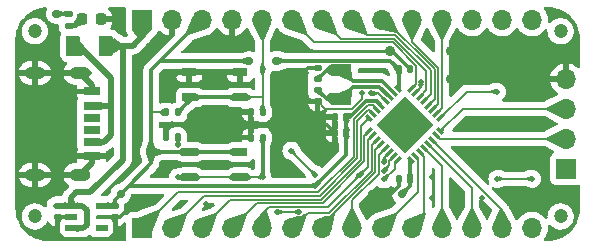
<source format=gtl>
%TF.GenerationSoftware,KiCad,Pcbnew,7.0.10*%
%TF.CreationDate,2024-01-31T15:50:28+08:00*%
%TF.ProjectId,UINIO-MCU-STM32L051K8U6,55494e49-4f2d-44d4-9355-2d53544d3332,Version 3.3.1*%
%TF.SameCoordinates,PX7aae400PY5939cc0*%
%TF.FileFunction,Copper,L1,Top*%
%TF.FilePolarity,Positive*%
%FSLAX46Y46*%
G04 Gerber Fmt 4.6, Leading zero omitted, Abs format (unit mm)*
G04 Created by KiCad (PCBNEW 7.0.10) date 2024-01-31 15:50:28*
%MOMM*%
%LPD*%
G01*
G04 APERTURE LIST*
G04 Aperture macros list*
%AMRoundRect*
0 Rectangle with rounded corners*
0 $1 Rounding radius*
0 $2 $3 $4 $5 $6 $7 $8 $9 X,Y pos of 4 corners*
0 Add a 4 corners polygon primitive as box body*
4,1,4,$2,$3,$4,$5,$6,$7,$8,$9,$2,$3,0*
0 Add four circle primitives for the rounded corners*
1,1,$1+$1,$2,$3*
1,1,$1+$1,$4,$5*
1,1,$1+$1,$6,$7*
1,1,$1+$1,$8,$9*
0 Add four rect primitives between the rounded corners*
20,1,$1+$1,$2,$3,$4,$5,0*
20,1,$1+$1,$4,$5,$6,$7,0*
20,1,$1+$1,$6,$7,$8,$9,0*
20,1,$1+$1,$8,$9,$2,$3,0*%
%AMRotRect*
0 Rectangle, with rotation*
0 The origin of the aperture is its center*
0 $1 length*
0 $2 width*
0 $3 Rotation angle, in degrees counterclockwise*
0 Add horizontal line*
21,1,$1,$2,0,0,$3*%
G04 Aperture macros list end*
%TA.AperFunction,SMDPad,CuDef*%
%ADD10RoundRect,0.135000X-0.135000X-0.185000X0.135000X-0.185000X0.135000X0.185000X-0.135000X0.185000X0*%
%TD*%
%TA.AperFunction,SMDPad,CuDef*%
%ADD11RoundRect,0.140000X-0.140000X-0.170000X0.140000X-0.170000X0.140000X0.170000X-0.140000X0.170000X0*%
%TD*%
%TA.AperFunction,SMDPad,CuDef*%
%ADD12RoundRect,0.250000X-0.375000X-0.625000X0.375000X-0.625000X0.375000X0.625000X-0.375000X0.625000X0*%
%TD*%
%TA.AperFunction,ComponentPad*%
%ADD13C,1.200000*%
%TD*%
%TA.AperFunction,SMDPad,CuDef*%
%ADD14RoundRect,0.140000X0.140000X0.170000X-0.140000X0.170000X-0.140000X-0.170000X0.140000X-0.170000X0*%
%TD*%
%TA.AperFunction,SMDPad,CuDef*%
%ADD15RotRect,0.600000X0.300000X315.000000*%
%TD*%
%TA.AperFunction,SMDPad,CuDef*%
%ADD16RotRect,0.600000X0.300000X45.000000*%
%TD*%
%TA.AperFunction,SMDPad,CuDef*%
%ADD17RotRect,0.600000X0.300000X135.000000*%
%TD*%
%TA.AperFunction,SMDPad,CuDef*%
%ADD18RotRect,0.600000X0.300000X225.000000*%
%TD*%
%TA.AperFunction,SMDPad,CuDef*%
%ADD19RotRect,3.450000X3.450000X225.000000*%
%TD*%
%TA.AperFunction,SMDPad,CuDef*%
%ADD20RoundRect,0.135000X0.185000X-0.135000X0.185000X0.135000X-0.185000X0.135000X-0.185000X-0.135000X0*%
%TD*%
%TA.AperFunction,ComponentPad*%
%ADD21R,1.700000X1.700000*%
%TD*%
%TA.AperFunction,ComponentPad*%
%ADD22O,1.700000X1.700000*%
%TD*%
%TA.AperFunction,ComponentPad*%
%ADD23O,1.800000X1.000000*%
%TD*%
%TA.AperFunction,SMDPad,CuDef*%
%ADD24R,1.400000X0.700000*%
%TD*%
%TA.AperFunction,SMDPad,CuDef*%
%ADD25R,1.400000X0.800000*%
%TD*%
%TA.AperFunction,SMDPad,CuDef*%
%ADD26R,1.200000X0.650000*%
%TD*%
%TA.AperFunction,SMDPad,CuDef*%
%ADD27RoundRect,0.218750X0.218750X0.256250X-0.218750X0.256250X-0.218750X-0.256250X0.218750X-0.256250X0*%
%TD*%
%TA.AperFunction,SMDPad,CuDef*%
%ADD28RoundRect,0.140000X0.170000X-0.140000X0.170000X0.140000X-0.170000X0.140000X-0.170000X-0.140000X0*%
%TD*%
%TA.AperFunction,SMDPad,CuDef*%
%ADD29RoundRect,0.140000X-0.170000X0.140000X-0.170000X-0.140000X0.170000X-0.140000X0.170000X0.140000X0*%
%TD*%
%TA.AperFunction,SMDPad,CuDef*%
%ADD30R,1.800000X1.000000*%
%TD*%
%TA.AperFunction,SMDPad,CuDef*%
%ADD31R,1.000000X0.600000*%
%TD*%
%TA.AperFunction,ViaPad*%
%ADD32C,0.700000*%
%TD*%
%TA.AperFunction,ViaPad*%
%ADD33C,0.500000*%
%TD*%
%TA.AperFunction,ViaPad*%
%ADD34C,0.900000*%
%TD*%
%TA.AperFunction,Conductor*%
%ADD35C,0.300000*%
%TD*%
%TA.AperFunction,Conductor*%
%ADD36C,0.200000*%
%TD*%
%TA.AperFunction,Conductor*%
%ADD37C,0.500000*%
%TD*%
%TA.AperFunction,Conductor*%
%ADD38C,0.150000*%
%TD*%
G04 APERTURE END LIST*
D10*
%TO.P,R3,1*%
%TO.N,/VDD_3.3V*%
X9970000Y-9180000D03*
%TO.P,R3,2*%
%TO.N,/NRST*%
X10990000Y-9180000D03*
%TD*%
D11*
%TO.P,C5,1*%
%TO.N,GND*%
X17190000Y-11300000D03*
%TO.P,C5,2*%
%TO.N,/BOOT0*%
X18150000Y-11300000D03*
%TD*%
D12*
%TO.P,F1,1*%
%TO.N,Net-(F1-Pad1)*%
X2140000Y-3550000D03*
%TO.P,F1,2*%
%TO.N,/VDD_5V*%
X4940000Y-3550000D03*
%TD*%
D13*
%TO.P,Hole3,*%
%TO.N,*%
X-1120000Y-2300000D03*
%TD*%
D14*
%TO.P,C4,1*%
%TO.N,/VDD_3.3V*%
X30660000Y-14770000D03*
%TO.P,C4,2*%
%TO.N,GND*%
X29700000Y-14770000D03*
%TD*%
D15*
%TO.P,U3,1,VDD*%
%TO.N,/VDD_3.3V*%
X29624239Y-7173788D03*
%TO.P,U3,2,PC14-OSC_IN*%
%TO.N,Net-(U3-PC14-OSC_IN)*%
X29270685Y-7527341D03*
%TO.P,U3,3,PC15-OSC_OUT*%
%TO.N,Net-(U3-PC15-OSC_OUT)*%
X28917132Y-7880895D03*
%TO.P,U3,4,NRST*%
%TO.N,/NRST*%
X28563578Y-8234448D03*
%TO.P,U3,5,VDDA*%
%TO.N,/VDD_3.3V*%
X28210025Y-8588001D03*
%TO.P,U3,6,PA0*%
%TO.N,/PA0*%
X27856472Y-8941555D03*
%TO.P,U3,7,PA1*%
%TO.N,/PA1*%
X27502918Y-9295108D03*
%TO.P,U3,8,PA2*%
%TO.N,/PA2*%
X27149365Y-9648662D03*
D16*
%TO.P,U3,9,PA3*%
%TO.N,/PA3*%
X27149365Y-10765890D03*
%TO.P,U3,10,PA4*%
%TO.N,/PA4{slash}CS*%
X27502918Y-11119444D03*
%TO.P,U3,11,PA5*%
%TO.N,/PA5{slash}SCLK*%
X27856472Y-11472997D03*
%TO.P,U3,12,PA6*%
%TO.N,/PA6{slash}MISO*%
X28210025Y-11826551D03*
%TO.P,U3,13,PA7*%
%TO.N,/PA7{slash}MOSI*%
X28563578Y-12180104D03*
%TO.P,U3,14,PB0*%
%TO.N,/PB0*%
X28917132Y-12533657D03*
%TO.P,U3,15,PB1*%
%TO.N,/PB1*%
X29270685Y-12887211D03*
%TO.P,U3,16,PB2*%
%TO.N,/PB2*%
X29624239Y-13240764D03*
D17*
%TO.P,U3,17,VDD*%
%TO.N,/VDD_3.3V*%
X30741467Y-13240764D03*
%TO.P,U3,18,PA8*%
%TO.N,/PA8*%
X31095021Y-12887211D03*
%TO.P,U3,19,PA9*%
%TO.N,/PA9*%
X31448574Y-12533657D03*
%TO.P,U3,20,PA10*%
%TO.N,/PA10*%
X31802128Y-12180104D03*
%TO.P,U3,21,PA11*%
%TO.N,/PA11*%
X32155681Y-11826551D03*
%TO.P,U3,22,PA12*%
%TO.N,/PA12*%
X32509234Y-11472997D03*
%TO.P,U3,23,PA13*%
%TO.N,/PA13{slash}SWDIO*%
X32862788Y-11119444D03*
%TO.P,U3,24,PA14*%
%TO.N,/PA14{slash}SWCLK*%
X33216341Y-10765890D03*
D18*
%TO.P,U3,25,PA15*%
%TO.N,/PA15*%
X33216341Y-9648662D03*
%TO.P,U3,26,PB3*%
%TO.N,/PB3*%
X32862788Y-9295108D03*
%TO.P,U3,27,PB4*%
%TO.N,/PB4*%
X32509234Y-8941555D03*
%TO.P,U3,28,PB5*%
%TO.N,/PB5*%
X32155681Y-8588001D03*
%TO.P,U3,29,PB6*%
%TO.N,/PB6*%
X31802128Y-8234448D03*
%TO.P,U3,30,PB7*%
%TO.N,/PB7*%
X31448574Y-7880895D03*
%TO.P,U3,31,BOOT0*%
%TO.N,/BOOT0*%
X31095021Y-7527341D03*
%TO.P,U3,32,PB8*%
%TO.N,/PB8*%
X30741467Y-7173788D03*
D19*
%TO.P,U3,33,PAD*%
%TO.N,GND*%
X30182853Y-10207276D03*
%TD*%
D20*
%TO.P,R1,1*%
%TO.N,Net-(D1-A)*%
X1740000Y-1830000D03*
%TO.P,R1,2*%
%TO.N,/VDD_3.3V*%
X1740000Y-810000D03*
%TD*%
D13*
%TO.P,Hole1,*%
%TO.N,*%
X43390000Y-17980000D03*
%TD*%
D21*
%TO.P,J3,1,Pin_1*%
%TO.N,/VDD_3.3V*%
X43850000Y-13950000D03*
D22*
%TO.P,J3,2,Pin_2*%
%TO.N,/PA13{slash}SWDIO*%
X43850000Y-11410000D03*
%TO.P,J3,3,Pin_3*%
%TO.N,/PA14{slash}SWCLK*%
X43850000Y-8870000D03*
%TO.P,J3,4,Pin_4*%
%TO.N,GND*%
X43850000Y-6330000D03*
%TD*%
D11*
%TO.P,C8,1*%
%TO.N,GND*%
X24300000Y-10910000D03*
%TO.P,C8,2*%
%TO.N,/VDD_3.3V*%
X25260000Y-10910000D03*
%TD*%
D14*
%TO.P,C7,1*%
%TO.N,GND*%
X30650000Y-5530000D03*
%TO.P,C7,2*%
%TO.N,/VDD_3.3V*%
X29690000Y-5530000D03*
%TD*%
D23*
%TO.P,USB1,1,GND*%
%TO.N,GND*%
X2680000Y-5830000D03*
%TO.P,USB1,2,GND*%
X2680000Y-14470000D03*
%TO.P,USB1,3,GND*%
X-1120000Y-5830000D03*
%TO.P,USB1,4,GND*%
X-1120000Y-14470000D03*
D24*
%TO.P,USB1,A5,CC1*%
%TO.N,unconnected-(USB1-CC1-PadA5)*%
X3680000Y-9650000D03*
%TO.P,USB1,A9,VBUS*%
%TO.N,Net-(F1-Pad1)*%
X3680000Y-11670000D03*
D25*
%TO.P,USB1,A12,GND*%
%TO.N,GND*%
X3680000Y-12900000D03*
D24*
%TO.P,USB1,B5,CC2*%
%TO.N,unconnected-(USB1-CC2-PadB5)*%
X3680000Y-10650000D03*
%TO.P,USB1,B9,VBUS*%
%TO.N,Net-(F1-Pad1)*%
X3680000Y-8630000D03*
D25*
%TO.P,USB1,B12,GND*%
%TO.N,GND*%
X3680000Y-7400000D03*
%TD*%
D14*
%TO.P,C9,1*%
%TO.N,/NRST*%
X18160000Y-9170000D03*
%TO.P,C9,2*%
%TO.N,GND*%
X17200000Y-9170000D03*
%TD*%
D13*
%TO.P,Hole2,*%
%TO.N,*%
X43390000Y-2300000D03*
%TD*%
D26*
%TO.P,SW2,1,1*%
%TO.N,GND*%
X11960000Y-5755000D03*
%TO.P,SW2,2,2*%
X16260000Y-5755000D03*
%TO.P,SW2,3,3*%
%TO.N,/NRST*%
X11960000Y-7905000D03*
%TO.P,SW2,4,4*%
X16260000Y-7905000D03*
%TD*%
D10*
%TO.P,R2,1*%
%TO.N,GND*%
X9960000Y-11260000D03*
%TO.P,R2,2*%
%TO.N,/BOOT0*%
X10980000Y-11260000D03*
%TD*%
D27*
%TO.P,D1,1,K*%
%TO.N,GND*%
X4482500Y-1300000D03*
%TO.P,D1,2,A*%
%TO.N,Net-(D1-A)*%
X2907500Y-1300000D03*
%TD*%
D28*
%TO.P,C2,1,1*%
%TO.N,GND*%
X5640000Y-18040000D03*
%TO.P,C2,2,2*%
%TO.N,/VDD_3.3V*%
X5640000Y-17080000D03*
%TD*%
D11*
%TO.P,C6,1*%
%TO.N,GND*%
X24300000Y-9560000D03*
%TO.P,C6,2*%
%TO.N,/VDD_3.3V*%
X25260000Y-9560000D03*
%TD*%
D28*
%TO.P,C11,1*%
%TO.N,GND*%
X22810000Y-8240000D03*
%TO.P,C11,2*%
%TO.N,Net-(U3-PC15-OSC_OUT)*%
X22810000Y-7280000D03*
%TD*%
D29*
%TO.P,C10,1*%
%TO.N,GND*%
X22810000Y-5400000D03*
%TO.P,C10,2*%
%TO.N,Net-(U3-PC14-OSC_IN)*%
X22810000Y-6360000D03*
%TD*%
D28*
%TO.P,C1,1,1*%
%TO.N,GND*%
X850000Y-18040000D03*
%TO.P,C1,2,2*%
%TO.N,/VDD_5V*%
X850000Y-17080000D03*
%TD*%
D13*
%TO.P,Hole4,*%
%TO.N,*%
X-1120000Y-17980000D03*
%TD*%
D30*
%TO.P,Y1,1,1*%
%TO.N,Net-(U3-PC15-OSC_OUT)*%
X24800000Y-8050000D03*
%TO.P,Y1,2,GND*%
%TO.N,Net-(U3-PC14-OSC_IN)*%
X24800000Y-5550000D03*
%TD*%
D26*
%TO.P,SW1,1,1*%
%TO.N,/VDD_3.3V*%
X11960000Y-12515000D03*
%TO.P,SW1,2,2*%
X16260000Y-12515000D03*
%TO.P,SW1,3,3*%
%TO.N,/BOOT0*%
X11960000Y-14665000D03*
%TO.P,SW1,4,4*%
X16260000Y-14665000D03*
%TD*%
D31*
%TO.P,U1,1,Vin*%
%TO.N,/VDD_5V*%
X1940000Y-17090000D03*
%TO.P,U1,2,Vss*%
%TO.N,GND*%
X1940000Y-18040000D03*
%TO.P,U1,3,CE*%
%TO.N,/VDD_5V*%
X1940000Y-18990000D03*
%TO.P,U1,4,NC*%
%TO.N,unconnected-(U1-NC-Pad4)*%
X4540000Y-18990000D03*
%TO.P,U1,5,Vout*%
%TO.N,/VDD_3.3V*%
X4540000Y-17090000D03*
%TD*%
D21*
%TO.P,J2,1,Pin_1*%
%TO.N,/VDD_5V*%
X7950000Y-1340000D03*
D22*
%TO.P,J2,2,Pin_2*%
%TO.N,GND*%
X10490000Y-1340000D03*
%TO.P,J2,3,Pin_3*%
%TO.N,/VDD_3.3V*%
X13030000Y-1340000D03*
%TO.P,J2,4,Pin_4*%
%TO.N,GND*%
X15570000Y-1340000D03*
%TO.P,J2,5,Pin_5*%
%TO.N,/NRST*%
X18110000Y-1340000D03*
%TO.P,J2,6,Pin_6*%
%TO.N,/PB8*%
X20650000Y-1340000D03*
%TO.P,J2,7,Pin_7*%
%TO.N,/PB7*%
X23190000Y-1340000D03*
%TO.P,J2,8,Pin_8*%
%TO.N,/PB6*%
X25730000Y-1340000D03*
%TO.P,J2,9,Pin_9*%
%TO.N,/PB5*%
X28270000Y-1340000D03*
%TO.P,J2,10,Pin_10*%
%TO.N,/PB4*%
X30810000Y-1340000D03*
%TO.P,J2,11,Pin_11*%
%TO.N,/PB3*%
X33350000Y-1340000D03*
%TO.P,J2,12,Pin_12*%
%TO.N,/PB2*%
X35890000Y-1340000D03*
%TO.P,J2,13,Pin_13*%
%TO.N,/PB1*%
X38430000Y-1340000D03*
%TO.P,J2,14,Pin_14*%
%TO.N,/PB0*%
X40970000Y-1340000D03*
%TD*%
D21*
%TO.P,J1,1,Pin_1*%
%TO.N,/PA0*%
X7950000Y-18960000D03*
D22*
%TO.P,J1,2,Pin_2*%
%TO.N,/PA1*%
X10490000Y-18960000D03*
%TO.P,J1,3,Pin_3*%
%TO.N,/PA2*%
X13030000Y-18960000D03*
%TO.P,J1,4,Pin_4*%
%TO.N,/PA3*%
X15570000Y-18960000D03*
%TO.P,J1,5,Pin_5*%
%TO.N,/PA4{slash}CS*%
X18110000Y-18960000D03*
%TO.P,J1,6,Pin_6*%
%TO.N,/PA5{slash}SCLK*%
X20650000Y-18960000D03*
%TO.P,J1,7,Pin_7*%
%TO.N,/PA6{slash}MISO*%
X23190000Y-18960000D03*
%TO.P,J1,8,Pin_8*%
%TO.N,/PA7{slash}MOSI*%
X25730000Y-18960000D03*
%TO.P,J1,9,Pin_9*%
%TO.N,/PA8*%
X28270000Y-18960000D03*
%TO.P,J1,10,Pin_10*%
%TO.N,/PA9*%
X30810000Y-18960000D03*
%TO.P,J1,11,Pin_11*%
%TO.N,/PA10*%
X33350000Y-18960000D03*
%TO.P,J1,12,Pin_12*%
%TO.N,/PA11*%
X35890000Y-18960000D03*
%TO.P,J1,13,Pin_13*%
%TO.N,/PA12*%
X38430000Y-18960000D03*
%TO.P,J1,14,Pin_14*%
%TO.N,/PA15*%
X40970000Y-18960000D03*
%TD*%
D32*
%TO.N,GND*%
X7050000Y-17090000D03*
D33*
X13390000Y-16920000D03*
D32*
X27390000Y-16080000D03*
D33*
X36710000Y-16460000D03*
X9800000Y-13740000D03*
X38870000Y-10020000D03*
X42380000Y-16460000D03*
D34*
X34110000Y-6310000D03*
X12010000Y-10240000D03*
D33*
X26534163Y-7570500D03*
X32480000Y-16460000D03*
D32*
X24300000Y-12090000D03*
D33*
X8950000Y-3490000D03*
X39900000Y-16460000D03*
X34520000Y-16460000D03*
X14310000Y-11320000D03*
D32*
X10420000Y-8050000D03*
D34*
X6120000Y-1300000D03*
D33*
X29700000Y-10750000D03*
X32130000Y-3370000D03*
X30120000Y-10310000D03*
X31010000Y-9420000D03*
X30600000Y-9880000D03*
D34*
X28970000Y-3990000D03*
D33*
X28570000Y-5730000D03*
X11330000Y-16920000D03*
X29250000Y-11180000D03*
D34*
X34113602Y-3983602D03*
D33*
X32470000Y-14660000D03*
D32*
%TO.N,/VDD_3.3V*%
X6143000Y-16073000D03*
D33*
X22610000Y-15380000D03*
D32*
X19310000Y-4820500D03*
D34*
X8728000Y-12510000D03*
D32*
X29980000Y-16070000D03*
X17030000Y-4840000D03*
X680000Y-820000D03*
D33*
%TO.N,/BOOT0*%
X31582853Y-6640000D03*
X10980000Y-11930000D03*
X10980000Y-14670000D03*
X18150000Y-14660000D03*
%TO.N,/NRST*%
X27360000Y-7570500D03*
X18160000Y-5530000D03*
%TO.N,/PA4{slash}CS*%
X20590000Y-12400000D03*
X22620000Y-14430000D03*
X26410500Y-14430023D03*
%TO.N,/PA6{slash}MISO*%
X21279500Y-17600000D03*
X19370000Y-17600000D03*
%TO.N,/PA15*%
X38040000Y-14790000D03*
X40980000Y-14790000D03*
X38020000Y-7420000D03*
%TO.N,/PB0*%
X28430000Y-13340000D03*
%TO.N,/PB1*%
X28430000Y-14100000D03*
%TO.N,/PB2*%
X28420000Y-14850000D03*
%TD*%
D35*
%TO.N,GND*%
X12010000Y-10240000D02*
X17110000Y-10240000D01*
D36*
X23430000Y-8860000D02*
X22810000Y-8240000D01*
D35*
X860000Y-19380000D02*
X860000Y-18050000D01*
X9960000Y-10720000D02*
X10440000Y-10240000D01*
X22810000Y-10230000D02*
X21540000Y-10230000D01*
D37*
X3680000Y-6840000D02*
X3680000Y-7440000D01*
D35*
X21530000Y-10240000D02*
X17110000Y-10240000D01*
X29050000Y-16080000D02*
X29700000Y-15430000D01*
D37*
X-1120000Y-14510000D02*
X-1120000Y-5870000D01*
D36*
X26534163Y-8045837D02*
X25720000Y-8860000D01*
D37*
X2710000Y-5870000D02*
X3680000Y-6840000D01*
D36*
X26534163Y-7570500D02*
X26534163Y-8045837D01*
D35*
X27390000Y-16080000D02*
X29050000Y-16080000D01*
D37*
X3680000Y-13460000D02*
X2680000Y-14460000D01*
D35*
X17190000Y-10220000D02*
X17190000Y-11300000D01*
D37*
X990000Y-5810000D02*
X3490000Y-5810000D01*
D35*
X24300000Y-10910000D02*
X23620000Y-10230000D01*
X28970000Y-3990000D02*
X29118541Y-3990000D01*
D37*
X10410000Y-8040000D02*
X10410000Y-6230000D01*
D35*
X17110000Y-10240000D02*
X17160000Y-10190000D01*
D37*
X6120000Y-1300000D02*
X4482500Y-1300000D01*
D35*
X17160000Y-10190000D02*
X17190000Y-10160000D01*
D37*
X2680000Y-14510000D02*
X-1120000Y-14510000D01*
X11960000Y-5755000D02*
X16260000Y-5755000D01*
D35*
X850000Y-18040000D02*
X1940000Y-18040000D01*
D37*
X10420000Y-8050000D02*
X10410000Y-8040000D01*
D35*
X7050000Y-17090000D02*
X6110000Y-18030000D01*
X5640000Y-18040000D02*
X5640000Y-19390000D01*
X22810000Y-8240000D02*
X21950000Y-8240000D01*
X24300000Y-10910000D02*
X24300000Y-9560000D01*
X6110000Y-18030000D02*
X5570000Y-18030000D01*
X1350000Y-19870000D02*
X860000Y-19380000D01*
X34110000Y-3987204D02*
X34113602Y-3983602D01*
X34130000Y-6330000D02*
X43850000Y-6330000D01*
X23620000Y-10230000D02*
X21540000Y-10230000D01*
D37*
X-270000Y-5810000D02*
X990000Y-5810000D01*
D35*
X21650000Y-5750000D02*
X21990000Y-5410000D01*
X5640000Y-19390000D02*
X5160000Y-19870000D01*
X17160000Y-10190000D02*
X17190000Y-10220000D01*
D37*
X10885000Y-5755000D02*
X11960000Y-5755000D01*
D35*
X22810000Y-8240000D02*
X22810000Y-10230000D01*
D37*
X10410000Y-6230000D02*
X10885000Y-5755000D01*
D35*
X17190000Y-10160000D02*
X17190000Y-9180000D01*
X34110000Y-6310000D02*
X34110000Y-3987204D01*
D36*
X25720000Y-8860000D02*
X23430000Y-8860000D01*
D35*
X10440000Y-10240000D02*
X12010000Y-10240000D01*
X21990000Y-5410000D02*
X22800000Y-5410000D01*
X24300000Y-12090000D02*
X24300000Y-10910000D01*
D37*
X3680000Y-12940000D02*
X3680000Y-13460000D01*
D35*
X9960000Y-11260000D02*
X9960000Y-10720000D01*
X29118541Y-3990000D02*
X30650000Y-5521459D01*
X34110000Y-6310000D02*
X34130000Y-6330000D01*
X21650000Y-7940000D02*
X21650000Y-5750000D01*
X21950000Y-8240000D02*
X21650000Y-7940000D01*
X29700000Y-15430000D02*
X29700000Y-14770000D01*
X5160000Y-19870000D02*
X1350000Y-19870000D01*
X21540000Y-10230000D02*
X21530000Y-10240000D01*
D37*
%TO.N,/VDD_5V*%
X3570000Y-15920000D02*
X6320000Y-13170000D01*
X5020000Y-3520000D02*
X7150000Y-3520000D01*
X1934000Y-17084000D02*
X624000Y-17084000D01*
X1940000Y-18990000D02*
X2942000Y-18990000D01*
X6320000Y-3550000D02*
X5040000Y-3550000D01*
X2400000Y-15920000D02*
X3570000Y-15920000D01*
X1940000Y-17090000D02*
X1940000Y-16380000D01*
X3260000Y-17460000D02*
X2890000Y-17090000D01*
X7150000Y-3520000D02*
X7950000Y-2720000D01*
X1940000Y-16380000D02*
X2400000Y-15920000D01*
X2942000Y-18990000D02*
X3260000Y-18672000D01*
X6320000Y-13170000D02*
X6320000Y-3550000D01*
X3260000Y-18672000D02*
X3260000Y-17460000D01*
X7950000Y-2720000D02*
X7950000Y-1340000D01*
X2890000Y-17090000D02*
X1940000Y-17090000D01*
D35*
%TO.N,/VDD_3.3V*%
X26904974Y-8180000D02*
X27802024Y-8180000D01*
D36*
X8852000Y-9180000D02*
X8728000Y-9056000D01*
D35*
X4546000Y-17084000D02*
X5546000Y-17084000D01*
X29980000Y-16070000D02*
X30660000Y-15390000D01*
X17000000Y-4810000D02*
X9510000Y-4810000D01*
X9510000Y-4800000D02*
X12970000Y-1340000D01*
D36*
X9970000Y-9180000D02*
X8852000Y-9180000D01*
D38*
X8728000Y-12510000D02*
X8733000Y-12515000D01*
X6950000Y-15380000D02*
X6893000Y-15323000D01*
D35*
X5640000Y-17080000D02*
X5640000Y-16576000D01*
X8728000Y-9056000D02*
X8728000Y-5582000D01*
X30660000Y-15390000D02*
X30660000Y-14770000D01*
X25260000Y-9560000D02*
X25524974Y-9560000D01*
X6638000Y-15578000D02*
X6893000Y-15323000D01*
X8728000Y-5582000D02*
X9720000Y-4590000D01*
X29690000Y-7108027D02*
X29624239Y-7173788D01*
D38*
X6766000Y-15450000D02*
X6638000Y-15578000D01*
D35*
X29690000Y-5530000D02*
X29690000Y-7108027D01*
X19340500Y-4790000D02*
X28958541Y-4790000D01*
X1740000Y-810000D02*
X690000Y-810000D01*
X29624239Y-7215181D02*
X29700000Y-7139420D01*
X690000Y-810000D02*
X680000Y-820000D01*
X8728000Y-12510000D02*
X8728000Y-9056000D01*
X8733000Y-12515000D02*
X11960000Y-12515000D01*
X9510000Y-4810000D02*
X9510000Y-4800000D01*
X27802024Y-8180000D02*
X28210025Y-8588001D01*
X8728000Y-12510000D02*
X8728000Y-13488000D01*
D38*
X22610000Y-15380000D02*
X22630000Y-15380000D01*
D35*
X5640000Y-16576000D02*
X6638000Y-15578000D01*
X28958541Y-4790000D02*
X29690000Y-5521459D01*
X16260000Y-12515000D02*
X11960000Y-12515000D01*
D38*
X17030000Y-4840000D02*
X17000000Y-4810000D01*
D35*
X30660000Y-14770000D02*
X30660000Y-13322231D01*
X25260000Y-10910000D02*
X25260000Y-9560000D01*
X25260000Y-12750000D02*
X25260000Y-10910000D01*
X25524974Y-9560000D02*
X26904974Y-8180000D01*
X22610000Y-15380000D02*
X6950000Y-15380000D01*
X22630000Y-15380000D02*
X25260000Y-12750000D01*
D38*
X19310000Y-4820500D02*
X19340500Y-4790000D01*
D35*
X8728000Y-13488000D02*
X6893000Y-15323000D01*
X30660000Y-13322231D02*
X30741467Y-13240764D01*
%TO.N,/BOOT0*%
X18150000Y-14660000D02*
X18150000Y-11300000D01*
D36*
X31582853Y-7039509D02*
X31095021Y-7527341D01*
X10980000Y-11930000D02*
X10980000Y-11260000D01*
X10985000Y-14665000D02*
X10980000Y-14670000D01*
X18150000Y-14660000D02*
X18145000Y-14665000D01*
X31582853Y-6640000D02*
X31582853Y-7039509D01*
X11960000Y-14665000D02*
X10985000Y-14665000D01*
X16260000Y-14665000D02*
X11960000Y-14665000D01*
X18145000Y-14665000D02*
X16260000Y-14665000D01*
D35*
%TO.N,/NRST*%
X11960000Y-7905000D02*
X11960000Y-8210000D01*
X16260000Y-7905000D02*
X11960000Y-7905000D01*
D36*
X18160000Y-9170000D02*
X18160000Y-7860000D01*
X18115000Y-7905000D02*
X16260000Y-7905000D01*
D35*
X11960000Y-8210000D02*
X10990000Y-9180000D01*
D36*
X18160000Y-5530000D02*
X18160000Y-1390000D01*
X27900500Y-7570500D02*
X28563578Y-8233578D01*
X27360000Y-7570500D02*
X27900500Y-7570500D01*
X18160000Y-7860000D02*
X18160000Y-5530000D01*
D35*
%TO.N,Net-(U3-PC14-OSC_IN)*%
X24800000Y-5550000D02*
X23620000Y-5550000D01*
X23620000Y-5550000D02*
X22810000Y-6360000D01*
X28273344Y-6530000D02*
X29270685Y-7527341D01*
X25780000Y-6530000D02*
X28273344Y-6530000D01*
X24800000Y-5550000D02*
X25780000Y-6530000D01*
%TO.N,Net-(U3-PC15-OSC_OUT)*%
X24800000Y-8050000D02*
X25840000Y-7010000D01*
X25840000Y-7010000D02*
X28046237Y-7010000D01*
X24800000Y-8050000D02*
X23580000Y-8050000D01*
X28046237Y-7010000D02*
X28917132Y-7880895D01*
X23580000Y-8050000D02*
X22810000Y-7280000D01*
D36*
%TO.N,/PA0*%
X7950000Y-18960000D02*
X10960000Y-15950000D01*
X22877208Y-15950000D02*
X25880000Y-12947208D01*
X27494917Y-8580000D02*
X27856472Y-8941555D01*
X27055736Y-8580000D02*
X27494917Y-8580000D01*
X25880000Y-12947208D02*
X25880000Y-9755736D01*
X10960000Y-15950000D02*
X22877208Y-15950000D01*
X25880000Y-9755736D02*
X27055736Y-8580000D01*
%TO.N,/PA1*%
X27502918Y-9295108D02*
X27207810Y-9000000D01*
X27207810Y-9000000D02*
X27060000Y-9000000D01*
X13200000Y-16250000D02*
X10490000Y-18960000D01*
X26180000Y-9880000D02*
X26180000Y-13071472D01*
X26180000Y-13071472D02*
X23001472Y-16250000D01*
X27060000Y-9000000D02*
X26180000Y-9880000D01*
X23001472Y-16250000D02*
X13200000Y-16250000D01*
%TO.N,/PA2*%
X23125736Y-16550000D02*
X15440000Y-16550000D01*
X15440000Y-16550000D02*
X13030000Y-18960000D01*
X26480000Y-13195736D02*
X23125736Y-16550000D01*
X27149365Y-9648662D02*
X26480000Y-10318027D01*
X26480000Y-10318027D02*
X26480000Y-13195736D01*
%TO.N,/PA3*%
X26780000Y-13320000D02*
X23250000Y-16850000D01*
X27149365Y-10765890D02*
X26780000Y-11135255D01*
X17680000Y-16850000D02*
X15570000Y-18960000D01*
X26780000Y-11135255D02*
X26780000Y-13320000D01*
X23250000Y-16850000D02*
X17680000Y-16850000D01*
%TO.N,/PA4{slash}CS*%
X18110000Y-17760000D02*
X18110000Y-18960000D01*
X26410500Y-14430023D02*
X27080000Y-13760523D01*
X26379977Y-14430023D02*
X23660000Y-17150000D01*
X26410500Y-14430023D02*
X26379977Y-14430023D01*
X27080000Y-13760523D02*
X27080000Y-11542362D01*
X20590000Y-12400000D02*
X22620000Y-14430000D01*
X18720000Y-17150000D02*
X18110000Y-17760000D01*
X27080000Y-11542362D02*
X27502918Y-11119444D01*
X23660000Y-17150000D02*
X18720000Y-17150000D01*
%TO.N,/PA5{slash}SCLK*%
X21985000Y-17710000D02*
X20735000Y-18960000D01*
X21985000Y-17710000D02*
X23785736Y-17710000D01*
X23785736Y-17710000D02*
X27380000Y-14115736D01*
X27380000Y-11949469D02*
X27856472Y-11472997D01*
X27380000Y-14115736D02*
X27380000Y-11949469D01*
%TO.N,/PA6{slash}MISO*%
X27680000Y-14240000D02*
X27680000Y-12356576D01*
X27680000Y-14240000D02*
X23190000Y-18730000D01*
X21279500Y-17600000D02*
X19370000Y-17600000D01*
X27680000Y-12356576D02*
X28210025Y-11826551D01*
%TO.N,/PA7{slash}MOSI*%
X27980000Y-14364264D02*
X25730000Y-16614264D01*
X28563578Y-12180104D02*
X27980000Y-12763682D01*
X27980000Y-12763682D02*
X27980000Y-14364264D01*
X25730000Y-16614264D02*
X25730000Y-18960000D01*
%TO.N,/PA8*%
X31310000Y-15920000D02*
X31310000Y-13102190D01*
X28270000Y-18960000D02*
X31310000Y-15920000D01*
X31310000Y-13102190D02*
X31095021Y-12887211D01*
%TO.N,/PA9*%
X31860000Y-17910000D02*
X31860000Y-12945083D01*
X31860000Y-12945083D02*
X31448574Y-12533657D01*
X30810000Y-18960000D02*
X31860000Y-17910000D01*
%TO.N,/PA10*%
X33330000Y-13707976D02*
X31802128Y-12180104D01*
X33330000Y-19020000D02*
X33330000Y-13707976D01*
%TO.N,/PA15*%
X38020000Y-7420000D02*
X35445003Y-7420000D01*
X35445003Y-7420000D02*
X33216341Y-9648662D01*
X38040000Y-14790000D02*
X40980000Y-14790000D01*
%TO.N,/PA13{slash}SWDIO*%
X43850000Y-11410000D02*
X33153344Y-11410000D01*
X33153344Y-11410000D02*
X32862788Y-11119444D01*
%TO.N,/PA14{slash}SWCLK*%
X35112231Y-8870000D02*
X33216341Y-10765890D01*
X43850000Y-8870000D02*
X35112231Y-8870000D01*
%TO.N,/PB0*%
X28430000Y-13340000D02*
X28430000Y-13020789D01*
X28430000Y-13020789D02*
X28917132Y-12533657D01*
%TO.N,/PB1*%
X28430000Y-14100000D02*
X28440000Y-14100000D01*
X28880000Y-13660000D02*
X28880000Y-13277896D01*
X28440000Y-14100000D02*
X28880000Y-13660000D01*
X28880000Y-13277896D02*
X29270685Y-12887211D01*
%TO.N,/PB2*%
X29340000Y-13930000D02*
X29340000Y-13525003D01*
X29340000Y-13525003D02*
X29624239Y-13240764D01*
X28420000Y-14850000D02*
X29340000Y-13930000D01*
%TO.N,/PB3*%
X33350000Y-1340000D02*
X33350000Y-8807896D01*
X33350000Y-8807896D02*
X32862788Y-9295108D01*
%TO.N,/PB4*%
X30810000Y-1340000D02*
X30810000Y-3192944D01*
X33030000Y-8420789D02*
X32509234Y-8941555D01*
X33030000Y-5412944D02*
X33030000Y-8420789D01*
X30810000Y-3192944D02*
X33030000Y-5412944D01*
%TO.N,/PB5*%
X32730000Y-8013682D02*
X32155681Y-8588001D01*
X32730000Y-5537208D02*
X32730000Y-8013682D01*
X32730000Y-5537208D02*
X28532792Y-1340000D01*
%TO.N,/PB6*%
X32390000Y-5621472D02*
X32390000Y-7646576D01*
X29408528Y-2640000D02*
X32390000Y-5621472D01*
X27030000Y-2640000D02*
X29408528Y-2640000D01*
X32390000Y-7646576D02*
X31802128Y-8234448D01*
X25730000Y-1340000D02*
X27030000Y-2640000D01*
%TO.N,/PB7*%
X32032353Y-7297116D02*
X31448574Y-7880895D01*
X32032353Y-5688089D02*
X32032353Y-7297116D01*
X24790000Y-2940000D02*
X29284264Y-2940000D01*
X29284264Y-2940000D02*
X32032353Y-5688089D01*
X23190000Y-1340000D02*
X24790000Y-2940000D01*
%TO.N,/PB8*%
X31132853Y-5212853D02*
X31132853Y-6782402D01*
X31132853Y-6782402D02*
X30741467Y-7173788D01*
X22550000Y-3240000D02*
X29160000Y-3240000D01*
X29160000Y-3240000D02*
X31132853Y-5212853D01*
X20650000Y-1340000D02*
X22550000Y-3240000D01*
D35*
%TO.N,Net-(D1-A)*%
X2377500Y-1830000D02*
X1740000Y-1830000D01*
X2907500Y-1300000D02*
X2377500Y-1830000D01*
D37*
%TO.N,Net-(F1-Pad1)*%
X5290000Y-8640000D02*
X5310000Y-8620000D01*
X5310000Y-6220000D02*
X2640000Y-3550000D01*
X5310000Y-11120000D02*
X5310000Y-6220000D01*
X4720000Y-11710000D02*
X5310000Y-11120000D01*
X3710000Y-8640000D02*
X5290000Y-8640000D01*
X2640000Y-3550000D02*
X2140000Y-3550000D01*
X3680000Y-11710000D02*
X4720000Y-11710000D01*
D36*
%TO.N,/PA11*%
X32155681Y-11826551D02*
X35890000Y-15560870D01*
X35890000Y-15560870D02*
X35890000Y-18960000D01*
%TO.N,/PA12*%
X38430000Y-17393763D02*
X38430000Y-18960000D01*
X32509234Y-11472997D02*
X38430000Y-17393763D01*
%TD*%
%TA.AperFunction,Conductor*%
%TO.N,GND*%
G36*
X-140597Y-274207D02*
G01*
X-91953Y-324362D01*
X-78148Y-392854D01*
X-94294Y-444115D01*
X-108599Y-468893D01*
X-164365Y-640523D01*
X-183229Y-820000D01*
X-164365Y-999476D01*
X-116445Y-1146961D01*
X-108599Y-1171107D01*
X-18367Y-1327393D01*
X12665Y-1361857D01*
X102381Y-1461499D01*
X102384Y-1461501D01*
X102387Y-1461504D01*
X224210Y-1550014D01*
X248385Y-1567578D01*
X413242Y-1640978D01*
X413248Y-1640980D01*
X589768Y-1678500D01*
X589769Y-1678500D01*
X770230Y-1678500D01*
X770232Y-1678500D01*
X770233Y-1678499D01*
X774526Y-1678048D01*
X843257Y-1690610D01*
X894285Y-1738336D01*
X911500Y-1801366D01*
X911500Y-2029976D01*
X911501Y-2029999D01*
X914371Y-2066466D01*
X914371Y-2066467D01*
X959729Y-2222591D01*
X959730Y-2222594D01*
X959731Y-2222596D01*
X976343Y-2250686D01*
X1042492Y-2362538D01*
X1042498Y-2362546D01*
X1083413Y-2403460D01*
X1116899Y-2464783D01*
X1111915Y-2534474D01*
X1101273Y-2556237D01*
X1072883Y-2602265D01*
X1072881Y-2602269D01*
X1017113Y-2770570D01*
X1017113Y-2770571D01*
X1006500Y-2874447D01*
X1006500Y-4225537D01*
X1006501Y-4225553D01*
X1017113Y-4329427D01*
X1041236Y-4402225D01*
X1072885Y-4497738D01*
X1165970Y-4648652D01*
X1291348Y-4774030D01*
X1442262Y-4867115D01*
X1540147Y-4899550D01*
X1597592Y-4939322D01*
X1624416Y-5003838D01*
X1612101Y-5072614D01*
X1581916Y-5111340D01*
X1551472Y-5137476D01*
X1551468Y-5137479D01*
X1426981Y-5298304D01*
X1337411Y-5480906D01*
X1311754Y-5580000D01*
X2113889Y-5580000D01*
X2074390Y-5604457D01*
X2006799Y-5693962D01*
X1976105Y-5801840D01*
X1986454Y-5913521D01*
X2036448Y-6013922D01*
X2108931Y-6080000D01*
X1306634Y-6080000D01*
X1306931Y-6081946D01*
X1306933Y-6081952D01*
X1377562Y-6272657D01*
X1377565Y-6272664D01*
X1485149Y-6445267D01*
X1625264Y-6592668D01*
X1625266Y-6592669D01*
X1792195Y-6708856D01*
X1979092Y-6789059D01*
X2178310Y-6830000D01*
X2356000Y-6830000D01*
X2423039Y-6849685D01*
X2468794Y-6902489D01*
X2480000Y-6954000D01*
X2480000Y-7150000D01*
X3806000Y-7150000D01*
X3873039Y-7169685D01*
X3918794Y-7222489D01*
X3930000Y-7274000D01*
X3930000Y-7526000D01*
X3910315Y-7593039D01*
X3857511Y-7638794D01*
X3806000Y-7650000D01*
X2480000Y-7650000D01*
X2480000Y-7847844D01*
X2486401Y-7907372D01*
X2486403Y-7907380D01*
X2515169Y-7984506D01*
X2520153Y-8054198D01*
X2515169Y-8071172D01*
X2478011Y-8170796D01*
X2478011Y-8170797D01*
X2471500Y-8231345D01*
X2471500Y-9028654D01*
X2478010Y-9089197D01*
X2478012Y-9089207D01*
X2480796Y-9096670D01*
X2485778Y-9166362D01*
X2480796Y-9183330D01*
X2478012Y-9190792D01*
X2478010Y-9190802D01*
X2471500Y-9251345D01*
X2471500Y-10048654D01*
X2478010Y-10109197D01*
X2479796Y-10116755D01*
X2477822Y-10117221D01*
X2482046Y-10176374D01*
X2478839Y-10187291D01*
X2478010Y-10190802D01*
X2471500Y-10251345D01*
X2471500Y-11048654D01*
X2478010Y-11109197D01*
X2478012Y-11109207D01*
X2480796Y-11116670D01*
X2485778Y-11186362D01*
X2480796Y-11203330D01*
X2478012Y-11210792D01*
X2478010Y-11210802D01*
X2471500Y-11271345D01*
X2471500Y-12068654D01*
X2478010Y-12129201D01*
X2515169Y-12228826D01*
X2520153Y-12298518D01*
X2515169Y-12315492D01*
X2486403Y-12392616D01*
X2486401Y-12392627D01*
X2480000Y-12452155D01*
X2480000Y-12650000D01*
X4880000Y-12650000D01*
X4880000Y-12545769D01*
X4899685Y-12478730D01*
X4952489Y-12432975D01*
X4961571Y-12429254D01*
X4963521Y-12428543D01*
X4967409Y-12427128D01*
X4970709Y-12425981D01*
X5042738Y-12402114D01*
X5042744Y-12402110D01*
X5049284Y-12399061D01*
X5049305Y-12399106D01*
X5056302Y-12395719D01*
X5056280Y-12395675D01*
X5062728Y-12392436D01*
X5062732Y-12392435D01*
X5126103Y-12350753D01*
X5129110Y-12348837D01*
X5193651Y-12309030D01*
X5193656Y-12309024D01*
X5199319Y-12304548D01*
X5199350Y-12304587D01*
X5205374Y-12299680D01*
X5205342Y-12299642D01*
X5210864Y-12295006D01*
X5210874Y-12295001D01*
X5262963Y-12239788D01*
X5265374Y-12237305D01*
X5349821Y-12152858D01*
X5411143Y-12119376D01*
X5480834Y-12124360D01*
X5536768Y-12166232D01*
X5561184Y-12231697D01*
X5561500Y-12240542D01*
X5561500Y-12804456D01*
X5541815Y-12871495D01*
X5525181Y-12892137D01*
X5091681Y-13325637D01*
X5030358Y-13359122D01*
X4960666Y-13354138D01*
X4904733Y-13312266D01*
X4880316Y-13246802D01*
X4880000Y-13237956D01*
X4880000Y-13150000D01*
X2480000Y-13150000D01*
X2480000Y-13346000D01*
X2460315Y-13413039D01*
X2407511Y-13458794D01*
X2356000Y-13470000D01*
X2229287Y-13470000D01*
X2077661Y-13485418D01*
X1883618Y-13546299D01*
X1883608Y-13546304D01*
X1705784Y-13645005D01*
X1705783Y-13645005D01*
X1551469Y-13777478D01*
X1551468Y-13777479D01*
X1426981Y-13938304D01*
X1337411Y-14120906D01*
X1311754Y-14220000D01*
X2113889Y-14220000D01*
X2074390Y-14244457D01*
X2006799Y-14333962D01*
X1976105Y-14441840D01*
X1986454Y-14553521D01*
X2036448Y-14653922D01*
X2108931Y-14720000D01*
X1306634Y-14720000D01*
X1306931Y-14721946D01*
X1306933Y-14721952D01*
X1377562Y-14912657D01*
X1377565Y-14912664D01*
X1485149Y-15085267D01*
X1625264Y-15232668D01*
X1625266Y-15232669D01*
X1733214Y-15307803D01*
X1776992Y-15362257D01*
X1784381Y-15431735D01*
X1753035Y-15494178D01*
X1750058Y-15497259D01*
X1449122Y-15798195D01*
X1435495Y-15809973D01*
X1415941Y-15824531D01*
X1383713Y-15862938D01*
X1376421Y-15870897D01*
X1372420Y-15874898D01*
X1352983Y-15899479D01*
X1350710Y-15902269D01*
X1301967Y-15960360D01*
X1298001Y-15966391D01*
X1297963Y-15966366D01*
X1293782Y-15972928D01*
X1293821Y-15972952D01*
X1290035Y-15979088D01*
X1281693Y-15996978D01*
X1257967Y-16047855D01*
X1256412Y-16051068D01*
X1222391Y-16118810D01*
X1219923Y-16125593D01*
X1219878Y-16125576D01*
X1217322Y-16132932D01*
X1217366Y-16132947D01*
X1215096Y-16139793D01*
X1204463Y-16191289D01*
X1171627Y-16252962D01*
X1110661Y-16287093D01*
X1075888Y-16289636D01*
X1075887Y-16289862D01*
X1075866Y-16289861D01*
X1075863Y-16289948D01*
X1073568Y-16289851D01*
X999013Y-16289520D01*
X996988Y-16289512D01*
X996987Y-16289512D01*
X996982Y-16289512D01*
X993526Y-16289755D01*
X993519Y-16289755D01*
X993518Y-16289756D01*
X993516Y-16289756D01*
X989562Y-16290291D01*
X989496Y-16289806D01*
X972497Y-16291500D01*
X614510Y-16291500D01*
X577747Y-16294393D01*
X577741Y-16294394D01*
X420407Y-16340104D01*
X420397Y-16340108D01*
X382734Y-16362382D01*
X362026Y-16372171D01*
X281269Y-16401564D01*
X133125Y-16498999D01*
X11448Y-16627969D01*
X11444Y-16627974D01*
X-77208Y-16781525D01*
X-128062Y-16951389D01*
X-128063Y-16951395D01*
X-136882Y-17102817D01*
X-160431Y-17168599D01*
X-215806Y-17211206D01*
X-285426Y-17217111D01*
X-344207Y-17187247D01*
X-354148Y-17178185D01*
X-363050Y-17170070D01*
X-364999Y-17168253D01*
X-431654Y-17104697D01*
X-431657Y-17104694D01*
X-433399Y-17103575D01*
X-444520Y-17095029D01*
X-444544Y-17095062D01*
X-449123Y-17091604D01*
X-527673Y-17042967D01*
X-529433Y-17041857D01*
X-609742Y-16990246D01*
X-615001Y-16987535D01*
X-614968Y-16987470D01*
X-618488Y-16985692D01*
X-618649Y-16986016D01*
X-623787Y-16983457D01*
X-713117Y-16948851D01*
X-714409Y-16948343D01*
X-806278Y-16911564D01*
X-808239Y-16910988D01*
X-814320Y-16909540D01*
X-815340Y-16909250D01*
X-912983Y-16890996D01*
X-913663Y-16890867D01*
X-1014150Y-16871500D01*
X-1014151Y-16871500D01*
X-1017282Y-16871500D01*
X-1222718Y-16871500D01*
X-1222724Y-16871500D01*
X-1269386Y-16880222D01*
X-1280378Y-16881771D01*
X-1330735Y-16886580D01*
X-1330739Y-16886580D01*
X-1330739Y-16886581D01*
X-1358796Y-16894819D01*
X-1372654Y-16898888D01*
X-1384800Y-16901798D01*
X-1424649Y-16909247D01*
X-1424662Y-16909251D01*
X-1472134Y-16927641D01*
X-1481989Y-16930991D01*
X-1533860Y-16946222D01*
X-1569611Y-16964652D01*
X-1581629Y-16970059D01*
X-1616219Y-16983460D01*
X-1616220Y-16983460D01*
X-1662460Y-17012091D01*
X-1670915Y-17016878D01*
X-1722023Y-17043226D01*
X-1750918Y-17065949D01*
X-1762286Y-17073901D01*
X-1790885Y-17091609D01*
X-1833625Y-17130571D01*
X-1840506Y-17136400D01*
X-1888435Y-17174093D01*
X-1910237Y-17199253D01*
X-1920402Y-17209678D01*
X-1942699Y-17230006D01*
X-1979634Y-17278915D01*
X-1984873Y-17285387D01*
X-2027064Y-17334079D01*
X-2041986Y-17359925D01*
X-2050413Y-17372641D01*
X-2066503Y-17393950D01*
X-2066504Y-17393951D01*
X-2066504Y-17393952D01*
X-2066509Y-17393960D01*
X-2095368Y-17451914D01*
X-2098978Y-17458637D01*
X-2132912Y-17517414D01*
X-2141536Y-17542331D01*
X-2147712Y-17557036D01*
X-2158072Y-17577842D01*
X-2158077Y-17577856D01*
X-2176744Y-17643459D01*
X-2178828Y-17650077D01*
X-2202154Y-17717475D01*
X-2205413Y-17740137D01*
X-2208881Y-17756409D01*
X-2214294Y-17775437D01*
X-2220907Y-17846796D01*
X-2221640Y-17852999D01*
X-2232281Y-17927010D01*
X-2232281Y-17927015D01*
X-2231357Y-17946434D01*
X-2231745Y-17963766D01*
X-2233249Y-17980003D01*
X-2226321Y-18054776D01*
X-2225933Y-18060313D01*
X-2222209Y-18138470D01*
X-2222208Y-18138475D01*
X-2218445Y-18153986D01*
X-2215479Y-18171774D01*
X-2214294Y-18184559D01*
X-2197799Y-18242535D01*
X-2192800Y-18260102D01*
X-2191562Y-18264802D01*
X-2172299Y-18344201D01*
X-2172298Y-18344206D01*
X-2167109Y-18355568D01*
X-2160641Y-18373134D01*
X-2158078Y-18382141D01*
X-2158072Y-18382157D01*
X-2121524Y-18455554D01*
X-2119730Y-18459314D01*
X-2084359Y-18536765D01*
X-2084353Y-18536776D01*
X-2079121Y-18544123D01*
X-2069132Y-18560771D01*
X-2066504Y-18566048D01*
X-2066502Y-18566052D01*
X-2015011Y-18634236D01*
X-2012958Y-18637035D01*
X-1961557Y-18709218D01*
X-1961555Y-18709219D01*
X-1957541Y-18713047D01*
X-1944163Y-18728057D01*
X-1942708Y-18729983D01*
X-1942705Y-18729987D01*
X-1942702Y-18729989D01*
X-1942701Y-18729991D01*
X-1876960Y-18789922D01*
X-1874967Y-18791780D01*
X-1808346Y-18855303D01*
X-1806602Y-18856424D01*
X-1795481Y-18864970D01*
X-1795456Y-18864938D01*
X-1790881Y-18868393D01*
X-1712315Y-18917039D01*
X-1710598Y-18918122D01*
X-1630254Y-18969756D01*
X-1630252Y-18969757D01*
X-1625000Y-18972465D01*
X-1625034Y-18972529D01*
X-1621512Y-18974308D01*
X-1621350Y-18973984D01*
X-1616227Y-18976534D01*
X-1616218Y-18976540D01*
X-1567667Y-18995348D01*
X-1526840Y-19011164D01*
X-1525612Y-19011647D01*
X-1499813Y-19021976D01*
X-1433722Y-19048436D01*
X-1431753Y-19049013D01*
X-1425660Y-19050465D01*
X-1424661Y-19050749D01*
X-1424660Y-19050749D01*
X-1424655Y-19050751D01*
X-1326828Y-19069037D01*
X-1326717Y-19069058D01*
X-1225849Y-19088500D01*
X-1225844Y-19088500D01*
X-1017284Y-19088500D01*
X-1017282Y-19088500D01*
X-970603Y-19079773D01*
X-959651Y-19078229D01*
X-909261Y-19073419D01*
X-867349Y-19061112D01*
X-855214Y-19058203D01*
X-815345Y-19050751D01*
X-767873Y-19032360D01*
X-758014Y-19029009D01*
X-716383Y-19016785D01*
X-706138Y-19013777D01*
X-693606Y-19007315D01*
X-670391Y-18995348D01*
X-658366Y-18989937D01*
X-623782Y-18976540D01*
X-577543Y-18947909D01*
X-569081Y-18943118D01*
X-520651Y-18918151D01*
X-517974Y-18916771D01*
X-489078Y-18894046D01*
X-477718Y-18886099D01*
X-449118Y-18868392D01*
X-406367Y-18829417D01*
X-399506Y-18823606D01*
X-351568Y-18785908D01*
X-329769Y-18760749D01*
X-319595Y-18750316D01*
X-313556Y-18744809D01*
X-297299Y-18729991D01*
X-260346Y-18681055D01*
X-255136Y-18674618D01*
X-212935Y-18625918D01*
X-198011Y-18600066D01*
X-189592Y-18587361D01*
X-173497Y-18566050D01*
X-144636Y-18508088D01*
X-141023Y-18501360D01*
X-137618Y-18495463D01*
X-114966Y-18456227D01*
X-64399Y-18408012D01*
X4208Y-18394789D01*
X69073Y-18420757D01*
X99153Y-18455107D01*
X170278Y-18575374D01*
X170285Y-18575383D01*
X284616Y-18689714D01*
X284625Y-18689721D01*
X423804Y-18772031D01*
X579089Y-18817145D01*
X600000Y-18818789D01*
X600000Y-17992500D01*
X619685Y-17925461D01*
X672489Y-17879706D01*
X724000Y-17868500D01*
X1009582Y-17868500D01*
X1019611Y-17868906D01*
X1022141Y-17869111D01*
X1058761Y-17872083D01*
X1175514Y-17864855D01*
X1204443Y-17866456D01*
X1301781Y-17883411D01*
X1323831Y-17889389D01*
X1330799Y-17891989D01*
X1391345Y-17898499D01*
X1391362Y-17898500D01*
X2066000Y-17898500D01*
X2133039Y-17918185D01*
X2178794Y-17970989D01*
X2190000Y-18022500D01*
X2190000Y-18057500D01*
X2170315Y-18124539D01*
X2117511Y-18170294D01*
X2066000Y-18181500D01*
X1391345Y-18181500D01*
X1330797Y-18188011D01*
X1330795Y-18188011D01*
X1193795Y-18239111D01*
X1158856Y-18265267D01*
X1104434Y-18285565D01*
X1085198Y-18304801D01*
X1080315Y-18321433D01*
X1075267Y-18328704D01*
X989112Y-18443793D01*
X989111Y-18443793D01*
X938011Y-18580795D01*
X938011Y-18580797D01*
X931500Y-18641345D01*
X931500Y-19338654D01*
X938011Y-19399202D01*
X938011Y-19399204D01*
X970478Y-19486248D01*
X989111Y-19536204D01*
X1076739Y-19653261D01*
X1193796Y-19740889D01*
X1330799Y-19791989D01*
X1358050Y-19794918D01*
X1391345Y-19798499D01*
X1391362Y-19798500D01*
X2369793Y-19798500D01*
X2377939Y-19798768D01*
X2382528Y-19799069D01*
X2382540Y-19799071D01*
X2406190Y-19798542D01*
X2406701Y-19798531D01*
X2409471Y-19798500D01*
X2488638Y-19798500D01*
X2488649Y-19798499D01*
X2504555Y-19796789D01*
X2515037Y-19796109D01*
X2528661Y-19795805D01*
X2802371Y-19750187D01*
X2822756Y-19748500D01*
X2877706Y-19748500D01*
X2895676Y-19749809D01*
X2898174Y-19750174D01*
X2919789Y-19753341D01*
X2969727Y-19748971D01*
X2980534Y-19748500D01*
X2986175Y-19748500D01*
X2986180Y-19748500D01*
X3017370Y-19744853D01*
X3020851Y-19744498D01*
X3071822Y-19740039D01*
X3096418Y-19737888D01*
X3096420Y-19737887D01*
X3096426Y-19737887D01*
X3096431Y-19737885D01*
X3103493Y-19736427D01*
X3103502Y-19736474D01*
X3111097Y-19734790D01*
X3111087Y-19734744D01*
X3118108Y-19733079D01*
X3118113Y-19733079D01*
X3189414Y-19707126D01*
X3192708Y-19705981D01*
X3264738Y-19682114D01*
X3264744Y-19682110D01*
X3271284Y-19679061D01*
X3271305Y-19679106D01*
X3278302Y-19675719D01*
X3278280Y-19675675D01*
X3284728Y-19672436D01*
X3284732Y-19672435D01*
X3348103Y-19630753D01*
X3351110Y-19628837D01*
X3415651Y-19589030D01*
X3415656Y-19589024D01*
X3421319Y-19584548D01*
X3421350Y-19584587D01*
X3427374Y-19579680D01*
X3427342Y-19579642D01*
X3432862Y-19575008D01*
X3432874Y-19575001D01*
X3435039Y-19572705D01*
X3436917Y-19571607D01*
X3438411Y-19570355D01*
X3438624Y-19570609D01*
X3495360Y-19537448D01*
X3565167Y-19540400D01*
X3622297Y-19580623D01*
X3624486Y-19583460D01*
X3676739Y-19653261D01*
X3793796Y-19740889D01*
X3930799Y-19791989D01*
X3958050Y-19794918D01*
X3991345Y-19798499D01*
X3991362Y-19798500D01*
X5088638Y-19798500D01*
X5088654Y-19798499D01*
X5115692Y-19795591D01*
X5149201Y-19791989D01*
X5286204Y-19740889D01*
X5403261Y-19653261D01*
X5490889Y-19536204D01*
X5541989Y-19399201D01*
X5545591Y-19365692D01*
X5548499Y-19338654D01*
X5548500Y-19338637D01*
X5548500Y-18641362D01*
X5548499Y-18641345D01*
X5544062Y-18600082D01*
X5541989Y-18580799D01*
X5537621Y-18569089D01*
X5513594Y-18504670D01*
X5490889Y-18443796D01*
X5414732Y-18342063D01*
X5398475Y-18298475D01*
X5387732Y-18287732D01*
X5328416Y-18270315D01*
X5321144Y-18265267D01*
X5314244Y-18260102D01*
X5286204Y-18239111D01*
X5267056Y-18231969D01*
X5149203Y-18188011D01*
X5088654Y-18181500D01*
X5088638Y-18181500D01*
X4142500Y-18181500D01*
X4075461Y-18161815D01*
X4029706Y-18109011D01*
X4018500Y-18057500D01*
X4018500Y-18022500D01*
X4038185Y-17955461D01*
X4090989Y-17909706D01*
X4142500Y-17898500D01*
X5088638Y-17898500D01*
X5088654Y-17898499D01*
X5126560Y-17894423D01*
X5149201Y-17891989D01*
X5246171Y-17855819D01*
X5315860Y-17850834D01*
X5324082Y-17852920D01*
X5367746Y-17865606D01*
X5404516Y-17868500D01*
X5404522Y-17868500D01*
X5766000Y-17868500D01*
X5833039Y-17888185D01*
X5878794Y-17940989D01*
X5890000Y-17992500D01*
X5890000Y-18818789D01*
X5910910Y-18817145D01*
X6066195Y-18772031D01*
X6205374Y-18689721D01*
X6205383Y-18689714D01*
X6319714Y-18575383D01*
X6319721Y-18575374D01*
X6360768Y-18505968D01*
X6411837Y-18458285D01*
X6480579Y-18445781D01*
X6545168Y-18472426D01*
X6585098Y-18529762D01*
X6591500Y-18569089D01*
X6591500Y-19858651D01*
X6597532Y-19914743D01*
X6585128Y-19983503D01*
X6537518Y-20034641D01*
X6474243Y-20052000D01*
X-21519Y-20052000D01*
X-28472Y-20051805D01*
X-325894Y-20035102D01*
X-339712Y-20033545D01*
X-629954Y-19984230D01*
X-643511Y-19981136D01*
X-926414Y-19899633D01*
X-939538Y-19895040D01*
X-1211528Y-19782379D01*
X-1224057Y-19776346D01*
X-1481727Y-19633936D01*
X-1493501Y-19626538D01*
X-1733605Y-19456176D01*
X-1744477Y-19447506D01*
X-1963998Y-19251330D01*
X-1973831Y-19241497D01*
X-2024885Y-19184368D01*
X-2170007Y-19021976D01*
X-2178677Y-19011104D01*
X-2349039Y-18771000D01*
X-2356437Y-18759226D01*
X-2416839Y-18649938D01*
X-2498851Y-18501549D01*
X-2504880Y-18489027D01*
X-2617541Y-18217037D01*
X-2622134Y-18203913D01*
X-2691319Y-17963766D01*
X-2703638Y-17921008D01*
X-2706731Y-17907453D01*
X-2707110Y-17905222D01*
X-2756047Y-17617203D01*
X-2757603Y-17603400D01*
X-2774305Y-17305971D01*
X-2774500Y-17299019D01*
X-2774500Y-14720000D01*
X-2493366Y-14720000D01*
X-2493069Y-14721946D01*
X-2493067Y-14721952D01*
X-2422438Y-14912657D01*
X-2422435Y-14912664D01*
X-2314851Y-15085267D01*
X-2174736Y-15232668D01*
X-2174734Y-15232669D01*
X-2007805Y-15348856D01*
X-1820908Y-15429059D01*
X-1621690Y-15470000D01*
X-1370000Y-15470000D01*
X-1370000Y-14770000D01*
X-870000Y-14770000D01*
X-870000Y-15470000D01*
X-669287Y-15470000D01*
X-517662Y-15454581D01*
X-323619Y-15393700D01*
X-323609Y-15393695D01*
X-145785Y-15294994D01*
X-145784Y-15294994D01*
X8530Y-15162521D01*
X8531Y-15162520D01*
X133018Y-15001695D01*
X222588Y-14819093D01*
X248246Y-14720000D01*
X-553889Y-14720000D01*
X-514390Y-14695543D01*
X-446799Y-14606038D01*
X-416105Y-14498160D01*
X-426454Y-14386479D01*
X-476448Y-14286078D01*
X-548931Y-14220000D01*
X253366Y-14220000D01*
X253068Y-14218053D01*
X253066Y-14218047D01*
X182437Y-14027342D01*
X182434Y-14027335D01*
X74850Y-13854732D01*
X-65265Y-13707331D01*
X-65267Y-13707330D01*
X-232196Y-13591143D01*
X-419093Y-13510940D01*
X-618310Y-13470000D01*
X-870000Y-13470000D01*
X-870000Y-14170000D01*
X-1370000Y-14170000D01*
X-1370000Y-13470000D01*
X-1570713Y-13470000D01*
X-1722339Y-13485418D01*
X-1916382Y-13546299D01*
X-1916392Y-13546304D01*
X-2094216Y-13645005D01*
X-2094217Y-13645005D01*
X-2248531Y-13777478D01*
X-2248532Y-13777479D01*
X-2373019Y-13938304D01*
X-2462589Y-14120906D01*
X-2488246Y-14220000D01*
X-1686111Y-14220000D01*
X-1725610Y-14244457D01*
X-1793201Y-14333962D01*
X-1823895Y-14441840D01*
X-1813546Y-14553521D01*
X-1763552Y-14653922D01*
X-1691069Y-14720000D01*
X-2493366Y-14720000D01*
X-2774500Y-14720000D01*
X-2774500Y-6080000D01*
X-2493366Y-6080000D01*
X-2493069Y-6081946D01*
X-2493067Y-6081952D01*
X-2422438Y-6272657D01*
X-2422435Y-6272664D01*
X-2314851Y-6445267D01*
X-2174736Y-6592668D01*
X-2174734Y-6592669D01*
X-2007805Y-6708856D01*
X-1820908Y-6789059D01*
X-1621690Y-6830000D01*
X-1370000Y-6830000D01*
X-1370000Y-6130000D01*
X-870000Y-6130000D01*
X-870000Y-6830000D01*
X-669287Y-6830000D01*
X-517662Y-6814581D01*
X-323619Y-6753700D01*
X-323609Y-6753695D01*
X-145785Y-6654994D01*
X-145784Y-6654994D01*
X8530Y-6522521D01*
X8531Y-6522520D01*
X133018Y-6361695D01*
X222588Y-6179093D01*
X248246Y-6080000D01*
X-553889Y-6080000D01*
X-514390Y-6055543D01*
X-446799Y-5966038D01*
X-416105Y-5858160D01*
X-426454Y-5746479D01*
X-476448Y-5646078D01*
X-548931Y-5580000D01*
X253366Y-5580000D01*
X253068Y-5578053D01*
X253066Y-5578047D01*
X182437Y-5387342D01*
X182434Y-5387335D01*
X74850Y-5214732D01*
X-65265Y-5067331D01*
X-65267Y-5067330D01*
X-232196Y-4951143D01*
X-419093Y-4870940D01*
X-618310Y-4830000D01*
X-870000Y-4830000D01*
X-870000Y-5530000D01*
X-1370000Y-5530000D01*
X-1370000Y-4830000D01*
X-1570713Y-4830000D01*
X-1722339Y-4845418D01*
X-1916382Y-4906299D01*
X-1916392Y-4906304D01*
X-2094216Y-5005005D01*
X-2094217Y-5005005D01*
X-2248531Y-5137478D01*
X-2248532Y-5137479D01*
X-2373019Y-5298304D01*
X-2462589Y-5480906D01*
X-2488246Y-5580000D01*
X-1686111Y-5580000D01*
X-1725610Y-5604457D01*
X-1793201Y-5693962D01*
X-1823895Y-5801840D01*
X-1813546Y-5913521D01*
X-1763552Y-6013922D01*
X-1691069Y-6080000D01*
X-2493366Y-6080000D01*
X-2774500Y-6080000D01*
X-2774500Y-3000980D01*
X-2774305Y-2994028D01*
X-2772070Y-2954236D01*
X-2757602Y-2696597D01*
X-2756048Y-2682798D01*
X-2706731Y-2392541D01*
X-2703637Y-2378989D01*
X-2698897Y-2362538D01*
X-2680881Y-2300003D01*
X-2233249Y-2300003D01*
X-2226321Y-2374776D01*
X-2225933Y-2380313D01*
X-2222209Y-2458470D01*
X-2222208Y-2458475D01*
X-2218445Y-2473986D01*
X-2215479Y-2491774D01*
X-2214294Y-2504559D01*
X-2194836Y-2572949D01*
X-2192800Y-2580102D01*
X-2191562Y-2584802D01*
X-2172299Y-2664201D01*
X-2172298Y-2664206D01*
X-2167109Y-2675568D01*
X-2160641Y-2693134D01*
X-2158078Y-2702141D01*
X-2158072Y-2702157D01*
X-2121524Y-2775554D01*
X-2119730Y-2779314D01*
X-2084359Y-2856765D01*
X-2084353Y-2856776D01*
X-2079121Y-2864123D01*
X-2069132Y-2880771D01*
X-2066504Y-2886048D01*
X-2066502Y-2886052D01*
X-2045806Y-2913457D01*
X-2027626Y-2937532D01*
X-2015011Y-2954236D01*
X-2012958Y-2957035D01*
X-1961557Y-3029218D01*
X-1961555Y-3029219D01*
X-1957541Y-3033047D01*
X-1944163Y-3048057D01*
X-1942708Y-3049983D01*
X-1942705Y-3049987D01*
X-1942702Y-3049989D01*
X-1942701Y-3049991D01*
X-1876960Y-3109922D01*
X-1874967Y-3111780D01*
X-1808346Y-3175303D01*
X-1806602Y-3176424D01*
X-1795481Y-3184970D01*
X-1795456Y-3184938D01*
X-1790881Y-3188393D01*
X-1712315Y-3237039D01*
X-1710598Y-3238122D01*
X-1630254Y-3289756D01*
X-1630252Y-3289757D01*
X-1625000Y-3292465D01*
X-1625034Y-3292529D01*
X-1621512Y-3294308D01*
X-1621350Y-3293984D01*
X-1616227Y-3296534D01*
X-1616218Y-3296540D01*
X-1567667Y-3315348D01*
X-1526840Y-3331164D01*
X-1525612Y-3331647D01*
X-1482246Y-3349009D01*
X-1433722Y-3368436D01*
X-1431753Y-3369013D01*
X-1425660Y-3370465D01*
X-1424661Y-3370749D01*
X-1424660Y-3370749D01*
X-1424655Y-3370751D01*
X-1326828Y-3389037D01*
X-1326717Y-3389058D01*
X-1225849Y-3408500D01*
X-1225844Y-3408500D01*
X-1017284Y-3408500D01*
X-1017282Y-3408500D01*
X-970603Y-3399773D01*
X-959651Y-3398229D01*
X-909261Y-3393419D01*
X-867349Y-3381112D01*
X-855214Y-3378203D01*
X-815345Y-3370751D01*
X-767873Y-3352360D01*
X-758014Y-3349009D01*
X-727128Y-3339939D01*
X-706138Y-3333777D01*
X-693606Y-3327315D01*
X-670391Y-3315348D01*
X-658366Y-3309937D01*
X-623782Y-3296540D01*
X-577543Y-3267909D01*
X-569081Y-3263118D01*
X-520651Y-3238151D01*
X-517974Y-3236771D01*
X-489078Y-3214046D01*
X-477718Y-3206099D01*
X-449118Y-3188392D01*
X-406367Y-3149417D01*
X-399506Y-3143606D01*
X-351568Y-3105908D01*
X-329769Y-3080749D01*
X-319595Y-3070316D01*
X-313556Y-3064809D01*
X-297299Y-3049991D01*
X-260346Y-3001055D01*
X-255136Y-2994618D01*
X-212935Y-2945918D01*
X-198011Y-2920066D01*
X-189592Y-2907361D01*
X-173497Y-2886050D01*
X-144636Y-2828088D01*
X-141023Y-2821360D01*
X-107087Y-2762582D01*
X-98463Y-2737661D01*
X-92291Y-2722965D01*
X-81926Y-2702152D01*
X-63255Y-2636527D01*
X-61173Y-2629921D01*
X-54228Y-2609854D01*
X-37847Y-2562527D01*
X-34588Y-2539857D01*
X-31122Y-2523590D01*
X-25706Y-2504559D01*
X-19094Y-2433199D01*
X-18362Y-2427003D01*
X-14513Y-2400239D01*
X-7719Y-2352984D01*
X-8644Y-2333576D01*
X-8257Y-2316238D01*
X-6751Y-2300000D01*
X-13682Y-2225214D01*
X-14070Y-2219679D01*
X-14480Y-2211078D01*
X-17792Y-2141526D01*
X-21559Y-2126002D01*
X-24522Y-2108229D01*
X-25706Y-2095441D01*
X-47217Y-2019840D01*
X-48444Y-2015182D01*
X-48622Y-2014447D01*
X-67702Y-1935796D01*
X-72893Y-1924430D01*
X-79364Y-1906853D01*
X-81924Y-1897856D01*
X-81926Y-1897848D01*
X-118489Y-1824421D01*
X-120284Y-1820659D01*
X-129095Y-1801366D01*
X-155644Y-1743229D01*
X-160879Y-1735877D01*
X-170871Y-1719224D01*
X-173497Y-1713950D01*
X-224998Y-1645752D01*
X-227044Y-1642963D01*
X-228456Y-1640980D01*
X-278441Y-1570785D01*
X-281804Y-1567578D01*
X-282454Y-1566958D01*
X-295847Y-1551931D01*
X-297292Y-1550018D01*
X-297295Y-1550014D01*
X-297296Y-1550013D01*
X-297299Y-1550009D01*
X-363087Y-1490036D01*
X-364998Y-1488253D01*
X-431654Y-1424697D01*
X-431657Y-1424694D01*
X-433399Y-1423575D01*
X-444520Y-1415029D01*
X-444544Y-1415062D01*
X-449123Y-1411604D01*
X-527673Y-1362967D01*
X-529433Y-1361857D01*
X-609742Y-1310246D01*
X-615001Y-1307535D01*
X-614968Y-1307470D01*
X-618488Y-1305692D01*
X-618649Y-1306016D01*
X-623787Y-1303457D01*
X-713117Y-1268851D01*
X-714409Y-1268343D01*
X-806278Y-1231564D01*
X-808239Y-1230988D01*
X-814320Y-1229540D01*
X-815340Y-1229250D01*
X-912983Y-1210996D01*
X-913663Y-1210867D01*
X-1014150Y-1191500D01*
X-1014151Y-1191500D01*
X-1017282Y-1191500D01*
X-1222718Y-1191500D01*
X-1222724Y-1191500D01*
X-1269386Y-1200222D01*
X-1280378Y-1201771D01*
X-1330735Y-1206580D01*
X-1330739Y-1206580D01*
X-1330739Y-1206581D01*
X-1372654Y-1218888D01*
X-1384800Y-1221798D01*
X-1424649Y-1229247D01*
X-1424662Y-1229251D01*
X-1472134Y-1247641D01*
X-1481989Y-1250991D01*
X-1533860Y-1266222D01*
X-1569611Y-1284652D01*
X-1581629Y-1290059D01*
X-1616219Y-1303460D01*
X-1616220Y-1303460D01*
X-1662460Y-1332091D01*
X-1670915Y-1336878D01*
X-1722023Y-1363226D01*
X-1750918Y-1385949D01*
X-1762286Y-1393901D01*
X-1790885Y-1411609D01*
X-1833625Y-1450571D01*
X-1840506Y-1456400D01*
X-1888435Y-1494093D01*
X-1910237Y-1519253D01*
X-1920402Y-1529678D01*
X-1942699Y-1550006D01*
X-1979634Y-1598915D01*
X-1984873Y-1605387D01*
X-2027064Y-1654079D01*
X-2041986Y-1679925D01*
X-2050413Y-1692641D01*
X-2066503Y-1713950D01*
X-2066504Y-1713951D01*
X-2066504Y-1713952D01*
X-2066509Y-1713960D01*
X-2095368Y-1771914D01*
X-2098978Y-1778637D01*
X-2132912Y-1837414D01*
X-2132913Y-1837418D01*
X-2141446Y-1862072D01*
X-2141536Y-1862331D01*
X-2147712Y-1877036D01*
X-2158072Y-1897842D01*
X-2158077Y-1897856D01*
X-2176744Y-1963459D01*
X-2178828Y-1970077D01*
X-2202154Y-2037475D01*
X-2205413Y-2060137D01*
X-2208881Y-2076409D01*
X-2214294Y-2095437D01*
X-2220907Y-2166796D01*
X-2221640Y-2172999D01*
X-2232281Y-2247010D01*
X-2232281Y-2247015D01*
X-2231357Y-2266434D01*
X-2231746Y-2283766D01*
X-2233174Y-2299198D01*
X-2233249Y-2300003D01*
X-2680881Y-2300003D01*
X-2622133Y-2096082D01*
X-2617541Y-2082962D01*
X-2581385Y-1995673D01*
X-2504877Y-1810963D01*
X-2498855Y-1798457D01*
X-2356434Y-1540767D01*
X-2349039Y-1528999D01*
X-2342497Y-1519779D01*
X-2178670Y-1288885D01*
X-2170015Y-1278031D01*
X-1973821Y-1058491D01*
X-1964009Y-1048679D01*
X-1744469Y-852485D01*
X-1733615Y-843830D01*
X-1493496Y-673457D01*
X-1481733Y-666066D01*
X-1224043Y-523645D01*
X-1211537Y-517623D01*
X-939538Y-404959D01*
X-926418Y-400367D01*
X-643506Y-318861D01*
X-629959Y-315769D01*
X-339702Y-266452D01*
X-325905Y-264898D01*
X-208634Y-258312D01*
X-140597Y-274207D01*
G37*
%TD.AperFunction*%
%TA.AperFunction,Conductor*%
G36*
X42045198Y-12031523D02*
G01*
X42801609Y-12408594D01*
X42852822Y-12456117D01*
X42870213Y-12523788D01*
X42848258Y-12590119D01*
X42793927Y-12634049D01*
X42789622Y-12635747D01*
X42753796Y-12649110D01*
X42636739Y-12736739D01*
X42549111Y-12853795D01*
X42498011Y-12990795D01*
X42498011Y-12990797D01*
X42491500Y-13051345D01*
X42491500Y-14848654D01*
X42498011Y-14909202D01*
X42498011Y-14909204D01*
X42533923Y-15005484D01*
X42549111Y-15046204D01*
X42636739Y-15163261D01*
X42753796Y-15250889D01*
X42890799Y-15301989D01*
X42918050Y-15304918D01*
X42951345Y-15308499D01*
X42951362Y-15308500D01*
X44748638Y-15308500D01*
X44748654Y-15308499D01*
X44809201Y-15301989D01*
X44809204Y-15301988D01*
X44877166Y-15276638D01*
X44946856Y-15271653D01*
X45008180Y-15305137D01*
X45041666Y-15366460D01*
X45044500Y-15392820D01*
X45044500Y-17299019D01*
X45044305Y-17305972D01*
X45027602Y-17603393D01*
X45026045Y-17617211D01*
X44976730Y-17907453D01*
X44973636Y-17921010D01*
X44892133Y-18203913D01*
X44887540Y-18217037D01*
X44774879Y-18489027D01*
X44768846Y-18501556D01*
X44626436Y-18759226D01*
X44619038Y-18771000D01*
X44448676Y-19011104D01*
X44440006Y-19021976D01*
X44243830Y-19241497D01*
X44233997Y-19251330D01*
X44014476Y-19447506D01*
X44003604Y-19456176D01*
X43763500Y-19626538D01*
X43751726Y-19633936D01*
X43494056Y-19776346D01*
X43481527Y-19782379D01*
X43209537Y-19895040D01*
X43196413Y-19899633D01*
X42913510Y-19981136D01*
X42899953Y-19984230D01*
X42609711Y-20033545D01*
X42595893Y-20035102D01*
X42298472Y-20051805D01*
X42291519Y-20052000D01*
X42093916Y-20052000D01*
X42026877Y-20032315D01*
X41981122Y-19979511D01*
X41971178Y-19910353D01*
X42000203Y-19846797D01*
X42002686Y-19844017D01*
X42013675Y-19832080D01*
X42045722Y-19797268D01*
X42168860Y-19608791D01*
X42259296Y-19402616D01*
X42314564Y-19184368D01*
X42323231Y-19079778D01*
X42333156Y-18960005D01*
X42333156Y-18959994D01*
X42319138Y-18790833D01*
X42318568Y-18783953D01*
X42332648Y-18715518D01*
X42381493Y-18665559D01*
X42449595Y-18649938D01*
X42515330Y-18673615D01*
X42543147Y-18701781D01*
X42548441Y-18709215D01*
X42548442Y-18709216D01*
X42548443Y-18709217D01*
X42548445Y-18709219D01*
X42552459Y-18713047D01*
X42565837Y-18728057D01*
X42567292Y-18729983D01*
X42567295Y-18729987D01*
X42567298Y-18729989D01*
X42567299Y-18729991D01*
X42633040Y-18789922D01*
X42635033Y-18791780D01*
X42701654Y-18855303D01*
X42703398Y-18856424D01*
X42714519Y-18864970D01*
X42714544Y-18864938D01*
X42719119Y-18868393D01*
X42797685Y-18917039D01*
X42799402Y-18918122D01*
X42879746Y-18969756D01*
X42879748Y-18969757D01*
X42885000Y-18972465D01*
X42884966Y-18972529D01*
X42888488Y-18974308D01*
X42888650Y-18973984D01*
X42893773Y-18976534D01*
X42893782Y-18976540D01*
X42942333Y-18995348D01*
X42983160Y-19011164D01*
X42984388Y-19011647D01*
X43010187Y-19021976D01*
X43076278Y-19048436D01*
X43078247Y-19049013D01*
X43084340Y-19050465D01*
X43085339Y-19050749D01*
X43085340Y-19050749D01*
X43085345Y-19050751D01*
X43183172Y-19069037D01*
X43183283Y-19069058D01*
X43284151Y-19088500D01*
X43284156Y-19088500D01*
X43492716Y-19088500D01*
X43492718Y-19088500D01*
X43539397Y-19079773D01*
X43550349Y-19078229D01*
X43600739Y-19073419D01*
X43642651Y-19061112D01*
X43654786Y-19058203D01*
X43694655Y-19050751D01*
X43742127Y-19032360D01*
X43751986Y-19029009D01*
X43793617Y-19016785D01*
X43803862Y-19013777D01*
X43816394Y-19007315D01*
X43839609Y-18995348D01*
X43851634Y-18989937D01*
X43886218Y-18976540D01*
X43932457Y-18947909D01*
X43940919Y-18943118D01*
X43989349Y-18918151D01*
X43992026Y-18916771D01*
X44020922Y-18894046D01*
X44032282Y-18886099D01*
X44060882Y-18868392D01*
X44103633Y-18829417D01*
X44110494Y-18823606D01*
X44158432Y-18785908D01*
X44180231Y-18760749D01*
X44190405Y-18750316D01*
X44196444Y-18744809D01*
X44212701Y-18729991D01*
X44249654Y-18681055D01*
X44254864Y-18674618D01*
X44297065Y-18625918D01*
X44311989Y-18600066D01*
X44320408Y-18587361D01*
X44336503Y-18566050D01*
X44365364Y-18508088D01*
X44368977Y-18501360D01*
X44372382Y-18495463D01*
X44402913Y-18442582D01*
X44411537Y-18417661D01*
X44417709Y-18402965D01*
X44428074Y-18382152D01*
X44446745Y-18316527D01*
X44448827Y-18309921D01*
X44472150Y-18242535D01*
X44472153Y-18242527D01*
X44475412Y-18219857D01*
X44478878Y-18203590D01*
X44484294Y-18184559D01*
X44490906Y-18113199D01*
X44491638Y-18107003D01*
X44498201Y-18061362D01*
X44502281Y-18032984D01*
X44501356Y-18013578D01*
X44501743Y-17996238D01*
X44503249Y-17980000D01*
X44496318Y-17905214D01*
X44495930Y-17899679D01*
X44494464Y-17868906D01*
X44492208Y-17821526D01*
X44488441Y-17806002D01*
X44485478Y-17788229D01*
X44484294Y-17775441D01*
X44462783Y-17699840D01*
X44461556Y-17695182D01*
X44442298Y-17615796D01*
X44437107Y-17604430D01*
X44430636Y-17586853D01*
X44428076Y-17577856D01*
X44428074Y-17577848D01*
X44391511Y-17504421D01*
X44389716Y-17500659D01*
X44373811Y-17465832D01*
X44354356Y-17423229D01*
X44349121Y-17415877D01*
X44339129Y-17399224D01*
X44336503Y-17393950D01*
X44314299Y-17364548D01*
X44285010Y-17325763D01*
X44282956Y-17322963D01*
X44270856Y-17305971D01*
X44231559Y-17250785D01*
X44231554Y-17250780D01*
X44227546Y-17246958D01*
X44214153Y-17231931D01*
X44212708Y-17230018D01*
X44212705Y-17230014D01*
X44212704Y-17230013D01*
X44212701Y-17230009D01*
X44146913Y-17170036D01*
X44145002Y-17168253D01*
X44078346Y-17104697D01*
X44078343Y-17104694D01*
X44076601Y-17103575D01*
X44065480Y-17095029D01*
X44065456Y-17095062D01*
X44060877Y-17091604D01*
X43982327Y-17042967D01*
X43980567Y-17041857D01*
X43900258Y-16990246D01*
X43894999Y-16987535D01*
X43895032Y-16987470D01*
X43891512Y-16985692D01*
X43891351Y-16986016D01*
X43886213Y-16983457D01*
X43796883Y-16948851D01*
X43795591Y-16948343D01*
X43703722Y-16911564D01*
X43701761Y-16910988D01*
X43695680Y-16909540D01*
X43694660Y-16909250D01*
X43597017Y-16890996D01*
X43596337Y-16890867D01*
X43495850Y-16871500D01*
X43495849Y-16871500D01*
X43492718Y-16871500D01*
X43287282Y-16871500D01*
X43287276Y-16871500D01*
X43240614Y-16880222D01*
X43229622Y-16881771D01*
X43179265Y-16886580D01*
X43179261Y-16886580D01*
X43179261Y-16886581D01*
X43151204Y-16894819D01*
X43137346Y-16898888D01*
X43125200Y-16901798D01*
X43085351Y-16909247D01*
X43085338Y-16909251D01*
X43037866Y-16927641D01*
X43028011Y-16930991D01*
X42976140Y-16946222D01*
X42940389Y-16964652D01*
X42928371Y-16970059D01*
X42893781Y-16983460D01*
X42893780Y-16983460D01*
X42847540Y-17012091D01*
X42839085Y-17016878D01*
X42787977Y-17043226D01*
X42759082Y-17065949D01*
X42747714Y-17073901D01*
X42719115Y-17091609D01*
X42676375Y-17130571D01*
X42669494Y-17136400D01*
X42621565Y-17174093D01*
X42599763Y-17199253D01*
X42589598Y-17209678D01*
X42567301Y-17230006D01*
X42530366Y-17278915D01*
X42525127Y-17285387D01*
X42482936Y-17334079D01*
X42468014Y-17359925D01*
X42459587Y-17372641D01*
X42443497Y-17393950D01*
X42443496Y-17393951D01*
X42443496Y-17393952D01*
X42443491Y-17393960D01*
X42414632Y-17451914D01*
X42411022Y-17458637D01*
X42377088Y-17517414D01*
X42368464Y-17542331D01*
X42362288Y-17557036D01*
X42351928Y-17577842D01*
X42351923Y-17577856D01*
X42333256Y-17643459D01*
X42331172Y-17650077D01*
X42307846Y-17717475D01*
X42304587Y-17740137D01*
X42301119Y-17756409D01*
X42295706Y-17775437D01*
X42289093Y-17846796D01*
X42288360Y-17852999D01*
X42277719Y-17927010D01*
X42277719Y-17927015D01*
X42278643Y-17946434D01*
X42278255Y-17963766D01*
X42276751Y-17980003D01*
X42283679Y-18054776D01*
X42284067Y-18060314D01*
X42284326Y-18065749D01*
X42267855Y-18133649D01*
X42217289Y-18181866D01*
X42148682Y-18195090D01*
X42083817Y-18169123D01*
X42056660Y-18139474D01*
X42045722Y-18122732D01*
X42045719Y-18122729D01*
X42045715Y-18122723D01*
X41893243Y-17957097D01*
X41893238Y-17957092D01*
X41715577Y-17818812D01*
X41715572Y-17818808D01*
X41517580Y-17711661D01*
X41517577Y-17711659D01*
X41517574Y-17711658D01*
X41517571Y-17711657D01*
X41517569Y-17711656D01*
X41304637Y-17638556D01*
X41082569Y-17601500D01*
X40857431Y-17601500D01*
X40635362Y-17638556D01*
X40422430Y-17711656D01*
X40422419Y-17711661D01*
X40224427Y-17818808D01*
X40224422Y-17818812D01*
X40046761Y-17957092D01*
X40046756Y-17957097D01*
X39894284Y-18122723D01*
X39894276Y-18122734D01*
X39803807Y-18261206D01*
X39750660Y-18306563D01*
X39681429Y-18315986D01*
X39618093Y-18286483D01*
X39596191Y-18261206D01*
X39569808Y-18220824D01*
X39566139Y-18214846D01*
X39179167Y-17542331D01*
X39041192Y-17302547D01*
X39025730Y-17256887D01*
X39022838Y-17234912D01*
X38979341Y-17129901D01*
X38961526Y-17086891D01*
X38961523Y-17086886D01*
X38886022Y-16988491D01*
X38886001Y-16988465D01*
X38871877Y-16970059D01*
X38863987Y-16959776D01*
X38863985Y-16959774D01*
X38863984Y-16959773D01*
X38838520Y-16940234D01*
X38826325Y-16929539D01*
X37578699Y-15681913D01*
X37545214Y-15620590D01*
X37550198Y-15550898D01*
X37592070Y-15494965D01*
X37657534Y-15470548D01*
X37707335Y-15477191D01*
X37870142Y-15534160D01*
X37870148Y-15534161D01*
X37870150Y-15534162D01*
X37870151Y-15534162D01*
X37870155Y-15534163D01*
X38039996Y-15553299D01*
X38040000Y-15553299D01*
X38040004Y-15553299D01*
X38209843Y-15534163D01*
X38209843Y-15534162D01*
X38209850Y-15534162D01*
X38266302Y-15514407D01*
X38286209Y-15509250D01*
X38304149Y-15506163D01*
X38617899Y-15404534D01*
X38656110Y-15398500D01*
X40363889Y-15398500D01*
X40402100Y-15404534D01*
X40715849Y-15506163D01*
X40748194Y-15515480D01*
X40748207Y-15515481D01*
X40753540Y-15516522D01*
X40753463Y-15516913D01*
X40774064Y-15521534D01*
X40810150Y-15534162D01*
X40810154Y-15534162D01*
X40810156Y-15534163D01*
X40979996Y-15553299D01*
X40980000Y-15553299D01*
X40980004Y-15553299D01*
X41149844Y-15534163D01*
X41149847Y-15534162D01*
X41149850Y-15534162D01*
X41311183Y-15477709D01*
X41455909Y-15386771D01*
X41576771Y-15265909D01*
X41667709Y-15121183D01*
X41724162Y-14959850D01*
X41724163Y-14959844D01*
X41743299Y-14790003D01*
X41743299Y-14789996D01*
X41724163Y-14620155D01*
X41724162Y-14620150D01*
X41719224Y-14606038D01*
X41667709Y-14458817D01*
X41576771Y-14314091D01*
X41455909Y-14193229D01*
X41455908Y-14193228D01*
X41311183Y-14102291D01*
X41149849Y-14045837D01*
X41149844Y-14045836D01*
X40980004Y-14026701D01*
X40979996Y-14026701D01*
X40810151Y-14045837D01*
X40810150Y-14045837D01*
X40753709Y-14065586D01*
X40733800Y-14070745D01*
X40715857Y-14073834D01*
X40715850Y-14073836D01*
X40402098Y-14175466D01*
X40363887Y-14181500D01*
X38656112Y-14181500D01*
X38617901Y-14175466D01*
X38304135Y-14073831D01*
X38271808Y-14064519D01*
X38266465Y-14063477D01*
X38266540Y-14063090D01*
X38245933Y-14058463D01*
X38225515Y-14051319D01*
X38209850Y-14045838D01*
X38209848Y-14045837D01*
X38209843Y-14045836D01*
X38040004Y-14026701D01*
X38039996Y-14026701D01*
X37870155Y-14045836D01*
X37870150Y-14045837D01*
X37708816Y-14102291D01*
X37564091Y-14193228D01*
X37443228Y-14314091D01*
X37352291Y-14458816D01*
X37295837Y-14620150D01*
X37295836Y-14620155D01*
X37276701Y-14789996D01*
X37276701Y-14790003D01*
X37295836Y-14959844D01*
X37295837Y-14959849D01*
X37352809Y-15122664D01*
X37356370Y-15192443D01*
X37321641Y-15253071D01*
X37259648Y-15285298D01*
X37190072Y-15278893D01*
X37148086Y-15251300D01*
X34126967Y-12230181D01*
X34093482Y-12168858D01*
X34098466Y-12099166D01*
X34140338Y-12043233D01*
X34205802Y-12018816D01*
X34214648Y-12018500D01*
X41989881Y-12018500D01*
X42045198Y-12031523D01*
G37*
%TD.AperFunction*%
%TA.AperFunction,Conductor*%
G36*
X29072123Y-15373068D02*
G01*
X29116473Y-15401570D01*
X29164616Y-15449714D01*
X29164628Y-15449723D01*
X29194814Y-15467575D01*
X29242498Y-15518643D01*
X29255002Y-15587385D01*
X29239082Y-15636306D01*
X29191400Y-15718895D01*
X29135635Y-15890523D01*
X29116771Y-16070000D01*
X29135635Y-16249476D01*
X29174222Y-16368237D01*
X29191401Y-16421107D01*
X29281633Y-16577393D01*
X29402387Y-16711504D01*
X29432949Y-16733708D01*
X29475613Y-16789036D01*
X29481592Y-16858650D01*
X29448987Y-16920445D01*
X29447743Y-16921706D01*
X29155030Y-17214419D01*
X29106703Y-17244328D01*
X27793593Y-17683784D01*
X27776336Y-17689904D01*
X27775632Y-17690168D01*
X27775623Y-17690171D01*
X27775620Y-17690173D01*
X27775616Y-17690175D01*
X27752791Y-17700605D01*
X27741525Y-17705100D01*
X27722433Y-17711655D01*
X27722423Y-17711659D01*
X27524427Y-17818809D01*
X27524422Y-17818812D01*
X27346761Y-17957092D01*
X27346756Y-17957097D01*
X27194284Y-18122723D01*
X27194276Y-18122734D01*
X27108125Y-18254598D01*
X27054979Y-18299955D01*
X26985747Y-18309378D01*
X26922412Y-18279876D01*
X26893344Y-18242101D01*
X26351523Y-17155197D01*
X26338500Y-17099880D01*
X26338500Y-16917674D01*
X26358185Y-16850635D01*
X26374814Y-16829998D01*
X27763385Y-15441426D01*
X27824708Y-15407942D01*
X27894400Y-15412926D01*
X27938747Y-15441427D01*
X27944091Y-15446771D01*
X28088817Y-15537709D01*
X28250150Y-15594162D01*
X28250155Y-15594163D01*
X28419996Y-15613299D01*
X28420000Y-15613299D01*
X28420004Y-15613299D01*
X28589844Y-15594163D01*
X28589847Y-15594162D01*
X28589850Y-15594162D01*
X28751183Y-15537709D01*
X28895909Y-15446771D01*
X28941111Y-15401568D01*
X29002432Y-15368084D01*
X29072123Y-15373068D01*
G37*
%TD.AperFunction*%
%TA.AperFunction,Conductor*%
G36*
X34143703Y-14675568D02*
G01*
X34150181Y-14681600D01*
X35245181Y-15776600D01*
X35278666Y-15837923D01*
X35281500Y-15864281D01*
X35281500Y-17099880D01*
X35268475Y-17155201D01*
X34729643Y-18236103D01*
X34682117Y-18287319D01*
X34614447Y-18304710D01*
X34548116Y-18282755D01*
X34508409Y-18237516D01*
X34101598Y-17446881D01*
X33952240Y-17156604D01*
X33938500Y-17099871D01*
X33938500Y-14769281D01*
X33958185Y-14702242D01*
X34010989Y-14656487D01*
X34080147Y-14646543D01*
X34143703Y-14675568D01*
G37*
%TD.AperFunction*%
%TA.AperFunction,Conductor*%
G36*
X36703703Y-16528461D02*
G01*
X36710181Y-16534493D01*
X37581717Y-17406029D01*
X37615202Y-17467352D01*
X37610218Y-17537044D01*
X37605379Y-17548289D01*
X37270611Y-18231227D01*
X37223428Y-18282759D01*
X37155875Y-18300602D01*
X37089399Y-18279090D01*
X37048295Y-18231973D01*
X36511523Y-17155197D01*
X36498500Y-17099880D01*
X36498500Y-16622174D01*
X36518185Y-16555135D01*
X36570989Y-16509380D01*
X36640147Y-16499436D01*
X36703703Y-16528461D01*
G37*
%TD.AperFunction*%
%TA.AperFunction,Conductor*%
G36*
X9778628Y-16058185D02*
G01*
X9824383Y-16110989D01*
X9834327Y-16180147D01*
X9805302Y-16243703D01*
X9799270Y-16250181D01*
X9073798Y-16975651D01*
X9030946Y-17003583D01*
X7857386Y-17458637D01*
X7549948Y-17577848D01*
X7510580Y-17593113D01*
X7465751Y-17601500D01*
X7051345Y-17601500D01*
X6990797Y-17608011D01*
X6990795Y-17608011D01*
X6853795Y-17659111D01*
X6736736Y-17746741D01*
X6666139Y-17841047D01*
X6610205Y-17882918D01*
X6540514Y-17887902D01*
X6479191Y-17854416D01*
X6447796Y-17801330D01*
X6402032Y-17643805D01*
X6394738Y-17631473D01*
X6377553Y-17563749D01*
X6394736Y-17505227D01*
X6409894Y-17479597D01*
X6455606Y-17322254D01*
X6458500Y-17285484D01*
X6458500Y-16952802D01*
X6478185Y-16885763D01*
X6530989Y-16840008D01*
X6532066Y-16839522D01*
X6574611Y-16820580D01*
X6574611Y-16820579D01*
X6574615Y-16820578D01*
X6720613Y-16714504D01*
X6723315Y-16711504D01*
X6746775Y-16685447D01*
X6841367Y-16580393D01*
X6931599Y-16424107D01*
X6987365Y-16252475D01*
X6993648Y-16192691D01*
X7020232Y-16128077D01*
X7029290Y-16117969D01*
X7072444Y-16074817D01*
X7133768Y-16041333D01*
X7160123Y-16038500D01*
X9711589Y-16038500D01*
X9778628Y-16058185D01*
G37*
%TD.AperFunction*%
%TA.AperFunction,Conductor*%
G36*
X11798628Y-16578185D02*
G01*
X11844383Y-16630989D01*
X11854327Y-16700147D01*
X11825302Y-16763703D01*
X11819270Y-16770181D01*
X11375030Y-17214419D01*
X11326702Y-17244328D01*
X10623027Y-17479825D01*
X10553206Y-17482434D01*
X10493059Y-17446881D01*
X10461681Y-17384453D01*
X10469035Y-17314972D01*
X10495990Y-17274558D01*
X11175730Y-16594819D01*
X11237053Y-16561334D01*
X11263411Y-16558500D01*
X11731589Y-16558500D01*
X11798628Y-16578185D01*
G37*
%TD.AperFunction*%
%TA.AperFunction,Conductor*%
G36*
X14038627Y-16878185D02*
G01*
X14084382Y-16930989D01*
X14094326Y-17000147D01*
X14065301Y-17063703D01*
X14059276Y-17070173D01*
X13974249Y-17155201D01*
X13915030Y-17214420D01*
X13866702Y-17244328D01*
X13163027Y-17479825D01*
X13093206Y-17482434D01*
X13033059Y-17446881D01*
X13001681Y-17384453D01*
X13009035Y-17314972D01*
X13035990Y-17274558D01*
X13415730Y-16894819D01*
X13477053Y-16861334D01*
X13503411Y-16858500D01*
X13971588Y-16858500D01*
X14038627Y-16878185D01*
G37*
%TD.AperFunction*%
%TA.AperFunction,Conductor*%
G36*
X32673703Y-13912674D02*
G01*
X32680181Y-13918706D01*
X32685181Y-13923706D01*
X32718666Y-13985029D01*
X32721500Y-14011387D01*
X32721500Y-17107140D01*
X32709055Y-17161283D01*
X32704055Y-17171585D01*
X32657075Y-17223301D01*
X32589592Y-17241408D01*
X32523033Y-17220157D01*
X32478529Y-17166294D01*
X32468500Y-17117442D01*
X32468500Y-14006387D01*
X32488185Y-13939348D01*
X32540989Y-13893593D01*
X32610147Y-13883649D01*
X32673703Y-13912674D01*
G37*
%TD.AperFunction*%
%TA.AperFunction,Conductor*%
G36*
X10740000Y-2587377D02*
G01*
X10720315Y-2654416D01*
X10703681Y-2675058D01*
X10008275Y-3370465D01*
X9313193Y-4065547D01*
X9153202Y-4225537D01*
X9105454Y-4273285D01*
X9092786Y-4283435D01*
X9092931Y-4283611D01*
X9086920Y-4288584D01*
X9038378Y-4340274D01*
X9035669Y-4343069D01*
X8323453Y-5055285D01*
X8310785Y-5065435D01*
X8310931Y-5065611D01*
X8304920Y-5070584D01*
X8256378Y-5122274D01*
X8253671Y-5125067D01*
X8233078Y-5145660D01*
X8233072Y-5145667D01*
X8230278Y-5149268D01*
X8222714Y-5158122D01*
X8191029Y-5191865D01*
X8191024Y-5191872D01*
X8180618Y-5210800D01*
X8169942Y-5227054D01*
X8156694Y-5244133D01*
X8138310Y-5286616D01*
X8133173Y-5297102D01*
X8110876Y-5337661D01*
X8105502Y-5358589D01*
X8099203Y-5376987D01*
X8090619Y-5396825D01*
X8083380Y-5442534D01*
X8081012Y-5453973D01*
X8069500Y-5498809D01*
X8069500Y-5520413D01*
X8067974Y-5539808D01*
X8064594Y-5561152D01*
X8068706Y-5604649D01*
X8068950Y-5607234D01*
X8069500Y-5618903D01*
X8069500Y-11483556D01*
X8061978Y-11526087D01*
X7833736Y-12151165D01*
X7820570Y-12192590D01*
X7820569Y-12192593D01*
X7820449Y-12193572D01*
X7816043Y-12214384D01*
X7783367Y-12322102D01*
X7764862Y-12510000D01*
X7783368Y-12697901D01*
X7828813Y-12847711D01*
X7831497Y-12858182D01*
X7833736Y-12868829D01*
X7833740Y-12868842D01*
X7913108Y-13086204D01*
X7961047Y-13217496D01*
X7962326Y-13220997D01*
X7966829Y-13290722D01*
X7933529Y-13351209D01*
X6398073Y-14886667D01*
X6398067Y-14886671D01*
X6213752Y-15070986D01*
X6213750Y-15070989D01*
X6100928Y-15183811D01*
X6039605Y-15217296D01*
X6039028Y-15217420D01*
X5876248Y-15252019D01*
X5876242Y-15252021D01*
X5711386Y-15325421D01*
X5711381Y-15325424D01*
X5565388Y-15431494D01*
X5565381Y-15431500D01*
X5444632Y-15565608D01*
X5354400Y-15721894D01*
X5298634Y-15893527D01*
X5292350Y-15953310D01*
X5265765Y-16017924D01*
X5256711Y-16028027D01*
X5235453Y-16049285D01*
X5222785Y-16059435D01*
X5222931Y-16059611D01*
X5216920Y-16064584D01*
X5168378Y-16116274D01*
X5165671Y-16119067D01*
X5145078Y-16139660D01*
X5145072Y-16139667D01*
X5142278Y-16143268D01*
X5134714Y-16152122D01*
X5103029Y-16185865D01*
X5103024Y-16185872D01*
X5092618Y-16204800D01*
X5081942Y-16221054D01*
X5072292Y-16233496D01*
X5015651Y-16274405D01*
X4974309Y-16281500D01*
X4580543Y-16281500D01*
X4513504Y-16261815D01*
X4467749Y-16209011D01*
X4457805Y-16139853D01*
X4486830Y-16076297D01*
X4492862Y-16069819D01*
X5068503Y-15494178D01*
X6810880Y-13751799D01*
X6824506Y-13740023D01*
X6844058Y-13725469D01*
X6844060Y-13725467D01*
X6876274Y-13687075D01*
X6883590Y-13679090D01*
X6887580Y-13675101D01*
X6907043Y-13650485D01*
X6909245Y-13647781D01*
X6958032Y-13589640D01*
X6958033Y-13589636D01*
X6958036Y-13589634D01*
X6962003Y-13583603D01*
X6962044Y-13583630D01*
X6966219Y-13577076D01*
X6966177Y-13577050D01*
X6969963Y-13570910D01*
X6969967Y-13570906D01*
X7002008Y-13502189D01*
X7003563Y-13498975D01*
X7037609Y-13431188D01*
X7037611Y-13431179D01*
X7040080Y-13424399D01*
X7040126Y-13424416D01*
X7042678Y-13417075D01*
X7042631Y-13417060D01*
X7044898Y-13410214D01*
X7044902Y-13410207D01*
X7060252Y-13335861D01*
X7060997Y-13332499D01*
X7078500Y-13258656D01*
X7078500Y-13258652D01*
X7078501Y-13258648D01*
X7079339Y-13251483D01*
X7079386Y-13251488D01*
X7080176Y-13243757D01*
X7080129Y-13243753D01*
X7080758Y-13236562D01*
X7079354Y-13188322D01*
X7078552Y-13160741D01*
X7078500Y-13157135D01*
X7078500Y-4402225D01*
X7098185Y-4335186D01*
X7150989Y-4289431D01*
X7190670Y-4279583D01*
X7190593Y-4278919D01*
X7194176Y-4278500D01*
X7194180Y-4278500D01*
X7225370Y-4274853D01*
X7228851Y-4274498D01*
X7279822Y-4270039D01*
X7304418Y-4267888D01*
X7304420Y-4267887D01*
X7304426Y-4267887D01*
X7304431Y-4267885D01*
X7311493Y-4266427D01*
X7311502Y-4266474D01*
X7319097Y-4264790D01*
X7319087Y-4264744D01*
X7326108Y-4263079D01*
X7326113Y-4263079D01*
X7397414Y-4237126D01*
X7400708Y-4235981D01*
X7472738Y-4212114D01*
X7472744Y-4212110D01*
X7479284Y-4209061D01*
X7479305Y-4209106D01*
X7486302Y-4205719D01*
X7486280Y-4205675D01*
X7492728Y-4202436D01*
X7492732Y-4202435D01*
X7556103Y-4160753D01*
X7559110Y-4158837D01*
X7623651Y-4119030D01*
X7623656Y-4119024D01*
X7629319Y-4114548D01*
X7629350Y-4114587D01*
X7635374Y-4109680D01*
X7635342Y-4109642D01*
X7640864Y-4105006D01*
X7640874Y-4105001D01*
X7692962Y-4049789D01*
X7695409Y-4047270D01*
X8271301Y-3471378D01*
X8276590Y-3466392D01*
X8300926Y-3444773D01*
X8314046Y-3429245D01*
X8321053Y-3421626D01*
X8440880Y-3301799D01*
X8454506Y-3290023D01*
X8474058Y-3275469D01*
X8474060Y-3275467D01*
X8506274Y-3237075D01*
X8513590Y-3229090D01*
X8517581Y-3225100D01*
X8537047Y-3200479D01*
X8539295Y-3197721D01*
X8547123Y-3188393D01*
X8588032Y-3139640D01*
X8588033Y-3139637D01*
X8592004Y-3133601D01*
X8592045Y-3133628D01*
X8596219Y-3127076D01*
X8596176Y-3127050D01*
X8599961Y-3120912D01*
X8599967Y-3120905D01*
X8624191Y-3068955D01*
X8641854Y-3041333D01*
X8928945Y-2701604D01*
X8980321Y-2665462D01*
X9046199Y-2640891D01*
X9046199Y-2640890D01*
X9046204Y-2640889D01*
X9163261Y-2553261D01*
X9250889Y-2436204D01*
X9299223Y-2306615D01*
X9341093Y-2250686D01*
X9406557Y-2226269D01*
X9474830Y-2241121D01*
X9503084Y-2262272D01*
X9618917Y-2378105D01*
X9812421Y-2513600D01*
X10026507Y-2613429D01*
X10026516Y-2613433D01*
X10240000Y-2670634D01*
X10240000Y-1775501D01*
X10347685Y-1824680D01*
X10454237Y-1840000D01*
X10525763Y-1840000D01*
X10632315Y-1824680D01*
X10740000Y-1775501D01*
X10740000Y-2587377D01*
G37*
%TD.AperFunction*%
%TA.AperFunction,Conductor*%
G36*
X17455182Y-13129815D02*
G01*
X17488666Y-13191138D01*
X17491500Y-13217496D01*
X17491500Y-13915979D01*
X17471815Y-13983018D01*
X17419011Y-14028773D01*
X17349853Y-14038717D01*
X17296918Y-14017931D01*
X17158188Y-13921887D01*
X17158187Y-13921886D01*
X17134349Y-13908030D01*
X17127722Y-13904178D01*
X17115734Y-13896245D01*
X17106204Y-13889111D01*
X17103390Y-13888061D01*
X17090357Y-13882210D01*
X17090349Y-13882229D01*
X17089623Y-13881880D01*
X17088722Y-13881476D01*
X17088153Y-13881175D01*
X17084829Y-13879579D01*
X17084818Y-13879574D01*
X17054126Y-13869570D01*
X17049224Y-13867858D01*
X16982408Y-13842937D01*
X16969201Y-13838011D01*
X16969200Y-13838010D01*
X16969199Y-13838010D01*
X16908654Y-13831500D01*
X16908638Y-13831500D01*
X15719914Y-13831500D01*
X15708768Y-13830352D01*
X15708749Y-13830637D01*
X15700228Y-13830059D01*
X15683997Y-13831197D01*
X15675332Y-13831500D01*
X15611345Y-13831500D01*
X15550802Y-13838010D01*
X15550792Y-13838012D01*
X15528558Y-13846305D01*
X15517870Y-13849749D01*
X15492591Y-13856646D01*
X15474030Y-13865905D01*
X15462020Y-13871122D01*
X15413800Y-13889108D01*
X15413794Y-13889111D01*
X15395332Y-13902931D01*
X15376389Y-13914615D01*
X15361807Y-13921890D01*
X15199218Y-14034452D01*
X15132894Y-14056427D01*
X15128636Y-14056500D01*
X13091363Y-14056500D01*
X13024324Y-14036815D01*
X13020781Y-14034452D01*
X12858187Y-13921886D01*
X12834349Y-13908030D01*
X12827722Y-13904178D01*
X12815734Y-13896245D01*
X12806204Y-13889111D01*
X12803390Y-13888061D01*
X12790357Y-13882210D01*
X12790349Y-13882229D01*
X12789623Y-13881880D01*
X12788722Y-13881476D01*
X12788153Y-13881175D01*
X12784829Y-13879579D01*
X12784818Y-13879574D01*
X12754126Y-13869570D01*
X12749224Y-13867858D01*
X12682408Y-13842937D01*
X12669201Y-13838011D01*
X12669200Y-13838010D01*
X12669199Y-13838010D01*
X12608654Y-13831500D01*
X12608638Y-13831500D01*
X11419914Y-13831500D01*
X11408768Y-13830352D01*
X11408749Y-13830637D01*
X11400228Y-13830059D01*
X11383997Y-13831197D01*
X11375332Y-13831500D01*
X11311345Y-13831500D01*
X11250802Y-13838010D01*
X11250792Y-13838012D01*
X11228558Y-13846305D01*
X11217870Y-13849749D01*
X11192591Y-13856646D01*
X11174030Y-13865905D01*
X11162020Y-13871122D01*
X11113800Y-13889108D01*
X11106015Y-13893360D01*
X11105163Y-13891800D01*
X11049733Y-13912464D01*
X11027027Y-13911999D01*
X11005980Y-13909628D01*
X10980000Y-13906701D01*
X10979998Y-13906701D01*
X10979997Y-13906701D01*
X10979996Y-13906701D01*
X10810155Y-13925836D01*
X10810150Y-13925837D01*
X10648816Y-13982291D01*
X10504091Y-14073228D01*
X10383228Y-14194091D01*
X10292291Y-14338816D01*
X10235837Y-14500150D01*
X10235836Y-14500155D01*
X10223305Y-14611383D01*
X10196239Y-14675797D01*
X10138644Y-14715352D01*
X10100085Y-14721500D01*
X8725122Y-14721500D01*
X8658083Y-14701815D01*
X8612328Y-14649011D01*
X8602384Y-14579853D01*
X8631409Y-14516297D01*
X8637441Y-14509819D01*
X8760781Y-14386479D01*
X9132543Y-14014715D01*
X9145214Y-14004566D01*
X9145068Y-14004389D01*
X9151074Y-13999419D01*
X9151080Y-13999416D01*
X9199653Y-13947689D01*
X9202270Y-13944988D01*
X9222927Y-13924333D01*
X9225701Y-13920756D01*
X9233284Y-13911875D01*
X9264972Y-13878133D01*
X9275380Y-13859200D01*
X9286059Y-13842942D01*
X9299304Y-13825868D01*
X9317691Y-13783374D01*
X9322822Y-13772902D01*
X9345124Y-13732337D01*
X9350495Y-13711413D01*
X9356796Y-13693009D01*
X9365380Y-13673176D01*
X9372621Y-13627449D01*
X9374990Y-13616013D01*
X9386500Y-13571188D01*
X9386500Y-13549580D01*
X9388025Y-13530193D01*
X9391406Y-13508848D01*
X9391405Y-13508844D01*
X9391701Y-13506979D01*
X9397695Y-13483849D01*
X9458042Y-13318580D01*
X9499524Y-13262362D01*
X9532642Y-13244399D01*
X9709964Y-13180784D01*
X9751837Y-13173500D01*
X10864992Y-13173500D01*
X10923779Y-13188321D01*
X11104463Y-13285612D01*
X11106377Y-13286836D01*
X11113793Y-13290887D01*
X11113796Y-13290889D01*
X11113798Y-13290889D01*
X11114097Y-13291053D01*
X11122864Y-13294759D01*
X11158356Y-13311593D01*
X11158361Y-13311595D01*
X11158363Y-13311596D01*
X11160568Y-13312507D01*
X11205025Y-13325637D01*
X11210158Y-13327153D01*
X11218369Y-13329893D01*
X11250799Y-13341989D01*
X11267779Y-13343814D01*
X11311345Y-13348499D01*
X11311362Y-13348500D01*
X11402119Y-13348500D01*
X11407048Y-13348598D01*
X11409461Y-13348694D01*
X11409461Y-13348693D01*
X11409462Y-13348694D01*
X11413637Y-13348562D01*
X11417557Y-13348500D01*
X12599185Y-13348500D01*
X12604335Y-13348606D01*
X12608545Y-13348782D01*
X12608545Y-13348781D01*
X12608546Y-13348782D01*
X12612673Y-13348362D01*
X12617454Y-13347877D01*
X12621241Y-13347285D01*
X12627067Y-13346517D01*
X12669201Y-13341989D01*
X12806204Y-13290889D01*
X12806207Y-13290886D01*
X12806209Y-13290886D01*
X12813583Y-13286859D01*
X12815522Y-13285620D01*
X12942041Y-13217496D01*
X12996224Y-13188321D01*
X13055011Y-13173500D01*
X15164992Y-13173500D01*
X15223779Y-13188321D01*
X15404463Y-13285612D01*
X15406377Y-13286836D01*
X15413793Y-13290887D01*
X15413796Y-13290889D01*
X15413798Y-13290889D01*
X15414097Y-13291053D01*
X15422864Y-13294759D01*
X15458356Y-13311593D01*
X15458361Y-13311595D01*
X15458363Y-13311596D01*
X15460568Y-13312507D01*
X15505025Y-13325637D01*
X15510158Y-13327153D01*
X15518369Y-13329893D01*
X15550799Y-13341989D01*
X15567779Y-13343814D01*
X15611345Y-13348499D01*
X15611362Y-13348500D01*
X15702119Y-13348500D01*
X15707048Y-13348598D01*
X15709461Y-13348694D01*
X15709461Y-13348693D01*
X15709462Y-13348694D01*
X15713637Y-13348562D01*
X15717557Y-13348500D01*
X16908638Y-13348500D01*
X16908654Y-13348499D01*
X16935692Y-13345591D01*
X16969201Y-13341989D01*
X16969207Y-13341987D01*
X16985470Y-13335921D01*
X17106204Y-13290889D01*
X17223261Y-13203261D01*
X17268234Y-13143184D01*
X17324167Y-13101314D01*
X17393859Y-13096330D01*
X17455182Y-13129815D01*
G37*
%TD.AperFunction*%
%TA.AperFunction,Conductor*%
G36*
X21943040Y-5468185D02*
G01*
X21988795Y-5520989D01*
X22000001Y-5572500D01*
X22000001Y-5604649D01*
X22002854Y-5640911D01*
X22047968Y-5796194D01*
X22055263Y-5808530D01*
X22072446Y-5876254D01*
X22055264Y-5934771D01*
X22040106Y-5960401D01*
X22040105Y-5960404D01*
X21994394Y-6117741D01*
X21994393Y-6117747D01*
X21991500Y-6154510D01*
X21991500Y-6565489D01*
X21994393Y-6602252D01*
X21994394Y-6602258D01*
X22040104Y-6759592D01*
X22043204Y-6766755D01*
X22041225Y-6767611D01*
X22055680Y-6824622D01*
X22041606Y-6872553D01*
X22043204Y-6873245D01*
X22040104Y-6880407D01*
X21994394Y-7037741D01*
X21994393Y-7037747D01*
X21991500Y-7074510D01*
X21991500Y-7485489D01*
X21994393Y-7522252D01*
X21994394Y-7522258D01*
X22040104Y-7679592D01*
X22040107Y-7679599D01*
X22055264Y-7705229D01*
X22072445Y-7772953D01*
X22055265Y-7831466D01*
X22047968Y-7843804D01*
X22005496Y-7990000D01*
X22295933Y-7990000D01*
X22359053Y-8007267D01*
X22380403Y-8019894D01*
X22524292Y-8061697D01*
X22553440Y-8074413D01*
X22832729Y-8241815D01*
X22839148Y-8245662D01*
X22863080Y-8264339D01*
X23023681Y-8424940D01*
X23057166Y-8486263D01*
X23060000Y-8512621D01*
X23060000Y-9018789D01*
X23080910Y-9017145D01*
X23236195Y-8972031D01*
X23379273Y-8887415D01*
X23446996Y-8870232D01*
X23513259Y-8892392D01*
X23529442Y-8908015D01*
X23530468Y-8906990D01*
X23536740Y-8913262D01*
X23559752Y-8930489D01*
X23601623Y-8986423D01*
X23606607Y-9056114D01*
X23592174Y-9092875D01*
X23567967Y-9133806D01*
X23567966Y-9133809D01*
X23522855Y-9289081D01*
X23522854Y-9289087D01*
X23521209Y-9309999D01*
X23521210Y-9310000D01*
X24347500Y-9310000D01*
X24414539Y-9329685D01*
X24460294Y-9382489D01*
X24471500Y-9434000D01*
X24471500Y-9795489D01*
X24474393Y-9832248D01*
X24474394Y-9832254D01*
X24497302Y-9911105D01*
X24500394Y-9924468D01*
X24504853Y-9950128D01*
X24504855Y-9950137D01*
X24543904Y-10070028D01*
X24550000Y-10108429D01*
X24550000Y-10361568D01*
X24543904Y-10399969D01*
X24504854Y-10519864D01*
X24494634Y-10567009D01*
X24492526Y-10575329D01*
X24474393Y-10637746D01*
X24471500Y-10674510D01*
X24471500Y-11145489D01*
X24474393Y-11182248D01*
X24474394Y-11182254D01*
X24497302Y-11261105D01*
X24500394Y-11274468D01*
X24504852Y-11300126D01*
X24504854Y-11300131D01*
X24535854Y-11395313D01*
X24543904Y-11420027D01*
X24550000Y-11458428D01*
X24550000Y-11714504D01*
X24551952Y-11715970D01*
X24593743Y-11771963D01*
X24601500Y-11815131D01*
X24601500Y-12425878D01*
X24581815Y-12492917D01*
X24565181Y-12513559D01*
X23257495Y-13821244D01*
X23196172Y-13854729D01*
X23126480Y-13849745D01*
X23102340Y-13836083D01*
X23101806Y-13836934D01*
X22951183Y-13742290D01*
X22944910Y-13739270D01*
X22944940Y-13739206D01*
X22941038Y-13737536D01*
X22645901Y-13586819D01*
X22614615Y-13564066D01*
X21455930Y-12405381D01*
X21433177Y-12374095D01*
X21282464Y-12078963D01*
X21280797Y-12075066D01*
X21280734Y-12075097D01*
X21277711Y-12068821D01*
X21277709Y-12068818D01*
X21277709Y-12068817D01*
X21271977Y-12059696D01*
X21268448Y-12053712D01*
X21266910Y-12050929D01*
X21263871Y-12046416D01*
X21263955Y-12046359D01*
X21261000Y-12042224D01*
X21186771Y-11924091D01*
X21065908Y-11803228D01*
X20921183Y-11712291D01*
X20759849Y-11655837D01*
X20759844Y-11655836D01*
X20590004Y-11636701D01*
X20589996Y-11636701D01*
X20420155Y-11655836D01*
X20420150Y-11655837D01*
X20258816Y-11712291D01*
X20114091Y-11803228D01*
X19993228Y-11924091D01*
X19902291Y-12068816D01*
X19845837Y-12230150D01*
X19845836Y-12230155D01*
X19826701Y-12399996D01*
X19826701Y-12400003D01*
X19845836Y-12569844D01*
X19845837Y-12569849D01*
X19902291Y-12731183D01*
X19988787Y-12868841D01*
X19993229Y-12875909D01*
X20114091Y-12996771D01*
X20258817Y-13087709D01*
X20258821Y-13087710D01*
X20265089Y-13090729D01*
X20265058Y-13090792D01*
X20268964Y-13092464D01*
X20270374Y-13093184D01*
X20270377Y-13093186D01*
X20564097Y-13243178D01*
X20595381Y-13265930D01*
X21754066Y-14424615D01*
X21776819Y-14455901D01*
X21820330Y-14541105D01*
X21833288Y-14609762D01*
X21807071Y-14674527D01*
X21750001Y-14714835D01*
X21709896Y-14721500D01*
X19031042Y-14721500D01*
X18964003Y-14701815D01*
X18918248Y-14649011D01*
X18907822Y-14611383D01*
X18894163Y-14490152D01*
X18894162Y-14490150D01*
X18886837Y-14469217D01*
X18882293Y-14452615D01*
X18815866Y-14120906D01*
X18810914Y-14096176D01*
X18808500Y-14071828D01*
X18808500Y-12006551D01*
X18814596Y-11968150D01*
X18855787Y-11841678D01*
X18905145Y-11690133D01*
X18915375Y-11642943D01*
X18917475Y-11634657D01*
X18935606Y-11572254D01*
X18938500Y-11535484D01*
X18938500Y-11160000D01*
X23521210Y-11160000D01*
X23522854Y-11180910D01*
X23567968Y-11336195D01*
X23650278Y-11475374D01*
X23650285Y-11475383D01*
X23764616Y-11589714D01*
X23764625Y-11589721D01*
X23903804Y-11672031D01*
X24050000Y-11714504D01*
X24050000Y-11160000D01*
X23521210Y-11160000D01*
X18938500Y-11160000D01*
X18938500Y-11064516D01*
X18935606Y-11027746D01*
X18930455Y-11010017D01*
X18901948Y-10911895D01*
X18889894Y-10870403D01*
X18806488Y-10729371D01*
X18806486Y-10729369D01*
X18806483Y-10729365D01*
X18737117Y-10659999D01*
X23521209Y-10659999D01*
X23521210Y-10660000D01*
X24050000Y-10660000D01*
X24050000Y-9810000D01*
X23521210Y-9810000D01*
X23522854Y-9830910D01*
X23567968Y-9986195D01*
X23650278Y-10125374D01*
X23650285Y-10125383D01*
X23672221Y-10147319D01*
X23705706Y-10208642D01*
X23700722Y-10278334D01*
X23672221Y-10322681D01*
X23650285Y-10344616D01*
X23650278Y-10344625D01*
X23567968Y-10483804D01*
X23567966Y-10483809D01*
X23522855Y-10639081D01*
X23522854Y-10639087D01*
X23521209Y-10659999D01*
X18737117Y-10659999D01*
X18690634Y-10613516D01*
X18690626Y-10613510D01*
X18549597Y-10530106D01*
X18549592Y-10530104D01*
X18392258Y-10484394D01*
X18392252Y-10484393D01*
X18355489Y-10481500D01*
X18355484Y-10481500D01*
X17944516Y-10481500D01*
X17944510Y-10481500D01*
X17907747Y-10484393D01*
X17907741Y-10484394D01*
X17750404Y-10530105D01*
X17750401Y-10530106D01*
X17724771Y-10545264D01*
X17657047Y-10562446D01*
X17598528Y-10545262D01*
X17586194Y-10537967D01*
X17586190Y-10537966D01*
X17440001Y-10495493D01*
X17440000Y-10495494D01*
X17440000Y-10785931D01*
X17422733Y-10849050D01*
X17410108Y-10870397D01*
X17410104Y-10870407D01*
X17364394Y-11027741D01*
X17364393Y-11027747D01*
X17361500Y-11064510D01*
X17361500Y-11426000D01*
X17341815Y-11493039D01*
X17289011Y-11538794D01*
X17237500Y-11550000D01*
X16411210Y-11550000D01*
X16410379Y-11550898D01*
X16396668Y-11616153D01*
X16347614Y-11665908D01*
X16287417Y-11681500D01*
X15621021Y-11681500D01*
X15615853Y-11681392D01*
X15615410Y-11681373D01*
X15611507Y-11681210D01*
X15602611Y-11682113D01*
X15602610Y-11682113D01*
X15598765Y-11682713D01*
X15592928Y-11683481D01*
X15550802Y-11688010D01*
X15550799Y-11688010D01*
X15550799Y-11688011D01*
X15545126Y-11690127D01*
X15413795Y-11739111D01*
X15406457Y-11743116D01*
X15404500Y-11744365D01*
X15223777Y-11841678D01*
X15164989Y-11856500D01*
X13055011Y-11856500D01*
X12996222Y-11841678D01*
X12815513Y-11744372D01*
X12813580Y-11743138D01*
X12805907Y-11738949D01*
X12797158Y-11735251D01*
X12761561Y-11718372D01*
X12761532Y-11718360D01*
X12759361Y-11717463D01*
X12759338Y-11717455D01*
X12709741Y-11702808D01*
X12701530Y-11700068D01*
X12669208Y-11688012D01*
X12669197Y-11688010D01*
X12608654Y-11681500D01*
X12608638Y-11681500D01*
X12518098Y-11681500D01*
X12513154Y-11681401D01*
X12512810Y-11681387D01*
X12510587Y-11681298D01*
X12506166Y-11681438D01*
X12502260Y-11681500D01*
X11879144Y-11681500D01*
X11812105Y-11661815D01*
X11766350Y-11609011D01*
X11755526Y-11547770D01*
X11755629Y-11546466D01*
X11758500Y-11509989D01*
X11758499Y-11049999D01*
X16411209Y-11049999D01*
X16411210Y-11050000D01*
X16940000Y-11050000D01*
X16940000Y-10495494D01*
X16939998Y-10495493D01*
X16793809Y-10537965D01*
X16793806Y-10537967D01*
X16654625Y-10620278D01*
X16654616Y-10620285D01*
X16540285Y-10734616D01*
X16540278Y-10734625D01*
X16457968Y-10873804D01*
X16457966Y-10873809D01*
X16412855Y-11029081D01*
X16412854Y-11029087D01*
X16411209Y-11049999D01*
X11758499Y-11049999D01*
X11758499Y-11010012D01*
X11755629Y-10973534D01*
X11710269Y-10817404D01*
X11627506Y-10677459D01*
X11627504Y-10677457D01*
X11627501Y-10677453D01*
X11512546Y-10562498D01*
X11512538Y-10562492D01*
X11385893Y-10487595D01*
X11372596Y-10479731D01*
X11372595Y-10479730D01*
X11372594Y-10479730D01*
X11372591Y-10479729D01*
X11216473Y-10434372D01*
X11216461Y-10434370D01*
X11184177Y-10431829D01*
X11179989Y-10431500D01*
X11179988Y-10431500D01*
X10780022Y-10431500D01*
X10780000Y-10431501D01*
X10743533Y-10434371D01*
X10587408Y-10479729D01*
X10587404Y-10479730D01*
X10524770Y-10516772D01*
X10457045Y-10533953D01*
X10398530Y-10516771D01*
X10349195Y-10487595D01*
X10349188Y-10487591D01*
X10210001Y-10447153D01*
X10210000Y-10447154D01*
X10210000Y-10936511D01*
X10205077Y-10971103D01*
X10204372Y-10973527D01*
X10204370Y-10973539D01*
X10201500Y-11010005D01*
X10201500Y-11010011D01*
X10201500Y-11210802D01*
X10201501Y-11386000D01*
X10181817Y-11453039D01*
X10129013Y-11498794D01*
X10077501Y-11510000D01*
X9834000Y-11510000D01*
X9766961Y-11490315D01*
X9721206Y-11437511D01*
X9710000Y-11386000D01*
X9710000Y-10447154D01*
X9709998Y-10447153D01*
X9570811Y-10487591D01*
X9563651Y-10490691D01*
X9562781Y-10488680D01*
X9505896Y-10503113D01*
X9439634Y-10480952D01*
X9395871Y-10426486D01*
X9386500Y-10379198D01*
X9386500Y-10064763D01*
X9406185Y-9997724D01*
X9458989Y-9951969D01*
X9528147Y-9942025D01*
X9573620Y-9958031D01*
X9577404Y-9960269D01*
X9577407Y-9960269D01*
X9577409Y-9960271D01*
X9733526Y-10005627D01*
X9733528Y-10005627D01*
X9733534Y-10005629D01*
X9770011Y-10008500D01*
X10169988Y-10008499D01*
X10206466Y-10005629D01*
X10362596Y-9960269D01*
X10416879Y-9928165D01*
X10484601Y-9910982D01*
X10543120Y-9928165D01*
X10597404Y-9960269D01*
X10597411Y-9960271D01*
X10753526Y-10005627D01*
X10753528Y-10005627D01*
X10753534Y-10005629D01*
X10790011Y-10008500D01*
X11189988Y-10008499D01*
X11226466Y-10005629D01*
X11382596Y-9960269D01*
X11522541Y-9877506D01*
X11637506Y-9762541D01*
X11720269Y-9622596D01*
X11744356Y-9539685D01*
X11767397Y-9460382D01*
X11768109Y-9460588D01*
X11782053Y-9424420D01*
X11784796Y-9420000D01*
X16421210Y-9420000D01*
X16422854Y-9440910D01*
X16467968Y-9596195D01*
X16550278Y-9735374D01*
X16550285Y-9735383D01*
X16664616Y-9849714D01*
X16664625Y-9849721D01*
X16803804Y-9932031D01*
X16950000Y-9974504D01*
X16950000Y-9420000D01*
X16421210Y-9420000D01*
X11784796Y-9420000D01*
X11946532Y-9159343D01*
X11964208Y-9137050D01*
X12145661Y-8955597D01*
X12161670Y-8942091D01*
X12177916Y-8930587D01*
X12319585Y-8796204D01*
X12344537Y-8772536D01*
X12406722Y-8740680D01*
X12429874Y-8738500D01*
X12599185Y-8738500D01*
X12604335Y-8738606D01*
X12608545Y-8738782D01*
X12608545Y-8738781D01*
X12608546Y-8738782D01*
X12612673Y-8738362D01*
X12617454Y-8737877D01*
X12621241Y-8737285D01*
X12627067Y-8736517D01*
X12669201Y-8731989D01*
X12806204Y-8680889D01*
X12806207Y-8680886D01*
X12806209Y-8680886D01*
X12813583Y-8676859D01*
X12815522Y-8675620D01*
X12968871Y-8593049D01*
X12996224Y-8578321D01*
X13055011Y-8563500D01*
X15164992Y-8563500D01*
X15223779Y-8578321D01*
X15404463Y-8675612D01*
X15406377Y-8676836D01*
X15413793Y-8680887D01*
X15413796Y-8680889D01*
X15413798Y-8680889D01*
X15414097Y-8681053D01*
X15422864Y-8684759D01*
X15458356Y-8701593D01*
X15458361Y-8701595D01*
X15458363Y-8701596D01*
X15460568Y-8702507D01*
X15510158Y-8717153D01*
X15518369Y-8719893D01*
X15550799Y-8731989D01*
X15567779Y-8733814D01*
X15611345Y-8738499D01*
X15611362Y-8738500D01*
X15702119Y-8738500D01*
X15707048Y-8738598D01*
X15709461Y-8738694D01*
X15709461Y-8738693D01*
X15709462Y-8738694D01*
X15713637Y-8738562D01*
X15717557Y-8738500D01*
X16304357Y-8738500D01*
X16371396Y-8758185D01*
X16417151Y-8810989D01*
X16427095Y-8880147D01*
X16423433Y-8897095D01*
X16422855Y-8899081D01*
X16422854Y-8899087D01*
X16421209Y-8919999D01*
X16421210Y-8920000D01*
X17247500Y-8920000D01*
X17314539Y-8939685D01*
X17360294Y-8992489D01*
X17371500Y-9044000D01*
X17371500Y-9405489D01*
X17374393Y-9442252D01*
X17374394Y-9442258D01*
X17420104Y-9599592D01*
X17420106Y-9599597D01*
X17432732Y-9620946D01*
X17450000Y-9684067D01*
X17450000Y-9974503D01*
X17596194Y-9932032D01*
X17608527Y-9924738D01*
X17676251Y-9907553D01*
X17734770Y-9924734D01*
X17760403Y-9939894D01*
X17760405Y-9939894D01*
X17760406Y-9939895D01*
X17917741Y-9985605D01*
X17917744Y-9985605D01*
X17917746Y-9985606D01*
X17954516Y-9988500D01*
X17954522Y-9988500D01*
X18365478Y-9988500D01*
X18365484Y-9988500D01*
X18402254Y-9985606D01*
X18402256Y-9985605D01*
X18402258Y-9985605D01*
X18489458Y-9960271D01*
X18559597Y-9939894D01*
X18700629Y-9856488D01*
X18816488Y-9740629D01*
X18899894Y-9599597D01*
X18940339Y-9460382D01*
X18945605Y-9442258D01*
X18945606Y-9442252D01*
X18945712Y-9440910D01*
X18948500Y-9405484D01*
X18948500Y-8934516D01*
X18945606Y-8897746D01*
X18899894Y-8740403D01*
X18899891Y-8740398D01*
X18897920Y-8735842D01*
X18893604Y-8726856D01*
X18893565Y-8726875D01*
X18892349Y-8724245D01*
X18891801Y-8723103D01*
X18891707Y-8722855D01*
X18784093Y-8490000D01*
X22005496Y-8490000D01*
X22047968Y-8636195D01*
X22130278Y-8775374D01*
X22130285Y-8775383D01*
X22244616Y-8889714D01*
X22244625Y-8889721D01*
X22383804Y-8972031D01*
X22539089Y-9017145D01*
X22560000Y-9018789D01*
X22560000Y-8490000D01*
X22005496Y-8490000D01*
X18784093Y-8490000D01*
X18779939Y-8481011D01*
X18768500Y-8428991D01*
X18768500Y-6146108D01*
X18774534Y-6107897D01*
X18876163Y-5794149D01*
X18885480Y-5761805D01*
X18885480Y-5761798D01*
X18886522Y-5756460D01*
X18886913Y-5756536D01*
X18891534Y-5735936D01*
X18896749Y-5721031D01*
X18937470Y-5664258D01*
X19002423Y-5638510D01*
X19039571Y-5640698D01*
X19043246Y-5641479D01*
X19043248Y-5641480D01*
X19219768Y-5679000D01*
X19219769Y-5679000D01*
X19400232Y-5679000D01*
X19576752Y-5641480D01*
X19597556Y-5632217D01*
X19622583Y-5624129D01*
X19630091Y-5622558D01*
X19630097Y-5622555D01*
X19630100Y-5622555D01*
X20087676Y-5455981D01*
X20130093Y-5448500D01*
X21876001Y-5448500D01*
X21943040Y-5468185D01*
G37*
%TD.AperFunction*%
%TA.AperFunction,Conductor*%
G36*
X42045202Y-9491525D02*
G01*
X43123434Y-10029024D01*
X43174650Y-10076549D01*
X43192041Y-10144220D01*
X43170086Y-10210551D01*
X43123434Y-10250974D01*
X42045200Y-10788475D01*
X41989879Y-10801500D01*
X34340642Y-10801500D01*
X34273603Y-10781815D01*
X34227848Y-10729011D01*
X34217904Y-10659853D01*
X34246929Y-10596297D01*
X34252961Y-10589819D01*
X35327961Y-9514819D01*
X35389284Y-9481334D01*
X35415642Y-9478500D01*
X41989881Y-9478500D01*
X42045202Y-9491525D01*
G37*
%TD.AperFunction*%
%TA.AperFunction,Conductor*%
G36*
X10839177Y-5488185D02*
G01*
X10859819Y-5504819D01*
X10860000Y-5505000D01*
X13060000Y-5505000D01*
X13060181Y-5504819D01*
X13121504Y-5471334D01*
X13147862Y-5468500D01*
X15072138Y-5468500D01*
X15139177Y-5488185D01*
X15159819Y-5504819D01*
X15160000Y-5505000D01*
X16310579Y-5505000D01*
X16352890Y-5512442D01*
X16428323Y-5539830D01*
X16484615Y-5581209D01*
X16509602Y-5646458D01*
X16510000Y-5656383D01*
X16510000Y-6580000D01*
X16907828Y-6580000D01*
X16907844Y-6579999D01*
X16967372Y-6573598D01*
X16967379Y-6573596D01*
X17102086Y-6523354D01*
X17102093Y-6523350D01*
X17217187Y-6437190D01*
X17217190Y-6437187D01*
X17303350Y-6322093D01*
X17303355Y-6322084D01*
X17311318Y-6300735D01*
X17353188Y-6244801D01*
X17418652Y-6220383D01*
X17486925Y-6235234D01*
X17536331Y-6284639D01*
X17551500Y-6344067D01*
X17551500Y-7172500D01*
X17531815Y-7239539D01*
X17479011Y-7285294D01*
X17427500Y-7296500D01*
X17391363Y-7296500D01*
X17324324Y-7276815D01*
X17320781Y-7274452D01*
X17158187Y-7161886D01*
X17134831Y-7148310D01*
X17127722Y-7144178D01*
X17115734Y-7136245D01*
X17106204Y-7129111D01*
X17103390Y-7128061D01*
X17090357Y-7122210D01*
X17090349Y-7122229D01*
X17089623Y-7121880D01*
X17088722Y-7121476D01*
X17088153Y-7121175D01*
X17084829Y-7119579D01*
X17084818Y-7119574D01*
X17054126Y-7109570D01*
X17049224Y-7107858D01*
X16988416Y-7085178D01*
X16969201Y-7078011D01*
X16969200Y-7078010D01*
X16969199Y-7078010D01*
X16908654Y-7071500D01*
X16908638Y-7071500D01*
X15621021Y-7071500D01*
X15615853Y-7071392D01*
X15615410Y-7071373D01*
X15611507Y-7071210D01*
X15602611Y-7072113D01*
X15602610Y-7072113D01*
X15598765Y-7072713D01*
X15592928Y-7073481D01*
X15550802Y-7078010D01*
X15550799Y-7078010D01*
X15550799Y-7078011D01*
X15531332Y-7085272D01*
X15413795Y-7129111D01*
X15406457Y-7133116D01*
X15404500Y-7134365D01*
X15223777Y-7231678D01*
X15164989Y-7246500D01*
X13055011Y-7246500D01*
X12996222Y-7231678D01*
X12989146Y-7227868D01*
X12968478Y-7216739D01*
X12815513Y-7134372D01*
X12813580Y-7133138D01*
X12805907Y-7128949D01*
X12797158Y-7125251D01*
X12761561Y-7108372D01*
X12761532Y-7108360D01*
X12759361Y-7107463D01*
X12759338Y-7107455D01*
X12709741Y-7092808D01*
X12701530Y-7090068D01*
X12669208Y-7078012D01*
X12669197Y-7078010D01*
X12608654Y-7071500D01*
X12608638Y-7071500D01*
X12518098Y-7071500D01*
X12513154Y-7071401D01*
X12512810Y-7071387D01*
X12510587Y-7071298D01*
X12506166Y-7071438D01*
X12502260Y-7071500D01*
X11311345Y-7071500D01*
X11250797Y-7078011D01*
X11250795Y-7078011D01*
X11113795Y-7129111D01*
X10996739Y-7216739D01*
X10909111Y-7333795D01*
X10858011Y-7470795D01*
X10858011Y-7470797D01*
X10851500Y-7531345D01*
X10851500Y-8233074D01*
X10831815Y-8300113D01*
X10779011Y-8345868D01*
X10759449Y-8352019D01*
X10759619Y-8352603D01*
X10597408Y-8399729D01*
X10597405Y-8399730D01*
X10543120Y-8431834D01*
X10475396Y-8449015D01*
X10416880Y-8431834D01*
X10367826Y-8402824D01*
X10362596Y-8399731D01*
X10362595Y-8399730D01*
X10362594Y-8399730D01*
X10362591Y-8399729D01*
X10206472Y-8354372D01*
X10206461Y-8354370D01*
X10174177Y-8351829D01*
X10169989Y-8351500D01*
X10169988Y-8351500D01*
X9770022Y-8351500D01*
X9770000Y-8351501D01*
X9733533Y-8354371D01*
X9733532Y-8354371D01*
X9577408Y-8399729D01*
X9577401Y-8399732D01*
X9573617Y-8401970D01*
X9570266Y-8402819D01*
X9570248Y-8402828D01*
X9570246Y-8402824D01*
X9505893Y-8419150D01*
X9439631Y-8396989D01*
X9395870Y-8342521D01*
X9386500Y-8295236D01*
X9386500Y-6005000D01*
X10860000Y-6005000D01*
X10860000Y-6127844D01*
X10866401Y-6187372D01*
X10866403Y-6187379D01*
X10916645Y-6322086D01*
X10916649Y-6322093D01*
X11002809Y-6437187D01*
X11002812Y-6437190D01*
X11117906Y-6523350D01*
X11117913Y-6523354D01*
X11252620Y-6573596D01*
X11252627Y-6573598D01*
X11312155Y-6579999D01*
X11312172Y-6580000D01*
X11710000Y-6580000D01*
X11710000Y-6005000D01*
X12210000Y-6005000D01*
X12210000Y-6580000D01*
X12607828Y-6580000D01*
X12607844Y-6579999D01*
X12667372Y-6573598D01*
X12667379Y-6573596D01*
X12802086Y-6523354D01*
X12802093Y-6523350D01*
X12917187Y-6437190D01*
X12917190Y-6437187D01*
X13003350Y-6322093D01*
X13003354Y-6322086D01*
X13053596Y-6187379D01*
X13053598Y-6187372D01*
X13059999Y-6127844D01*
X13060000Y-6127827D01*
X13060000Y-6005000D01*
X15160000Y-6005000D01*
X15160000Y-6127844D01*
X15166401Y-6187372D01*
X15166403Y-6187379D01*
X15216645Y-6322086D01*
X15216649Y-6322093D01*
X15302809Y-6437187D01*
X15302812Y-6437190D01*
X15417906Y-6523350D01*
X15417913Y-6523354D01*
X15552620Y-6573596D01*
X15552627Y-6573598D01*
X15612155Y-6579999D01*
X15612172Y-6580000D01*
X16010000Y-6580000D01*
X16010000Y-6005000D01*
X15160000Y-6005000D01*
X13060000Y-6005000D01*
X12210000Y-6005000D01*
X11710000Y-6005000D01*
X10860000Y-6005000D01*
X9386500Y-6005000D01*
X9386500Y-5906122D01*
X9406185Y-5839083D01*
X9422819Y-5818441D01*
X9736441Y-5504819D01*
X9797764Y-5471334D01*
X9824122Y-5468500D01*
X10772138Y-5468500D01*
X10839177Y-5488185D01*
G37*
%TD.AperFunction*%
%TA.AperFunction,Conductor*%
G36*
X42298471Y-248195D02*
G01*
X42339188Y-250481D01*
X42595900Y-264897D01*
X42609703Y-266453D01*
X42881343Y-312607D01*
X42899953Y-315769D01*
X42913508Y-318862D01*
X42947537Y-328666D01*
X43196413Y-400366D01*
X43209537Y-404959D01*
X43481527Y-517620D01*
X43494049Y-523649D01*
X43613401Y-589613D01*
X43751726Y-666063D01*
X43763500Y-673461D01*
X43914011Y-780254D01*
X43947578Y-804071D01*
X44003604Y-843823D01*
X44014476Y-852493D01*
X44233997Y-1048669D01*
X44243830Y-1058502D01*
X44440006Y-1278023D01*
X44448676Y-1288895D01*
X44619038Y-1528999D01*
X44626436Y-1540773D01*
X44768846Y-1798443D01*
X44774879Y-1810972D01*
X44887540Y-2082962D01*
X44892133Y-2096086D01*
X44973636Y-2378989D01*
X44976730Y-2392546D01*
X45026045Y-2682788D01*
X45027602Y-2696606D01*
X45044305Y-2994027D01*
X45044500Y-3000980D01*
X45044500Y-5315950D01*
X45024815Y-5382989D01*
X44972011Y-5428744D01*
X44902853Y-5438688D01*
X44839297Y-5409663D01*
X44832819Y-5403631D01*
X44721082Y-5291894D01*
X44527578Y-5156399D01*
X44313492Y-5056570D01*
X44313486Y-5056567D01*
X44100000Y-4999364D01*
X44100000Y-5894498D01*
X43992315Y-5845320D01*
X43885763Y-5830000D01*
X43814237Y-5830000D01*
X43707685Y-5845320D01*
X43600000Y-5894498D01*
X43600000Y-4999364D01*
X43599999Y-4999364D01*
X43386513Y-5056567D01*
X43386507Y-5056570D01*
X43172422Y-5156399D01*
X43172420Y-5156400D01*
X42978926Y-5291886D01*
X42978920Y-5291891D01*
X42811891Y-5458920D01*
X42811886Y-5458926D01*
X42676400Y-5652420D01*
X42676399Y-5652422D01*
X42576570Y-5866507D01*
X42576567Y-5866513D01*
X42519364Y-6079999D01*
X42519364Y-6080000D01*
X43416314Y-6080000D01*
X43390507Y-6120156D01*
X43350000Y-6258111D01*
X43350000Y-6401889D01*
X43390507Y-6539844D01*
X43416314Y-6580000D01*
X42519364Y-6580000D01*
X42576567Y-6793486D01*
X42576570Y-6793492D01*
X42676399Y-7007578D01*
X42811894Y-7201082D01*
X42978917Y-7368105D01*
X43154303Y-7490913D01*
X43197928Y-7545491D01*
X43205120Y-7614989D01*
X43173598Y-7677344D01*
X43138500Y-7703463D01*
X42045200Y-8248475D01*
X41989879Y-8261500D01*
X38536840Y-8261500D01*
X38469801Y-8241815D01*
X38424046Y-8189011D01*
X38414102Y-8119853D01*
X38443127Y-8056297D01*
X38470867Y-8032507D01*
X38487180Y-8022255D01*
X38495909Y-8016771D01*
X38616771Y-7895909D01*
X38707709Y-7751183D01*
X38764162Y-7589850D01*
X38764163Y-7589844D01*
X38783299Y-7420003D01*
X38783299Y-7419996D01*
X38764163Y-7250155D01*
X38764162Y-7250150D01*
X38729118Y-7150000D01*
X38707709Y-7088817D01*
X38616771Y-6944091D01*
X38495909Y-6823229D01*
X38495908Y-6823228D01*
X38351183Y-6732291D01*
X38189849Y-6675837D01*
X38189844Y-6675836D01*
X38020004Y-6656701D01*
X38019996Y-6656701D01*
X37850151Y-6675837D01*
X37850150Y-6675837D01*
X37793709Y-6695586D01*
X37773800Y-6700745D01*
X37755857Y-6703834D01*
X37755850Y-6703836D01*
X37442098Y-6805466D01*
X37403887Y-6811500D01*
X35493008Y-6811500D01*
X35476823Y-6810439D01*
X35445004Y-6806250D01*
X35445002Y-6806250D01*
X35409156Y-6810969D01*
X35409125Y-6810972D01*
X35305547Y-6824607D01*
X35305546Y-6824608D01*
X35292616Y-6826310D01*
X35286151Y-6827162D01*
X35138129Y-6888474D01*
X35138126Y-6888476D01*
X35044564Y-6960268D01*
X35044565Y-6960269D01*
X35011013Y-6986015D01*
X34991470Y-7011483D01*
X34980778Y-7023674D01*
X34170181Y-7834272D01*
X34108858Y-7867757D01*
X34039167Y-7862773D01*
X33983233Y-7820901D01*
X33958816Y-7755437D01*
X33958500Y-7746591D01*
X33958500Y-3200117D01*
X33971522Y-3144800D01*
X34513343Y-2057897D01*
X34560866Y-2006686D01*
X34628537Y-1989295D01*
X34694868Y-2011250D01*
X34728124Y-2045401D01*
X34814276Y-2177265D01*
X34814284Y-2177276D01*
X34966756Y-2342902D01*
X34966760Y-2342906D01*
X35144424Y-2481189D01*
X35144425Y-2481189D01*
X35144427Y-2481191D01*
X35237581Y-2531603D01*
X35342426Y-2588342D01*
X35555365Y-2661444D01*
X35777431Y-2698500D01*
X36002569Y-2698500D01*
X36224635Y-2661444D01*
X36437574Y-2588342D01*
X36635576Y-2481189D01*
X36813240Y-2342906D01*
X36934594Y-2211082D01*
X36965715Y-2177276D01*
X36965715Y-2177275D01*
X36965722Y-2177268D01*
X37056193Y-2038790D01*
X37109338Y-1993437D01*
X37178569Y-1984013D01*
X37241905Y-2013515D01*
X37263804Y-2038787D01*
X37354278Y-2177268D01*
X37354282Y-2177272D01*
X37354283Y-2177273D01*
X37354284Y-2177276D01*
X37506756Y-2342902D01*
X37506760Y-2342906D01*
X37684424Y-2481189D01*
X37684425Y-2481189D01*
X37684427Y-2481191D01*
X37777581Y-2531603D01*
X37882426Y-2588342D01*
X38095365Y-2661444D01*
X38317431Y-2698500D01*
X38542569Y-2698500D01*
X38764635Y-2661444D01*
X38977574Y-2588342D01*
X39175576Y-2481189D01*
X39353240Y-2342906D01*
X39474594Y-2211082D01*
X39505715Y-2177276D01*
X39505715Y-2177275D01*
X39505722Y-2177268D01*
X39596193Y-2038790D01*
X39649338Y-1993437D01*
X39718569Y-1984013D01*
X39781905Y-2013515D01*
X39803804Y-2038787D01*
X39894278Y-2177268D01*
X39894282Y-2177272D01*
X39894283Y-2177273D01*
X39894284Y-2177276D01*
X40046756Y-2342902D01*
X40046760Y-2342906D01*
X40224424Y-2481189D01*
X40224425Y-2481189D01*
X40224427Y-2481191D01*
X40317581Y-2531603D01*
X40422426Y-2588342D01*
X40635365Y-2661444D01*
X40857431Y-2698500D01*
X41082569Y-2698500D01*
X41304635Y-2661444D01*
X41517574Y-2588342D01*
X41715576Y-2481189D01*
X41893240Y-2342906D01*
X42014594Y-2211082D01*
X42045715Y-2177276D01*
X42045718Y-2177272D01*
X42045722Y-2177268D01*
X42050187Y-2170432D01*
X42103331Y-2125078D01*
X42172562Y-2115653D01*
X42235898Y-2145154D01*
X42273231Y-2204213D01*
X42277855Y-2244151D01*
X42277718Y-2247015D01*
X42278643Y-2266434D01*
X42278254Y-2283766D01*
X42276826Y-2299198D01*
X42276751Y-2300003D01*
X42283679Y-2374776D01*
X42284067Y-2380313D01*
X42287791Y-2458470D01*
X42287792Y-2458475D01*
X42291555Y-2473986D01*
X42294521Y-2491774D01*
X42295706Y-2504559D01*
X42315164Y-2572949D01*
X42317200Y-2580102D01*
X42318438Y-2584802D01*
X42337701Y-2664201D01*
X42337702Y-2664206D01*
X42342891Y-2675568D01*
X42349359Y-2693134D01*
X42351922Y-2702141D01*
X42351928Y-2702157D01*
X42388476Y-2775554D01*
X42390270Y-2779314D01*
X42425641Y-2856765D01*
X42425647Y-2856776D01*
X42430879Y-2864123D01*
X42440868Y-2880771D01*
X42443496Y-2886048D01*
X42443498Y-2886052D01*
X42464194Y-2913457D01*
X42482374Y-2937532D01*
X42494989Y-2954236D01*
X42497042Y-2957035D01*
X42548443Y-3029218D01*
X42548445Y-3029219D01*
X42552459Y-3033047D01*
X42565837Y-3048057D01*
X42567292Y-3049983D01*
X42567295Y-3049987D01*
X42567298Y-3049989D01*
X42567299Y-3049991D01*
X42633040Y-3109922D01*
X42635033Y-3111780D01*
X42701654Y-3175303D01*
X42703398Y-3176424D01*
X42714519Y-3184970D01*
X42714544Y-3184938D01*
X42719119Y-3188393D01*
X42797685Y-3237039D01*
X42799402Y-3238122D01*
X42879746Y-3289756D01*
X42879748Y-3289757D01*
X42885000Y-3292465D01*
X42884966Y-3292529D01*
X42888488Y-3294308D01*
X42888650Y-3293984D01*
X42893773Y-3296534D01*
X42893782Y-3296540D01*
X42942333Y-3315348D01*
X42983160Y-3331164D01*
X42984388Y-3331647D01*
X43027754Y-3349009D01*
X43076278Y-3368436D01*
X43078247Y-3369013D01*
X43084340Y-3370465D01*
X43085339Y-3370749D01*
X43085340Y-3370749D01*
X43085345Y-3370751D01*
X43183172Y-3389037D01*
X43183283Y-3389058D01*
X43284151Y-3408500D01*
X43284156Y-3408500D01*
X43492716Y-3408500D01*
X43492718Y-3408500D01*
X43539397Y-3399773D01*
X43550349Y-3398229D01*
X43600739Y-3393419D01*
X43642651Y-3381112D01*
X43654786Y-3378203D01*
X43694655Y-3370751D01*
X43742127Y-3352360D01*
X43751986Y-3349009D01*
X43782872Y-3339939D01*
X43803862Y-3333777D01*
X43816394Y-3327315D01*
X43839609Y-3315348D01*
X43851634Y-3309937D01*
X43886218Y-3296540D01*
X43932457Y-3267909D01*
X43940919Y-3263118D01*
X43989349Y-3238151D01*
X43992026Y-3236771D01*
X44020922Y-3214046D01*
X44032282Y-3206099D01*
X44060882Y-3188392D01*
X44103633Y-3149417D01*
X44110494Y-3143606D01*
X44158432Y-3105908D01*
X44180231Y-3080749D01*
X44190405Y-3070316D01*
X44196444Y-3064809D01*
X44212701Y-3049991D01*
X44249654Y-3001055D01*
X44254864Y-2994618D01*
X44297065Y-2945918D01*
X44311989Y-2920066D01*
X44320408Y-2907361D01*
X44336503Y-2886050D01*
X44365364Y-2828088D01*
X44368977Y-2821360D01*
X44402913Y-2762582D01*
X44411537Y-2737661D01*
X44417709Y-2722965D01*
X44428074Y-2702152D01*
X44446745Y-2636527D01*
X44448827Y-2629921D01*
X44455772Y-2609854D01*
X44472153Y-2562527D01*
X44475412Y-2539857D01*
X44478878Y-2523590D01*
X44484294Y-2504559D01*
X44490906Y-2433199D01*
X44491638Y-2427003D01*
X44495487Y-2400239D01*
X44502281Y-2352984D01*
X44501356Y-2333576D01*
X44501743Y-2316238D01*
X44503249Y-2300000D01*
X44496318Y-2225214D01*
X44495930Y-2219679D01*
X44495520Y-2211078D01*
X44492208Y-2141526D01*
X44488441Y-2126002D01*
X44485478Y-2108229D01*
X44484294Y-2095441D01*
X44462783Y-2019840D01*
X44461556Y-2015182D01*
X44461378Y-2014447D01*
X44442298Y-1935796D01*
X44437107Y-1924430D01*
X44430636Y-1906853D01*
X44428076Y-1897856D01*
X44428074Y-1897848D01*
X44391511Y-1824421D01*
X44389716Y-1820659D01*
X44380905Y-1801366D01*
X44354356Y-1743229D01*
X44349121Y-1735877D01*
X44339129Y-1719224D01*
X44336503Y-1713950D01*
X44285002Y-1645752D01*
X44282956Y-1642963D01*
X44281544Y-1640980D01*
X44231559Y-1570785D01*
X44228196Y-1567578D01*
X44227546Y-1566958D01*
X44214153Y-1551931D01*
X44212708Y-1550018D01*
X44212705Y-1550014D01*
X44212704Y-1550013D01*
X44212701Y-1550009D01*
X44146913Y-1490036D01*
X44145002Y-1488253D01*
X44078346Y-1424697D01*
X44078343Y-1424694D01*
X44076601Y-1423575D01*
X44065480Y-1415029D01*
X44065456Y-1415062D01*
X44060877Y-1411604D01*
X43982327Y-1362967D01*
X43980567Y-1361857D01*
X43900258Y-1310246D01*
X43894999Y-1307535D01*
X43895032Y-1307470D01*
X43891512Y-1305692D01*
X43891351Y-1306016D01*
X43886213Y-1303457D01*
X43796883Y-1268851D01*
X43795591Y-1268343D01*
X43703722Y-1231564D01*
X43701761Y-1230988D01*
X43695680Y-1229540D01*
X43694660Y-1229250D01*
X43597017Y-1210996D01*
X43596337Y-1210867D01*
X43495850Y-1191500D01*
X43495849Y-1191500D01*
X43492718Y-1191500D01*
X43287282Y-1191500D01*
X43287276Y-1191500D01*
X43240614Y-1200222D01*
X43229622Y-1201771D01*
X43179265Y-1206580D01*
X43179261Y-1206580D01*
X43179261Y-1206581D01*
X43137346Y-1218888D01*
X43125200Y-1221798D01*
X43085351Y-1229247D01*
X43085338Y-1229251D01*
X43037866Y-1247641D01*
X43028011Y-1250991D01*
X42976140Y-1266222D01*
X42940389Y-1284652D01*
X42928371Y-1290059D01*
X42893781Y-1303460D01*
X42893780Y-1303460D01*
X42847540Y-1332091D01*
X42839085Y-1336878D01*
X42787977Y-1363226D01*
X42759082Y-1385949D01*
X42747714Y-1393901D01*
X42719115Y-1411609D01*
X42676375Y-1450571D01*
X42669494Y-1456400D01*
X42621565Y-1494093D01*
X42599763Y-1519253D01*
X42589598Y-1529678D01*
X42567298Y-1550008D01*
X42567297Y-1550009D01*
X42542614Y-1582695D01*
X42486505Y-1624330D01*
X42416793Y-1629020D01*
X42355611Y-1595276D01*
X42322386Y-1533812D01*
X42320086Y-1497725D01*
X42320796Y-1489166D01*
X42328993Y-1390244D01*
X42333156Y-1340004D01*
X42333156Y-1339994D01*
X42314565Y-1115640D01*
X42314563Y-1115628D01*
X42285149Y-999475D01*
X42259296Y-897384D01*
X42168860Y-691209D01*
X42154632Y-669432D01*
X42059390Y-523653D01*
X42045722Y-502732D01*
X42002685Y-455982D01*
X41971764Y-393329D01*
X41979624Y-323903D01*
X42023771Y-269747D01*
X42090188Y-248056D01*
X42093916Y-248000D01*
X42250830Y-248000D01*
X42291519Y-248000D01*
X42298471Y-248195D01*
G37*
%TD.AperFunction*%
%TA.AperFunction,Conductor*%
G36*
X28695458Y-5468185D02*
G01*
X28735339Y-5509698D01*
X28893827Y-5779521D01*
X28905983Y-5807728D01*
X28927301Y-5881104D01*
X28930394Y-5894468D01*
X28934853Y-5920128D01*
X28934855Y-5920138D01*
X28938848Y-5932397D01*
X28940890Y-6002237D01*
X28904850Y-6062094D01*
X28842170Y-6092965D01*
X28772750Y-6085047D01*
X28736056Y-6061184D01*
X28733066Y-6058376D01*
X28730272Y-6055668D01*
X28709676Y-6035072D01*
X28706092Y-6032292D01*
X28697218Y-6024713D01*
X28663477Y-5993028D01*
X28663475Y-5993026D01*
X28644544Y-5982619D01*
X28628292Y-5971944D01*
X28611212Y-5958696D01*
X28611208Y-5958694D01*
X28568728Y-5940311D01*
X28558239Y-5935172D01*
X28517682Y-5912875D01*
X28496755Y-5907502D01*
X28478350Y-5901201D01*
X28458518Y-5892619D01*
X28412799Y-5885378D01*
X28401361Y-5883010D01*
X28400956Y-5882906D01*
X28356532Y-5871500D01*
X28356530Y-5871500D01*
X28334925Y-5871500D01*
X28315527Y-5869973D01*
X28306947Y-5868614D01*
X28294193Y-5866594D01*
X28294192Y-5866594D01*
X28248108Y-5870950D01*
X28236441Y-5871500D01*
X26341668Y-5871500D01*
X26274629Y-5851815D01*
X26228874Y-5799011D01*
X26218378Y-5760754D01*
X26216843Y-5746479D01*
X26211462Y-5696419D01*
X26211460Y-5696413D01*
X26211460Y-5696406D01*
X26210866Y-5692846D01*
X26211121Y-5692803D01*
X26208500Y-5669471D01*
X26208500Y-5572500D01*
X26228185Y-5505461D01*
X26280989Y-5459706D01*
X26332500Y-5448500D01*
X28628419Y-5448500D01*
X28695458Y-5468185D01*
G37*
%TD.AperFunction*%
%TA.AperFunction,Conductor*%
G36*
X15820000Y-2670633D02*
G01*
X16033483Y-2613433D01*
X16033492Y-2613429D01*
X16247578Y-2513600D01*
X16441082Y-2378105D01*
X16608105Y-2211082D01*
X16734284Y-2030882D01*
X16788861Y-1987257D01*
X16858360Y-1980065D01*
X16920714Y-2011587D01*
X16945022Y-2043191D01*
X17532517Y-3133628D01*
X17536664Y-3141325D01*
X17551500Y-3200139D01*
X17551500Y-3941498D01*
X17531815Y-4008537D01*
X17479011Y-4054292D01*
X17409853Y-4064236D01*
X17377064Y-4054777D01*
X17296757Y-4019021D01*
X17296751Y-4019019D01*
X17157751Y-3989474D01*
X17120232Y-3981500D01*
X16939768Y-3981500D01*
X16763253Y-4019017D01*
X16757725Y-4020813D01*
X16744863Y-4025286D01*
X16329894Y-4131500D01*
X16279245Y-4144464D01*
X16266887Y-4147627D01*
X16236140Y-4151500D01*
X11389122Y-4151500D01*
X11322083Y-4131815D01*
X11276328Y-4079011D01*
X11266384Y-4009853D01*
X11295409Y-3946297D01*
X11301441Y-3939819D01*
X11469737Y-3771523D01*
X12156730Y-3084528D01*
X12204821Y-3054699D01*
X13507356Y-2615921D01*
X13523657Y-2610122D01*
X13524388Y-2609848D01*
X13547411Y-2599325D01*
X13558685Y-2594825D01*
X13577574Y-2588342D01*
X13775576Y-2481189D01*
X13953240Y-2342906D01*
X14074594Y-2211082D01*
X14105715Y-2177276D01*
X14105715Y-2177275D01*
X14105722Y-2177268D01*
X14199749Y-2033347D01*
X14252894Y-1987994D01*
X14322125Y-1978570D01*
X14385461Y-2008072D01*
X14405130Y-2030048D01*
X14531890Y-2211078D01*
X14698917Y-2378105D01*
X14892421Y-2513600D01*
X15106507Y-2613429D01*
X15106516Y-2613433D01*
X15320000Y-2670634D01*
X15320000Y-1775501D01*
X15427685Y-1824680D01*
X15534237Y-1840000D01*
X15605763Y-1840000D01*
X15712315Y-1824680D01*
X15820000Y-1775501D01*
X15820000Y-2670633D01*
G37*
%TD.AperFunction*%
%TA.AperFunction,Conductor*%
G36*
X19455412Y-2014447D02*
G01*
X19491424Y-2050451D01*
X19574276Y-2177265D01*
X19574284Y-2177276D01*
X19726756Y-2342902D01*
X19726760Y-2342906D01*
X19904424Y-2481189D01*
X19904425Y-2481189D01*
X19904427Y-2481191D01*
X19997581Y-2531603D01*
X20102426Y-2588342D01*
X20144112Y-2602652D01*
X20159526Y-2609137D01*
X20173635Y-2616229D01*
X21486702Y-3055670D01*
X21535030Y-3085579D01*
X22085777Y-3636326D01*
X22096472Y-3648521D01*
X22116010Y-3673984D01*
X22116011Y-3673985D01*
X22116013Y-3673987D01*
X22141073Y-3693216D01*
X22144702Y-3696001D01*
X22144728Y-3696022D01*
X22147929Y-3698478D01*
X22243124Y-3771524D01*
X22243126Y-3771524D01*
X22243128Y-3771526D01*
X22317136Y-3802181D01*
X22391149Y-3832838D01*
X22410536Y-3835390D01*
X22410543Y-3835393D01*
X22410543Y-3835391D01*
X22510115Y-3848500D01*
X22510117Y-3848500D01*
X22514128Y-3849028D01*
X22514154Y-3849031D01*
X22549999Y-3853750D01*
X22550000Y-3853750D01*
X22550001Y-3853750D01*
X22581820Y-3849561D01*
X22598005Y-3848500D01*
X28856589Y-3848500D01*
X28923628Y-3868185D01*
X28944270Y-3884819D01*
X28979270Y-3919819D01*
X29012755Y-3981142D01*
X29007771Y-4050834D01*
X28965899Y-4106767D01*
X28900435Y-4131184D01*
X28891589Y-4131500D01*
X20103569Y-4131500D01*
X20072917Y-4127652D01*
X19595120Y-4005762D01*
X19582876Y-4001510D01*
X19576745Y-3999517D01*
X19400232Y-3962000D01*
X19219768Y-3962000D01*
X19207047Y-3964704D01*
X19043248Y-3999519D01*
X19043242Y-3999521D01*
X18942936Y-4044182D01*
X18873686Y-4053467D01*
X18810409Y-4023839D01*
X18773196Y-3964704D01*
X18768500Y-3930903D01*
X18768500Y-3181903D01*
X18780083Y-3129573D01*
X18781246Y-3127076D01*
X19275199Y-2065942D01*
X19321336Y-2013473D01*
X19388517Y-1994276D01*
X19455412Y-2014447D01*
G37*
%TD.AperFunction*%
%TA.AperFunction,Conductor*%
G36*
X32150551Y-2019911D02*
G01*
X32190973Y-2066562D01*
X32728474Y-3144796D01*
X32728475Y-3144797D01*
X32741500Y-3200118D01*
X32741500Y-3964533D01*
X32721815Y-4031572D01*
X32669011Y-4077327D01*
X32599853Y-4087271D01*
X32536297Y-4058246D01*
X32529819Y-4052214D01*
X31558139Y-3080534D01*
X31524654Y-3019211D01*
X31529638Y-2949519D01*
X31534837Y-2937550D01*
X31969024Y-2066562D01*
X32016550Y-2015347D01*
X32084220Y-1997956D01*
X32150551Y-2019911D01*
G37*
%TD.AperFunction*%
%TA.AperFunction,Conductor*%
G36*
X6541282Y-267685D02*
G01*
X6587037Y-320489D01*
X6597532Y-385257D01*
X6591500Y-441348D01*
X6591500Y-2162682D01*
X6590686Y-2172571D01*
X6590559Y-2178558D01*
X6590586Y-2178779D01*
X6591500Y-2193810D01*
X6591500Y-2238654D01*
X6598010Y-2299198D01*
X6611709Y-2335928D01*
X6613315Y-2340506D01*
X6627786Y-2384492D01*
X6627788Y-2384496D01*
X6628984Y-2386613D01*
X6637194Y-2404255D01*
X6647994Y-2433210D01*
X6649111Y-2436203D01*
X6649111Y-2436204D01*
X6676460Y-2472739D01*
X6685158Y-2486062D01*
X6699664Y-2511743D01*
X6699665Y-2511745D01*
X6699668Y-2511750D01*
X6699670Y-2511752D01*
X6738248Y-2561771D01*
X6763603Y-2626877D01*
X6749734Y-2695356D01*
X6701044Y-2745467D01*
X6640059Y-2761500D01*
X6368532Y-2761500D01*
X6306848Y-2745069D01*
X6006690Y-2572948D01*
X5962838Y-2530478D01*
X5914030Y-2451348D01*
X5788652Y-2325970D01*
X5637738Y-2232885D01*
X5551210Y-2204213D01*
X5469427Y-2177113D01*
X5377728Y-2167744D01*
X5313037Y-2141347D01*
X5272886Y-2084166D01*
X5270024Y-2014355D01*
X5284794Y-1979288D01*
X5357090Y-1862079D01*
X5357093Y-1862072D01*
X5409942Y-1702583D01*
X5419999Y-1604150D01*
X5420000Y-1604137D01*
X5420000Y-1550000D01*
X4356500Y-1550000D01*
X4289461Y-1530315D01*
X4243706Y-1477511D01*
X4232500Y-1426000D01*
X4232500Y-1174000D01*
X4252185Y-1106961D01*
X4304989Y-1061206D01*
X4356500Y-1050000D01*
X5419999Y-1050000D01*
X5419999Y-995864D01*
X5419998Y-995847D01*
X5409943Y-897416D01*
X5357093Y-737927D01*
X5357091Y-737922D01*
X5268885Y-594919D01*
X5150079Y-476113D01*
X5144412Y-471632D01*
X5145659Y-470054D01*
X5105666Y-425592D01*
X5094443Y-356630D01*
X5122286Y-292547D01*
X5180354Y-253690D01*
X5217487Y-248000D01*
X6474243Y-248000D01*
X6541282Y-267685D01*
G37*
%TD.AperFunction*%
%TD*%
%TA.AperFunction,Conductor*%
%TO.N,/VDD_5V*%
G36*
X5569865Y-2914395D02*
G01*
X6184120Y-3266628D01*
X6189592Y-3273717D01*
X6190000Y-3276778D01*
X6190000Y-3763510D01*
X6186573Y-3771783D01*
X6184496Y-3773435D01*
X5572787Y-4155305D01*
X5563954Y-4156779D01*
X5558425Y-4153758D01*
X4947370Y-3558158D01*
X4943839Y-3549932D01*
X4947152Y-3541623D01*
X5555661Y-2916384D01*
X5563886Y-2912846D01*
X5569865Y-2914395D01*
G37*
%TD.AperFunction*%
%TD*%
%TA.AperFunction,Conductor*%
%TO.N,/VDD_5V*%
G36*
X1429224Y-16833146D02*
G01*
X1437201Y-16837215D01*
X1440000Y-16844809D01*
X1440000Y-17323001D01*
X1436573Y-17331274D01*
X1429023Y-17334679D01*
X1027034Y-17359564D01*
X1018565Y-17356655D01*
X1016326Y-17353984D01*
X852797Y-17086217D01*
X851409Y-17077370D01*
X852902Y-17073852D01*
X1022211Y-16807139D01*
X1029537Y-16801991D01*
X1033007Y-16801747D01*
X1429224Y-16833146D01*
G37*
%TD.AperFunction*%
%TD*%
%TA.AperFunction,Conductor*%
%TO.N,/VDD_5V*%
G36*
X1443579Y-16792143D02*
G01*
X1924131Y-17079899D01*
X1929468Y-17087089D01*
X1928158Y-17095948D01*
X1924075Y-17100008D01*
X1443712Y-17384060D01*
X1435749Y-17385515D01*
X1149692Y-17335688D01*
X1142130Y-17330893D01*
X1140000Y-17324162D01*
X1140000Y-16844109D01*
X1143427Y-16835836D01*
X1150002Y-16832533D01*
X1435872Y-16790605D01*
X1443579Y-16792143D01*
G37*
%TD.AperFunction*%
%TD*%
%TA.AperFunction,Conductor*%
%TO.N,/VDD_5V*%
G36*
X2730224Y-18738370D02*
G01*
X2737821Y-18743111D01*
X2740000Y-18749911D01*
X2740000Y-19230088D01*
X2736573Y-19238361D01*
X2730223Y-19241629D01*
X2444243Y-19289292D01*
X2436309Y-19287789D01*
X1955763Y-19000038D01*
X1950426Y-18992848D01*
X1951736Y-18983989D01*
X1955763Y-18979962D01*
X2339949Y-18749911D01*
X2436309Y-18692209D01*
X2444242Y-18690707D01*
X2730224Y-18738370D01*
G37*
%TD.AperFunction*%
%TD*%
%TA.AperFunction,Conductor*%
%TO.N,/VDD_5V*%
G36*
X5572826Y-2929695D02*
G01*
X6184320Y-3296592D01*
X6189651Y-3303787D01*
X6190000Y-3306625D01*
X6190000Y-3793375D01*
X6186573Y-3801648D01*
X6184320Y-3803408D01*
X5572827Y-4170303D01*
X5563969Y-4171621D01*
X5558540Y-4168550D01*
X4947293Y-3558280D01*
X4943860Y-3550009D01*
X4947280Y-3541733D01*
X4947293Y-3541720D01*
X5192813Y-3296592D01*
X5558541Y-2931448D01*
X5566816Y-2928029D01*
X5572826Y-2929695D01*
G37*
%TD.AperFunction*%
%TD*%
%TA.AperFunction,Conductor*%
%TO.N,/VDD_5V*%
G36*
X2188362Y-16493427D02*
G01*
X2191630Y-16499777D01*
X2239012Y-16784073D01*
X2236992Y-16792797D01*
X2235758Y-16794255D01*
X1948287Y-17082685D01*
X1940019Y-17086126D01*
X1931741Y-17082713D01*
X1931713Y-17082685D01*
X1644241Y-16794255D01*
X1640828Y-16785977D01*
X1640986Y-16784083D01*
X1688370Y-16499775D01*
X1693111Y-16492179D01*
X1699911Y-16490000D01*
X2180089Y-16490000D01*
X2188362Y-16493427D01*
G37*
%TD.AperFunction*%
%TD*%
%TA.AperFunction,Conductor*%
%TO.N,/VDD_5V*%
G36*
X7958373Y-1348172D02*
G01*
X7958936Y-1348776D01*
X8682417Y-2182432D01*
X8685252Y-2190927D01*
X8682517Y-2197653D01*
X7908715Y-3113332D01*
X7900758Y-3117439D01*
X7892227Y-3114716D01*
X7891506Y-3114053D01*
X7547483Y-2770030D01*
X7546491Y-2768902D01*
X7106281Y-2198144D01*
X7103942Y-2189501D01*
X7107272Y-2182727D01*
X7941828Y-1348171D01*
X7950100Y-1344745D01*
X7958373Y-1348172D01*
G37*
%TD.AperFunction*%
%TD*%
%TA.AperFunction,Conductor*%
%TO.N,/VDD_5V*%
G36*
X2730224Y-16838370D02*
G01*
X2737821Y-16843111D01*
X2740000Y-16849911D01*
X2740000Y-17330088D01*
X2736573Y-17338361D01*
X2730223Y-17341629D01*
X2444243Y-17389292D01*
X2436309Y-17387789D01*
X1955763Y-17100038D01*
X1950426Y-17092848D01*
X1951736Y-17083989D01*
X1955763Y-17079962D01*
X2339949Y-16849911D01*
X2436309Y-16792209D01*
X2444242Y-16790707D01*
X2730224Y-16838370D01*
G37*
%TD.AperFunction*%
%TD*%
%TA.AperFunction,Conductor*%
%TO.N,/VDD_3.3V*%
G36*
X5417768Y-16813821D02*
G01*
X5421552Y-16816808D01*
X5634752Y-17072507D01*
X5637418Y-17081056D01*
X5634752Y-17087493D01*
X5421444Y-17343321D01*
X5413514Y-17347480D01*
X5408945Y-17346988D01*
X5058187Y-17236577D01*
X5051325Y-17230824D01*
X5050000Y-17225417D01*
X5050000Y-16942407D01*
X5053427Y-16934134D01*
X5057966Y-16931318D01*
X5408833Y-16813212D01*
X5417768Y-16813821D01*
G37*
%TD.AperFunction*%
%TD*%
%TA.AperFunction,Conductor*%
%TO.N,/VDD_3.3V*%
G36*
X5045669Y-16792721D02*
G01*
X5333363Y-16930814D01*
X5339338Y-16937484D01*
X5340000Y-16941362D01*
X5340000Y-17226817D01*
X5336573Y-17235090D01*
X5333595Y-17237250D01*
X5045724Y-17383350D01*
X5036796Y-17384039D01*
X5034474Y-17382988D01*
X4770372Y-17226817D01*
X4555923Y-17100007D01*
X4550547Y-17092847D01*
X4551808Y-17083982D01*
X4555867Y-17079899D01*
X5034601Y-16793232D01*
X5043459Y-16791923D01*
X5045669Y-16792721D01*
G37*
%TD.AperFunction*%
%TD*%
%TA.AperFunction,Conductor*%
%TO.N,/VDD_3.3V*%
G36*
X30375026Y-15475078D02*
G01*
X30574921Y-15674973D01*
X30578348Y-15683246D01*
X30576981Y-15688734D01*
X30308331Y-16194573D01*
X30301424Y-16200272D01*
X30293549Y-16199906D01*
X29983808Y-16072563D01*
X29977460Y-16066249D01*
X29850093Y-15756449D01*
X29850116Y-15747495D01*
X29855425Y-15741668D01*
X30361267Y-15473017D01*
X30370179Y-15472164D01*
X30375026Y-15475078D01*
G37*
%TD.AperFunction*%
%TD*%
%TA.AperFunction,Conductor*%
%TO.N,/VDD_3.3V*%
G36*
X16895122Y-4520419D02*
G01*
X16899957Y-4525979D01*
X17029119Y-4835494D01*
X17029142Y-4844449D01*
X17029119Y-4844506D01*
X16900359Y-5153056D01*
X16894010Y-5159371D01*
X16885568Y-5159548D01*
X16343674Y-4962798D01*
X16337067Y-4956753D01*
X16335967Y-4951800D01*
X16335967Y-4669082D01*
X16339394Y-4660809D01*
X16344763Y-4657748D01*
X16886260Y-4519150D01*
X16895122Y-4520419D01*
G37*
%TD.AperFunction*%
%TD*%
%TA.AperFunction,Conductor*%
%TO.N,/VDD_3.3V*%
G36*
X12255664Y-1019245D02*
G01*
X13026215Y-1337438D01*
X13032552Y-1343761D01*
X13032562Y-1343785D01*
X13350506Y-2113736D01*
X13350497Y-2122691D01*
X13344158Y-2129016D01*
X13343427Y-2129290D01*
X11916828Y-2609863D01*
X11907894Y-2609256D01*
X11904820Y-2607048D01*
X11703248Y-2405476D01*
X11699821Y-2397203D01*
X11700637Y-2392912D01*
X12240338Y-1025772D01*
X12246564Y-1019336D01*
X12255517Y-1019186D01*
X12255664Y-1019245D01*
G37*
%TD.AperFunction*%
%TD*%
%TA.AperFunction,Conductor*%
%TO.N,/VDD_3.3V*%
G36*
X9738810Y-8917086D02*
G01*
X9964160Y-9172255D01*
X9967068Y-9180725D01*
X9964160Y-9187745D01*
X9738810Y-9442913D01*
X9730765Y-9446846D01*
X9724309Y-9445368D01*
X9435969Y-9283353D01*
X9430435Y-9276313D01*
X9430000Y-9273153D01*
X9430000Y-9086846D01*
X9433427Y-9078573D01*
X9435969Y-9076646D01*
X9724310Y-8914630D01*
X9733200Y-8913566D01*
X9738810Y-8917086D01*
G37*
%TD.AperFunction*%
%TD*%
%TA.AperFunction,Conductor*%
%TO.N,/VDD_3.3V*%
G36*
X5581991Y-16439714D02*
G01*
X5585167Y-16441972D01*
X5784731Y-16641536D01*
X5786362Y-16643580D01*
X5928922Y-16870266D01*
X5930426Y-16879094D01*
X5925594Y-16886172D01*
X5646992Y-17075475D01*
X5638223Y-17077291D01*
X5632465Y-17074381D01*
X5421665Y-16879094D01*
X5382901Y-16843183D01*
X5379162Y-16835048D01*
X5380321Y-16829507D01*
X5566363Y-16445147D01*
X5573052Y-16439194D01*
X5581991Y-16439714D01*
G37*
%TD.AperFunction*%
%TD*%
%TA.AperFunction,Conductor*%
%TO.N,/VDD_3.3V*%
G36*
X30667491Y-14775246D02*
G01*
X30923257Y-14988501D01*
X30927416Y-14996431D01*
X30926889Y-15001110D01*
X30812631Y-15351923D01*
X30806810Y-15358728D01*
X30801506Y-15360000D01*
X30518494Y-15360000D01*
X30510221Y-15356573D01*
X30507369Y-15351923D01*
X30393110Y-15001108D01*
X30393806Y-14992183D01*
X30396738Y-14988505D01*
X30652508Y-14775246D01*
X30661056Y-14772581D01*
X30667491Y-14775246D01*
G37*
%TD.AperFunction*%
%TD*%
%TA.AperFunction,Conductor*%
%TO.N,/VDD_3.3V*%
G36*
X29697491Y-5535246D02*
G01*
X29953257Y-5748501D01*
X29957416Y-5756431D01*
X29956889Y-5761110D01*
X29842631Y-6111923D01*
X29836810Y-6118728D01*
X29831506Y-6120000D01*
X29548494Y-6120000D01*
X29540221Y-6116573D01*
X29537369Y-6111923D01*
X29423110Y-5761108D01*
X29423806Y-5752183D01*
X29426738Y-5748505D01*
X29682508Y-5535246D01*
X29691056Y-5532581D01*
X29697491Y-5535246D01*
G37*
%TD.AperFunction*%
%TD*%
%TA.AperFunction,Conductor*%
%TO.N,/VDD_3.3V*%
G36*
X19995125Y-4637753D02*
G01*
X20002294Y-4643119D01*
X20003933Y-4649090D01*
X20003933Y-4931808D01*
X20000506Y-4940081D01*
X19996235Y-4942802D01*
X19454436Y-5140036D01*
X19445490Y-5139646D01*
X19439637Y-5133549D01*
X19310879Y-4825005D01*
X19310857Y-4816051D01*
X19310880Y-4815994D01*
X19383022Y-4643119D01*
X19440045Y-4506471D01*
X19446394Y-4500157D01*
X19453735Y-4499641D01*
X19995125Y-4637753D01*
G37*
%TD.AperFunction*%
%TD*%
%TA.AperFunction,Conductor*%
%TO.N,/VDD_3.3V*%
G36*
X1369566Y-657554D02*
G01*
X1376559Y-663147D01*
X1378011Y-668792D01*
X1378011Y-951500D01*
X1374584Y-959773D01*
X1369928Y-962627D01*
X824199Y-1140022D01*
X815272Y-1139320D01*
X809784Y-1133401D01*
X737328Y-959773D01*
X680879Y-824505D01*
X680857Y-815551D01*
X680880Y-815494D01*
X809917Y-506278D01*
X816266Y-499964D01*
X823970Y-499547D01*
X1369566Y-657554D01*
G37*
%TD.AperFunction*%
%TD*%
%TA.AperFunction,Conductor*%
%TO.N,/VDD_3.3V*%
G36*
X1505165Y-553297D02*
G01*
X1508350Y-555753D01*
X1733772Y-802102D01*
X1736829Y-810518D01*
X1733772Y-817898D01*
X1508350Y-1064246D01*
X1500236Y-1068037D01*
X1496248Y-1067522D01*
X1158230Y-962555D01*
X1151346Y-956828D01*
X1150000Y-951381D01*
X1150000Y-668618D01*
X1153427Y-660345D01*
X1158229Y-657444D01*
X1496249Y-552477D01*
X1505165Y-553297D01*
G37*
%TD.AperFunction*%
%TD*%
%TA.AperFunction,Conductor*%
%TO.N,/VDD_3.3V*%
G36*
X8878090Y-11613427D02*
G01*
X8880807Y-11617687D01*
X9139908Y-12327281D01*
X9139527Y-12336228D01*
X9133418Y-12342094D01*
X8732500Y-12509125D01*
X8723545Y-12509144D01*
X8723500Y-12509125D01*
X8322581Y-12342094D01*
X8316262Y-12335749D01*
X8316091Y-12327283D01*
X8575193Y-11617686D01*
X8581249Y-11611091D01*
X8586183Y-11610000D01*
X8869817Y-11610000D01*
X8878090Y-11613427D01*
G37*
%TD.AperFunction*%
%TD*%
%TA.AperFunction,Conductor*%
%TO.N,/VDD_3.3V*%
G36*
X9619390Y-12362163D02*
G01*
X9625946Y-12368261D01*
X9627005Y-12373126D01*
X9627005Y-12656767D01*
X9623578Y-12665040D01*
X9619256Y-12667780D01*
X8910680Y-12921988D01*
X8901736Y-12921556D01*
X8895929Y-12915475D01*
X8792734Y-12667780D01*
X8728873Y-12514498D01*
X8728855Y-12505547D01*
X8895877Y-12104648D01*
X8902222Y-12098330D01*
X8910760Y-12098185D01*
X9619390Y-12362163D01*
G37*
%TD.AperFunction*%
%TD*%
%TA.AperFunction,Conductor*%
%TO.N,/VDD_3.3V*%
G36*
X11365553Y-12193003D02*
G01*
X11941967Y-12504708D01*
X11947615Y-12511658D01*
X11946694Y-12520565D01*
X11941967Y-12525292D01*
X11365553Y-12836996D01*
X11356646Y-12837917D01*
X11354441Y-12837006D01*
X11041153Y-12668313D01*
X11035493Y-12661373D01*
X11035000Y-12658011D01*
X11035000Y-12371988D01*
X11038427Y-12363715D01*
X11041148Y-12361689D01*
X11354441Y-12192992D01*
X11363350Y-12192088D01*
X11365553Y-12193003D01*
G37*
%TD.AperFunction*%
%TD*%
%TA.AperFunction,Conductor*%
%TO.N,/VDD_3.3V*%
G36*
X9133418Y-12677905D02*
G01*
X9139737Y-12684250D01*
X9139908Y-12692718D01*
X8880807Y-13402313D01*
X8874751Y-13408909D01*
X8869817Y-13410000D01*
X8586183Y-13410000D01*
X8577910Y-13406573D01*
X8575193Y-13402313D01*
X8316091Y-12692716D01*
X8316472Y-12683771D01*
X8322579Y-12677906D01*
X8723501Y-12510873D01*
X8732452Y-12510855D01*
X9133418Y-12677905D01*
G37*
%TD.AperFunction*%
%TD*%
%TA.AperFunction,Conductor*%
%TO.N,/VDD_3.3V*%
G36*
X29358281Y-4974374D02*
G01*
X29770312Y-5215435D01*
X29775722Y-5222570D01*
X29775666Y-5228701D01*
X29692260Y-5525184D01*
X29686721Y-5532220D01*
X29685390Y-5532860D01*
X29419364Y-5640620D01*
X29410409Y-5640550D01*
X29404883Y-5635702D01*
X29142937Y-5189747D01*
X29141701Y-5180878D01*
X29144750Y-5175550D01*
X29344101Y-4976199D01*
X29352373Y-4972773D01*
X29358281Y-4974374D01*
G37*
%TD.AperFunction*%
%TD*%
%TA.AperFunction,Conductor*%
%TO.N,/VDD_3.3V*%
G36*
X12565559Y-12192993D02*
G01*
X12878848Y-12361687D01*
X12884507Y-12368626D01*
X12885000Y-12371988D01*
X12885000Y-12658011D01*
X12881573Y-12666284D01*
X12878847Y-12668313D01*
X12565558Y-12837006D01*
X12556649Y-12837911D01*
X12554446Y-12836996D01*
X11978032Y-12525292D01*
X11972384Y-12518342D01*
X11973305Y-12509435D01*
X11978032Y-12504708D01*
X12229679Y-12368626D01*
X12554446Y-12193002D01*
X12563353Y-12192082D01*
X12565559Y-12192993D01*
G37*
%TD.AperFunction*%
%TD*%
%TA.AperFunction,Conductor*%
%TO.N,/VDD_3.3V*%
G36*
X15665553Y-12193003D02*
G01*
X16241967Y-12504708D01*
X16247615Y-12511658D01*
X16246694Y-12520565D01*
X16241967Y-12525292D01*
X15665553Y-12836996D01*
X15656646Y-12837917D01*
X15654441Y-12837006D01*
X15341153Y-12668313D01*
X15335493Y-12661373D01*
X15335000Y-12658011D01*
X15335000Y-12371988D01*
X15338427Y-12363715D01*
X15341148Y-12361689D01*
X15654441Y-12192992D01*
X15663350Y-12192088D01*
X15665553Y-12193003D01*
G37*
%TD.AperFunction*%
%TD*%
%TA.AperFunction,Conductor*%
%TO.N,/VDD_3.3V*%
G36*
X30809779Y-14183427D02*
G01*
X30812631Y-14188077D01*
X30926889Y-14538889D01*
X30926193Y-14547816D01*
X30923257Y-14551498D01*
X30667493Y-14764752D01*
X30658944Y-14767418D01*
X30652507Y-14764752D01*
X30396742Y-14551498D01*
X30392583Y-14543568D01*
X30393109Y-14538894D01*
X30507369Y-14188076D01*
X30513190Y-14181271D01*
X30518494Y-14180000D01*
X30801506Y-14180000D01*
X30809779Y-14183427D01*
G37*
%TD.AperFunction*%
%TD*%
%TA.AperFunction,Conductor*%
%TO.N,/VDD_3.3V*%
G36*
X25409779Y-10323427D02*
G01*
X25412631Y-10328077D01*
X25526889Y-10678889D01*
X25526193Y-10687816D01*
X25523257Y-10691498D01*
X25267493Y-10904752D01*
X25258944Y-10907418D01*
X25252507Y-10904752D01*
X24996742Y-10691498D01*
X24992583Y-10683568D01*
X24993109Y-10678894D01*
X25107369Y-10328076D01*
X25113190Y-10321271D01*
X25118494Y-10320000D01*
X25401506Y-10320000D01*
X25409779Y-10323427D01*
G37*
%TD.AperFunction*%
%TD*%
%TA.AperFunction,Conductor*%
%TO.N,/VDD_3.3V*%
G36*
X25267491Y-9565246D02*
G01*
X25523257Y-9778501D01*
X25527416Y-9786431D01*
X25526889Y-9791110D01*
X25412631Y-10141923D01*
X25406810Y-10148728D01*
X25401506Y-10150000D01*
X25118494Y-10150000D01*
X25110221Y-10146573D01*
X25107369Y-10141923D01*
X24993110Y-9791108D01*
X24993806Y-9782183D01*
X24996738Y-9778505D01*
X25252508Y-9565246D01*
X25261056Y-9562581D01*
X25267491Y-9565246D01*
G37*
%TD.AperFunction*%
%TD*%
%TA.AperFunction,Conductor*%
%TO.N,/VDD_3.3V*%
G36*
X25267491Y-10915246D02*
G01*
X25523257Y-11128501D01*
X25527416Y-11136431D01*
X25526889Y-11141110D01*
X25412631Y-11491923D01*
X25406810Y-11498728D01*
X25401506Y-11500000D01*
X25118494Y-11500000D01*
X25110221Y-11496573D01*
X25107369Y-11491923D01*
X24993110Y-11141108D01*
X24993806Y-11132183D01*
X24996738Y-11128505D01*
X25252508Y-10915246D01*
X25261056Y-10912581D01*
X25267491Y-10915246D01*
G37*
%TD.AperFunction*%
%TD*%
%TA.AperFunction,Conductor*%
%TO.N,/VDD_3.3V*%
G36*
X25635262Y-9244263D02*
G01*
X25635471Y-9244467D01*
X25835549Y-9444545D01*
X25838976Y-9452818D01*
X25835549Y-9461091D01*
X25835317Y-9461317D01*
X25544098Y-9736830D01*
X25535733Y-9740027D01*
X25529638Y-9738113D01*
X25459004Y-9691761D01*
X25264759Y-9564294D01*
X25259723Y-9556891D01*
X25259484Y-9554175D01*
X25268079Y-9261075D01*
X25271747Y-9252907D01*
X25279481Y-9249723D01*
X25626906Y-9241044D01*
X25635262Y-9244263D01*
G37*
%TD.AperFunction*%
%TD*%
%TA.AperFunction,Conductor*%
%TO.N,/VDD_3.3V*%
G36*
X22513722Y-15152645D02*
G01*
X22518027Y-15157865D01*
X22609109Y-15375483D01*
X22609142Y-15384438D01*
X22609109Y-15384517D01*
X22518027Y-15602134D01*
X22511671Y-15608443D01*
X22504937Y-15609089D01*
X22119403Y-15531883D01*
X22111963Y-15526899D01*
X22110000Y-15520411D01*
X22110000Y-15239588D01*
X22113427Y-15231315D01*
X22119400Y-15228117D01*
X22504939Y-15150910D01*
X22513722Y-15152645D01*
G37*
%TD.AperFunction*%
%TD*%
%TA.AperFunction,Conductor*%
%TO.N,/VDD_3.3V*%
G36*
X22872040Y-14938912D02*
G01*
X23070663Y-15137535D01*
X23074090Y-15145808D01*
X23071950Y-15152553D01*
X22794753Y-15545470D01*
X22787184Y-15550254D01*
X22778448Y-15548285D01*
X22776953Y-15547031D01*
X22610978Y-15382379D01*
X22608394Y-15378514D01*
X22518092Y-15158210D01*
X22518125Y-15149258D01*
X22522773Y-15143820D01*
X22857624Y-14937227D01*
X22866464Y-14935800D01*
X22872040Y-14938912D01*
G37*
%TD.AperFunction*%
%TD*%
%TA.AperFunction,Conductor*%
%TO.N,/BOOT0*%
G36*
X18298684Y-14163427D02*
G01*
X18301883Y-14169403D01*
X18379089Y-14554937D01*
X18377354Y-14563722D01*
X18372134Y-14568027D01*
X18154517Y-14659109D01*
X18145563Y-14659142D01*
X18145483Y-14659109D01*
X17927865Y-14568027D01*
X17921556Y-14561672D01*
X17920910Y-14554939D01*
X17998117Y-14169403D01*
X18003101Y-14161963D01*
X18009589Y-14160000D01*
X18290411Y-14160000D01*
X18298684Y-14163427D01*
G37*
%TD.AperFunction*%
%TD*%
%TA.AperFunction,Conductor*%
%TO.N,/BOOT0*%
G36*
X18157491Y-11305246D02*
G01*
X18413257Y-11518501D01*
X18417416Y-11526431D01*
X18416889Y-11531110D01*
X18302631Y-11881923D01*
X18296810Y-11888728D01*
X18291506Y-11890000D01*
X18008494Y-11890000D01*
X18000221Y-11886573D01*
X17997369Y-11881923D01*
X17883110Y-11531108D01*
X17883806Y-11522183D01*
X17886738Y-11518505D01*
X18142508Y-11305246D01*
X18151056Y-11302581D01*
X18157491Y-11305246D01*
G37*
%TD.AperFunction*%
%TD*%
%TA.AperFunction,Conductor*%
%TO.N,/BOOT0*%
G36*
X31348470Y-7144395D02*
G01*
X31477966Y-7273891D01*
X31481393Y-7282164D01*
X31480158Y-7287396D01*
X31415382Y-7416947D01*
X31408632Y-7422810D01*
X31116578Y-7520593D01*
X31107645Y-7519970D01*
X31101768Y-7513213D01*
X31101768Y-7505784D01*
X31199551Y-7213727D01*
X31205413Y-7206979D01*
X31334968Y-7142202D01*
X31343897Y-7141568D01*
X31348470Y-7144395D01*
G37*
%TD.AperFunction*%
%TD*%
%TA.AperFunction,Conductor*%
%TO.N,/BOOT0*%
G36*
X11079764Y-11433427D02*
G01*
X11082622Y-11438095D01*
X11207652Y-11824087D01*
X11206941Y-11833013D01*
X11201038Y-11838485D01*
X10984517Y-11929109D01*
X10975563Y-11929142D01*
X10975483Y-11929109D01*
X10758961Y-11838485D01*
X10752652Y-11832129D01*
X10752347Y-11824088D01*
X10877378Y-11438095D01*
X10883188Y-11431280D01*
X10888509Y-11430000D01*
X11071491Y-11430000D01*
X11079764Y-11433427D01*
G37*
%TD.AperFunction*%
%TD*%
%TA.AperFunction,Conductor*%
%TO.N,/BOOT0*%
G36*
X10987898Y-11266227D02*
G01*
X11233468Y-11490937D01*
X11237259Y-11499051D01*
X11236231Y-11504388D01*
X11083111Y-11843119D01*
X11076581Y-11849246D01*
X11072450Y-11850000D01*
X10887550Y-11850000D01*
X10879277Y-11846573D01*
X10876889Y-11843119D01*
X10723768Y-11504388D01*
X10723483Y-11495438D01*
X10726528Y-11490940D01*
X10972102Y-11266226D01*
X10980518Y-11263170D01*
X10987898Y-11266227D01*
G37*
%TD.AperFunction*%
%TD*%
%TA.AperFunction,Conductor*%
%TO.N,/BOOT0*%
G36*
X31588063Y-6641178D02*
G01*
X31643890Y-6664544D01*
X31802102Y-6730765D01*
X31808410Y-6737120D01*
X31808377Y-6746074D01*
X31807968Y-6746948D01*
X31589866Y-7167098D01*
X31583013Y-7172861D01*
X31574091Y-7172091D01*
X31571209Y-7169980D01*
X31443197Y-7041968D01*
X31440244Y-7036989D01*
X31354834Y-6745734D01*
X31355794Y-6736834D01*
X31361566Y-6731642D01*
X31579052Y-6641167D01*
X31588007Y-6641155D01*
X31588063Y-6641178D01*
G37*
%TD.AperFunction*%
%TD*%
%TA.AperFunction,Conductor*%
%TO.N,/BOOT0*%
G36*
X11470793Y-14562435D02*
G01*
X11477668Y-14568172D01*
X11479005Y-14573603D01*
X11479005Y-14756597D01*
X11475578Y-14764870D01*
X11471043Y-14767684D01*
X11085995Y-14897489D01*
X11077060Y-14896885D01*
X11071464Y-14890919D01*
X11019885Y-14767684D01*
X10980889Y-14674515D01*
X10980857Y-14665563D01*
X11071558Y-14448855D01*
X11077914Y-14442547D01*
X11085837Y-14442205D01*
X11470793Y-14562435D01*
G37*
%TD.AperFunction*%
%TD*%
%TA.AperFunction,Conductor*%
%TO.N,/BOOT0*%
G36*
X11366315Y-14343414D02*
G01*
X11705412Y-14526787D01*
X11941967Y-14654708D01*
X11947615Y-14661658D01*
X11946694Y-14670565D01*
X11941967Y-14675292D01*
X11366318Y-14986583D01*
X11357411Y-14987504D01*
X11354095Y-14985912D01*
X11040040Y-14768489D01*
X11035189Y-14760962D01*
X11035000Y-14758869D01*
X11035000Y-14571130D01*
X11038427Y-14562857D01*
X11040034Y-14561514D01*
X11354096Y-14344087D01*
X11362846Y-14342197D01*
X11366315Y-14343414D01*
G37*
%TD.AperFunction*%
%TD*%
%TA.AperFunction,Conductor*%
%TO.N,/BOOT0*%
G36*
X12565902Y-14344086D02*
G01*
X12879960Y-14561511D01*
X12884811Y-14569037D01*
X12885000Y-14571130D01*
X12885000Y-14758869D01*
X12881573Y-14767142D01*
X12879960Y-14768489D01*
X12565906Y-14985911D01*
X12557153Y-14987802D01*
X12553681Y-14986583D01*
X11978032Y-14675292D01*
X11972384Y-14668342D01*
X11973305Y-14659435D01*
X11978032Y-14654708D01*
X12132587Y-14571130D01*
X12553683Y-14343415D01*
X12562588Y-14342495D01*
X12565902Y-14344086D01*
G37*
%TD.AperFunction*%
%TD*%
%TA.AperFunction,Conductor*%
%TO.N,/BOOT0*%
G36*
X15666315Y-14343414D02*
G01*
X16005412Y-14526787D01*
X16241967Y-14654708D01*
X16247615Y-14661658D01*
X16246694Y-14670565D01*
X16241967Y-14675292D01*
X15666318Y-14986583D01*
X15657411Y-14987504D01*
X15654095Y-14985912D01*
X15340040Y-14768489D01*
X15335189Y-14760962D01*
X15335000Y-14758869D01*
X15335000Y-14571130D01*
X15338427Y-14562857D01*
X15340034Y-14561514D01*
X15654096Y-14344087D01*
X15662846Y-14342197D01*
X15666315Y-14343414D01*
G37*
%TD.AperFunction*%
%TD*%
%TA.AperFunction,Conductor*%
%TO.N,/BOOT0*%
G36*
X18052939Y-14433114D02*
G01*
X18058535Y-14439080D01*
X18149109Y-14655483D01*
X18149142Y-14664437D01*
X18149109Y-14664517D01*
X18058441Y-14881143D01*
X18052085Y-14887452D01*
X18044160Y-14887794D01*
X17659207Y-14767564D01*
X17652332Y-14761827D01*
X17650995Y-14756396D01*
X17650995Y-14573402D01*
X17654422Y-14565129D01*
X17658953Y-14562316D01*
X18044005Y-14432510D01*
X18052939Y-14433114D01*
G37*
%TD.AperFunction*%
%TD*%
%TA.AperFunction,Conductor*%
%TO.N,/BOOT0*%
G36*
X16865902Y-14344086D02*
G01*
X17179960Y-14561511D01*
X17184811Y-14569037D01*
X17185000Y-14571130D01*
X17185000Y-14758869D01*
X17181573Y-14767142D01*
X17179960Y-14768489D01*
X16865906Y-14985911D01*
X16857153Y-14987802D01*
X16853681Y-14986583D01*
X16278032Y-14675292D01*
X16272384Y-14668342D01*
X16273305Y-14659435D01*
X16278032Y-14654708D01*
X16432587Y-14571130D01*
X16853683Y-14343415D01*
X16862588Y-14342495D01*
X16865902Y-14344086D01*
G37*
%TD.AperFunction*%
%TD*%
%TA.AperFunction,Conductor*%
%TO.N,/NRST*%
G36*
X12565559Y-7582993D02*
G01*
X12878848Y-7751687D01*
X12884507Y-7758626D01*
X12885000Y-7761988D01*
X12885000Y-8048011D01*
X12881573Y-8056284D01*
X12878847Y-8058313D01*
X12565558Y-8227006D01*
X12556649Y-8227911D01*
X12554446Y-8226996D01*
X11978032Y-7915292D01*
X11972384Y-7908342D01*
X11973305Y-7899435D01*
X11978032Y-7894708D01*
X12229679Y-7758626D01*
X12554446Y-7583002D01*
X12563353Y-7582082D01*
X12565559Y-7582993D01*
G37*
%TD.AperFunction*%
%TD*%
%TA.AperFunction,Conductor*%
%TO.N,/NRST*%
G36*
X15665553Y-7583003D02*
G01*
X16241967Y-7894708D01*
X16247615Y-7901658D01*
X16246694Y-7910565D01*
X16241967Y-7915292D01*
X15665553Y-8226996D01*
X15656646Y-8227917D01*
X15654441Y-8227006D01*
X15341153Y-8058313D01*
X15335493Y-8051373D01*
X15335000Y-8048011D01*
X15335000Y-7761988D01*
X15338427Y-7753715D01*
X15341148Y-7751689D01*
X15654441Y-7582992D01*
X15663350Y-7582088D01*
X15665553Y-7583003D01*
G37*
%TD.AperFunction*%
%TD*%
%TA.AperFunction,Conductor*%
%TO.N,/NRST*%
G36*
X18260791Y-8583427D02*
G01*
X18263139Y-8586792D01*
X18425578Y-8938277D01*
X18425938Y-8947224D01*
X18422450Y-8952171D01*
X18167493Y-9164752D01*
X18158944Y-9167418D01*
X18152507Y-9164752D01*
X18040383Y-9071264D01*
X17897548Y-8952170D01*
X17893390Y-8944241D01*
X17894420Y-8938280D01*
X18056861Y-8586791D01*
X18063443Y-8580719D01*
X18067482Y-8580000D01*
X18252518Y-8580000D01*
X18260791Y-8583427D01*
G37*
%TD.AperFunction*%
%TD*%
%TA.AperFunction,Conductor*%
%TO.N,/NRST*%
G36*
X16865902Y-7584086D02*
G01*
X17179960Y-7801511D01*
X17184811Y-7809037D01*
X17185000Y-7811130D01*
X17185000Y-7998869D01*
X17181573Y-8007142D01*
X17179960Y-8008489D01*
X16865906Y-8225911D01*
X16857153Y-8227802D01*
X16853681Y-8226583D01*
X16278032Y-7915292D01*
X16272384Y-7908342D01*
X16273305Y-7899435D01*
X16278032Y-7894708D01*
X16432587Y-7811130D01*
X16853683Y-7583415D01*
X16862588Y-7582495D01*
X16865902Y-7584086D01*
G37*
%TD.AperFunction*%
%TD*%
%TA.AperFunction,Conductor*%
%TO.N,/NRST*%
G36*
X11331664Y-8638854D02*
G01*
X11530911Y-8838101D01*
X11534338Y-8846374D01*
X11532580Y-8852543D01*
X11265221Y-9283421D01*
X11257947Y-9288644D01*
X11250836Y-9288075D01*
X10995156Y-9183114D01*
X10988804Y-9176803D01*
X10988106Y-9174482D01*
X10929725Y-8868197D01*
X10931542Y-8859428D01*
X10935401Y-8855854D01*
X11317578Y-8636973D01*
X11326458Y-8635836D01*
X11331664Y-8638854D01*
G37*
%TD.AperFunction*%
%TD*%
%TA.AperFunction,Conductor*%
%TO.N,/NRST*%
G36*
X11967038Y-7914129D02*
G01*
X11967054Y-7914154D01*
X12165098Y-8221849D01*
X12166694Y-8230660D01*
X12163312Y-8236670D01*
X11824524Y-8558033D01*
X11816163Y-8561240D01*
X11808199Y-8557817D01*
X11604117Y-8353735D01*
X11469390Y-8240184D01*
X11465272Y-8232232D01*
X11467984Y-8223698D01*
X11470569Y-8221418D01*
X11950862Y-7910662D01*
X11959668Y-7909046D01*
X11967038Y-7914129D01*
G37*
%TD.AperFunction*%
%TD*%
%TA.AperFunction,Conductor*%
%TO.N,/NRST*%
G36*
X18259764Y-5033427D02*
G01*
X18262622Y-5038095D01*
X18387652Y-5424087D01*
X18386941Y-5433013D01*
X18381038Y-5438485D01*
X18164517Y-5529109D01*
X18155563Y-5529142D01*
X18155483Y-5529109D01*
X17938961Y-5438485D01*
X17932652Y-5432129D01*
X17932347Y-5424088D01*
X18057378Y-5038095D01*
X18063188Y-5031280D01*
X18068509Y-5030000D01*
X18251491Y-5030000D01*
X18259764Y-5033427D01*
G37*
%TD.AperFunction*%
%TD*%
%TA.AperFunction,Conductor*%
%TO.N,/NRST*%
G36*
X18114484Y-1340863D02*
G01*
X18884030Y-1660599D01*
X18890355Y-1666938D01*
X18890346Y-1675893D01*
X18890148Y-1676342D01*
X18263148Y-3023292D01*
X18256550Y-3029346D01*
X18252541Y-3030054D01*
X18066986Y-3030054D01*
X18058713Y-3026627D01*
X18056686Y-3023903D01*
X17330838Y-1676670D01*
X17329931Y-1667762D01*
X17335589Y-1660821D01*
X17336629Y-1660325D01*
X18105511Y-1340864D01*
X18114466Y-1340856D01*
X18114484Y-1340863D01*
G37*
%TD.AperFunction*%
%TD*%
%TA.AperFunction,Conductor*%
%TO.N,/NRST*%
G36*
X28324080Y-7848917D02*
G01*
X28453215Y-7914082D01*
X28459039Y-7920811D01*
X28556820Y-8212860D01*
X28556197Y-8221793D01*
X28549440Y-8227670D01*
X28541998Y-8227666D01*
X28250255Y-8129631D01*
X28243511Y-8123760D01*
X28178862Y-7994063D01*
X28178238Y-7985129D01*
X28181058Y-7980572D01*
X28310541Y-7851089D01*
X28318813Y-7847663D01*
X28324080Y-7848917D01*
G37*
%TD.AperFunction*%
%TD*%
%TA.AperFunction,Conductor*%
%TO.N,/NRST*%
G36*
X27851906Y-7467878D02*
G01*
X27858720Y-7473687D01*
X27860000Y-7479008D01*
X27860000Y-7661991D01*
X27856573Y-7670264D01*
X27851905Y-7673122D01*
X27465912Y-7798152D01*
X27456986Y-7797441D01*
X27451514Y-7791538D01*
X27360889Y-7575015D01*
X27360857Y-7566063D01*
X27451514Y-7349460D01*
X27457870Y-7343152D01*
X27465911Y-7342847D01*
X27851906Y-7467878D01*
G37*
%TD.AperFunction*%
%TD*%
%TA.AperFunction,Conductor*%
%TO.N,/NRST*%
G36*
X18381038Y-5621514D02*
G01*
X18387347Y-5627870D01*
X18387652Y-5635912D01*
X18262622Y-6021905D01*
X18256812Y-6028720D01*
X18251491Y-6030000D01*
X18068509Y-6030000D01*
X18060236Y-6026573D01*
X18057378Y-6021905D01*
X17932347Y-5635912D01*
X17933058Y-5626986D01*
X17938960Y-5621514D01*
X18155484Y-5530889D01*
X18164437Y-5530857D01*
X18381038Y-5621514D01*
G37*
%TD.AperFunction*%
%TD*%
%TA.AperFunction,Conductor*%
%TO.N,Net-(U3-PC14-OSC_IN)*%
G36*
X23906614Y-5154141D02*
G01*
X24779203Y-5539789D01*
X24785384Y-5546267D01*
X24785174Y-5555220D01*
X24780158Y-5560716D01*
X23906508Y-6046381D01*
X23897612Y-6047406D01*
X23893965Y-6045634D01*
X23571258Y-5812175D01*
X23569843Y-5810969D01*
X23367460Y-5608586D01*
X23364033Y-5600313D01*
X23367460Y-5592040D01*
X23368253Y-5591317D01*
X23894427Y-5155829D01*
X23902985Y-5153195D01*
X23906614Y-5154141D01*
G37*
%TD.AperFunction*%
%TD*%
%TA.AperFunction,Conductor*%
%TO.N,Net-(U3-PC14-OSC_IN)*%
G36*
X23159390Y-5811390D02*
G01*
X23358747Y-6010747D01*
X23362174Y-6019020D01*
X23360633Y-6024824D01*
X23124503Y-6438097D01*
X23117423Y-6443581D01*
X23111248Y-6443576D01*
X22814836Y-6362228D01*
X22807764Y-6356734D01*
X22807109Y-6355389D01*
X22697842Y-6089306D01*
X22697869Y-6080352D01*
X22702648Y-6074828D01*
X23145102Y-5809627D01*
X23153960Y-5808314D01*
X23159390Y-5811390D01*
G37*
%TD.AperFunction*%
%TD*%
%TA.AperFunction,Conductor*%
%TO.N,Net-(U3-PC14-OSC_IN)*%
G36*
X25691730Y-5741116D02*
G01*
X25699098Y-5746205D01*
X25700904Y-5751304D01*
X25759020Y-6291921D01*
X25756497Y-6300513D01*
X25755660Y-6301445D01*
X25553357Y-6503748D01*
X25545084Y-6507175D01*
X25540008Y-6506017D01*
X24602843Y-6054790D01*
X24596876Y-6048113D01*
X24597101Y-6039791D01*
X24795569Y-5558325D01*
X24801890Y-5551983D01*
X24808844Y-5551346D01*
X25691730Y-5741116D01*
G37*
%TD.AperFunction*%
%TD*%
%TA.AperFunction,Conductor*%
%TO.N,Net-(U3-PC15-OSC_OUT)*%
G36*
X25553357Y-7096251D02*
G01*
X25755660Y-7298554D01*
X25759087Y-7306827D01*
X25759020Y-7308078D01*
X25700904Y-7848695D01*
X25696612Y-7856554D01*
X25691730Y-7858883D01*
X24808845Y-8048653D01*
X24800036Y-8047041D01*
X24795569Y-8041673D01*
X24720220Y-7858883D01*
X24597102Y-7560208D01*
X24597117Y-7551255D01*
X24602841Y-7545210D01*
X25540008Y-7093981D01*
X25548949Y-7093481D01*
X25553357Y-7096251D01*
G37*
%TD.AperFunction*%
%TD*%
%TA.AperFunction,Conductor*%
%TO.N,Net-(U3-PC15-OSC_OUT)*%
G36*
X23906778Y-7553768D02*
G01*
X24780592Y-8039525D01*
X24786158Y-8046540D01*
X24785133Y-8055436D01*
X24779820Y-8060370D01*
X23906536Y-8464411D01*
X23897588Y-8464774D01*
X23894355Y-8462961D01*
X23836550Y-8417137D01*
X23356943Y-8036942D01*
X23352589Y-8029119D01*
X23355043Y-8020507D01*
X23355930Y-8019511D01*
X23558288Y-7817153D01*
X23559341Y-7816221D01*
X23893890Y-7554774D01*
X23902517Y-7552381D01*
X23906778Y-7553768D01*
G37*
%TD.AperFunction*%
%TD*%
%TA.AperFunction,Conductor*%
%TO.N,Net-(U3-PC15-OSC_OUT)*%
G36*
X23120133Y-7197537D02*
G01*
X23124503Y-7201901D01*
X23360633Y-7615175D01*
X23361762Y-7624058D01*
X23358747Y-7629252D01*
X23159390Y-7828609D01*
X23151117Y-7832036D01*
X23145102Y-7830371D01*
X22702650Y-7565172D01*
X22697316Y-7557980D01*
X22697841Y-7550695D01*
X22807109Y-7284609D01*
X22813422Y-7278258D01*
X22814820Y-7277775D01*
X23111247Y-7196422D01*
X23120133Y-7197537D01*
G37*
%TD.AperFunction*%
%TD*%
%TA.AperFunction,Conductor*%
%TO.N,/PA0*%
G36*
X9332172Y-17441209D02*
G01*
X9335722Y-17443641D01*
X9466358Y-17574277D01*
X9469785Y-17582550D01*
X9468994Y-17586780D01*
X8804323Y-19300932D01*
X8798137Y-19307407D01*
X8789184Y-19307611D01*
X8788947Y-19307516D01*
X7953784Y-18962562D01*
X7947446Y-18956236D01*
X7602483Y-18121052D01*
X7602492Y-18112097D01*
X7608830Y-18105771D01*
X7608996Y-18105704D01*
X9323222Y-17441005D01*
X9332172Y-17441209D01*
G37*
%TD.AperFunction*%
%TD*%
%TA.AperFunction,Conductor*%
%TO.N,/PA0*%
G36*
X27616523Y-8556416D02*
G01*
X27746078Y-8621193D01*
X27751941Y-8627943D01*
X27849724Y-8919997D01*
X27849101Y-8928930D01*
X27842344Y-8934807D01*
X27834914Y-8934807D01*
X27542860Y-8837024D01*
X27536110Y-8831161D01*
X27471333Y-8701607D01*
X27470699Y-8692678D01*
X27473524Y-8688107D01*
X27603023Y-8558608D01*
X27611295Y-8555182D01*
X27616523Y-8556416D01*
G37*
%TD.AperFunction*%
%TD*%
%TA.AperFunction,Conductor*%
%TO.N,/PA1*%
G36*
X27191345Y-8906735D02*
G01*
X27381401Y-8985798D01*
X27387723Y-8992140D01*
X27387831Y-8992411D01*
X27495062Y-9272016D01*
X27494825Y-9280968D01*
X27488328Y-9287130D01*
X27480449Y-9287309D01*
X27191860Y-9191414D01*
X27185089Y-9185553D01*
X27183916Y-9181561D01*
X27175222Y-9100623D01*
X27175155Y-9099373D01*
X27175155Y-8917539D01*
X27178582Y-8909266D01*
X27186855Y-8905839D01*
X27191345Y-8906735D01*
G37*
%TD.AperFunction*%
%TD*%
%TA.AperFunction,Conductor*%
%TO.N,/PA1*%
G36*
X11623437Y-17690129D02*
G01*
X11626490Y-17692327D01*
X11757672Y-17823509D01*
X11761099Y-17831782D01*
X11760494Y-17835495D01*
X11279275Y-19273396D01*
X11273400Y-19280154D01*
X11264467Y-19280778D01*
X11263714Y-19280497D01*
X10493785Y-18962562D01*
X10487447Y-18956238D01*
X10169502Y-18186284D01*
X10169511Y-18177330D01*
X10175850Y-18171005D01*
X10176581Y-18170731D01*
X11614506Y-17689505D01*
X11623437Y-17690129D01*
G37*
%TD.AperFunction*%
%TD*%
%TA.AperFunction,Conductor*%
%TO.N,/PA2*%
G36*
X14163437Y-17690129D02*
G01*
X14166490Y-17692327D01*
X14297672Y-17823509D01*
X14301099Y-17831782D01*
X14300494Y-17835495D01*
X13819275Y-19273396D01*
X13813400Y-19280154D01*
X13804467Y-19280778D01*
X13803714Y-19280497D01*
X13033785Y-18962562D01*
X13027447Y-18956238D01*
X12709502Y-18186284D01*
X12709511Y-18177330D01*
X12715850Y-18171005D01*
X12716581Y-18170731D01*
X14154506Y-17689505D01*
X14163437Y-17690129D01*
G37*
%TD.AperFunction*%
%TD*%
%TA.AperFunction,Conductor*%
%TO.N,/PA2*%
G36*
X27146578Y-9651393D02*
G01*
X27150032Y-9659655D01*
X27150032Y-9659733D01*
X27149388Y-9853590D01*
X27145934Y-9861852D01*
X27142920Y-9864016D01*
X27015486Y-9927733D01*
X27006554Y-9928368D01*
X27001981Y-9925541D01*
X26872485Y-9796045D01*
X26869058Y-9787772D01*
X26870291Y-9782545D01*
X26934011Y-9655104D01*
X26940775Y-9649238D01*
X26944435Y-9648638D01*
X27138293Y-9647994D01*
X27146578Y-9651393D01*
G37*
%TD.AperFunction*%
%TD*%
%TA.AperFunction,Conductor*%
%TO.N,/PA3*%
G36*
X27136740Y-10773260D02*
G01*
X27142617Y-10780017D01*
X27142617Y-10787447D01*
X27044834Y-11079501D01*
X27038971Y-11086251D01*
X26909420Y-11151027D01*
X26900488Y-11151662D01*
X26895915Y-11148835D01*
X26766419Y-11019339D01*
X26762992Y-11011066D01*
X26764225Y-11005839D01*
X26829003Y-10876282D01*
X26835751Y-10870420D01*
X27127808Y-10772637D01*
X27136740Y-10773260D01*
G37*
%TD.AperFunction*%
%TD*%
%TA.AperFunction,Conductor*%
%TO.N,/PA3*%
G36*
X16703437Y-17690129D02*
G01*
X16706490Y-17692327D01*
X16837672Y-17823509D01*
X16841099Y-17831782D01*
X16840494Y-17835495D01*
X16359275Y-19273396D01*
X16353400Y-19280154D01*
X16344467Y-19280778D01*
X16343714Y-19280497D01*
X15573785Y-18962562D01*
X15567447Y-18956238D01*
X15249502Y-18186284D01*
X15249511Y-18177330D01*
X15255850Y-18171005D01*
X15256581Y-18170731D01*
X16694506Y-17689505D01*
X16703437Y-17690129D01*
G37*
%TD.AperFunction*%
%TD*%
%TA.AperFunction,Conductor*%
%TO.N,/PA4{slash}CS*%
G36*
X18401116Y-17344054D02*
G01*
X18401741Y-17344635D01*
X18532226Y-17475120D01*
X18535122Y-17479909D01*
X18892117Y-18624520D01*
X18891309Y-18633439D01*
X18885430Y-18638811D01*
X18116526Y-18957706D01*
X18107571Y-18957710D01*
X18103761Y-18955162D01*
X17516631Y-18366649D01*
X17513214Y-18358372D01*
X17516060Y-18350738D01*
X18384615Y-17345259D01*
X18392615Y-17341239D01*
X18401116Y-17344054D01*
G37*
%TD.AperFunction*%
%TD*%
%TA.AperFunction,Conductor*%
%TO.N,/PA4{slash}CS*%
G36*
X26699359Y-14011775D02*
G01*
X26828747Y-14141163D01*
X26832174Y-14149436D01*
X26830894Y-14154757D01*
X26646366Y-14516106D01*
X26639551Y-14521916D01*
X26631509Y-14521611D01*
X26414322Y-14432586D01*
X26407968Y-14426278D01*
X26318911Y-14209011D01*
X26318944Y-14200059D01*
X26324413Y-14194158D01*
X26685766Y-14009627D01*
X26694691Y-14008917D01*
X26699359Y-14011775D01*
G37*
%TD.AperFunction*%
%TD*%
%TA.AperFunction,Conductor*%
%TO.N,/PA4{slash}CS*%
G36*
X26189034Y-14338247D02*
G01*
X26406675Y-14427458D01*
X26413031Y-14433767D01*
X26413064Y-14433847D01*
X26501873Y-14650509D01*
X26501840Y-14659463D01*
X26495829Y-14665624D01*
X26122786Y-14832695D01*
X26113835Y-14832949D01*
X26109731Y-14830290D01*
X25980324Y-14700883D01*
X25976897Y-14692610D01*
X25978434Y-14686814D01*
X26174439Y-14343273D01*
X26181513Y-14337788D01*
X26189034Y-14338247D01*
G37*
%TD.AperFunction*%
%TD*%
%TA.AperFunction,Conductor*%
%TO.N,/PA4{slash}CS*%
G36*
X20819963Y-12308444D02*
G01*
X20825866Y-12313916D01*
X21010394Y-12675265D01*
X21011105Y-12684191D01*
X21008247Y-12688859D01*
X20878859Y-12818247D01*
X20870586Y-12821674D01*
X20865265Y-12820394D01*
X20595908Y-12682843D01*
X20503915Y-12635865D01*
X20498106Y-12629051D01*
X20498410Y-12621011D01*
X20587436Y-12403821D01*
X20593743Y-12397468D01*
X20811011Y-12308411D01*
X20819963Y-12308444D01*
G37*
%TD.AperFunction*%
%TD*%
%TA.AperFunction,Conductor*%
%TO.N,/PA4{slash}CS*%
G36*
X22344732Y-14009604D02*
G01*
X22706084Y-14194134D01*
X22711893Y-14200948D01*
X22711588Y-14208991D01*
X22622564Y-14426176D01*
X22616255Y-14432531D01*
X22616176Y-14432564D01*
X22398991Y-14521588D01*
X22390036Y-14521555D01*
X22384134Y-14516084D01*
X22199604Y-14154733D01*
X22198894Y-14145808D01*
X22201750Y-14141142D01*
X22331141Y-14011751D01*
X22339413Y-14008325D01*
X22344732Y-14009604D01*
G37*
%TD.AperFunction*%
%TD*%
%TA.AperFunction,Conductor*%
%TO.N,/PA4{slash}CS*%
G36*
X27490293Y-11126814D02*
G01*
X27496170Y-11133571D01*
X27496170Y-11141001D01*
X27398387Y-11433055D01*
X27392524Y-11439805D01*
X27262973Y-11504581D01*
X27254041Y-11505216D01*
X27249468Y-11502389D01*
X27119972Y-11372893D01*
X27116545Y-11364620D01*
X27117778Y-11359393D01*
X27182556Y-11229836D01*
X27189304Y-11223974D01*
X27481361Y-11126191D01*
X27490293Y-11126814D01*
G37*
%TD.AperFunction*%
%TD*%
%TA.AperFunction,Conductor*%
%TO.N,/PA5{slash}SCLK*%
G36*
X21817663Y-17741074D02*
G01*
X21820321Y-17743066D01*
X21951531Y-17874276D01*
X21954958Y-17882549D01*
X21954227Y-17886619D01*
X21439518Y-19273906D01*
X21433428Y-19280470D01*
X21424479Y-19280805D01*
X21424083Y-19280650D01*
X21407751Y-19273906D01*
X20653784Y-18962561D01*
X20647447Y-18956238D01*
X20329688Y-18186735D01*
X20329697Y-18177781D01*
X20336036Y-18171456D01*
X20337198Y-18171047D01*
X21152561Y-17932274D01*
X21161158Y-17933076D01*
X21169839Y-17937500D01*
X21279500Y-17954869D01*
X21389161Y-17937500D01*
X21488087Y-17887095D01*
X21561032Y-17814149D01*
X21566009Y-17811199D01*
X21808761Y-17740111D01*
X21817663Y-17741074D01*
G37*
%TD.AperFunction*%
%TD*%
%TA.AperFunction,Conductor*%
%TO.N,/PA5{slash}SCLK*%
G36*
X27843847Y-11480367D02*
G01*
X27849724Y-11487124D01*
X27849724Y-11494554D01*
X27751941Y-11786608D01*
X27746078Y-11793358D01*
X27616527Y-11858134D01*
X27607595Y-11858769D01*
X27603022Y-11855942D01*
X27473526Y-11726446D01*
X27470099Y-11718173D01*
X27471332Y-11712946D01*
X27536110Y-11583389D01*
X27542858Y-11577527D01*
X27834915Y-11479744D01*
X27843847Y-11480367D01*
G37*
%TD.AperFunction*%
%TD*%
%TA.AperFunction,Conductor*%
%TO.N,/PA6{slash}MISO*%
G36*
X24192121Y-17603708D02*
G01*
X24320357Y-17731944D01*
X24323784Y-17740217D01*
X24323497Y-17742793D01*
X23978353Y-19271747D01*
X23973188Y-19279063D01*
X23964364Y-19280584D01*
X23962474Y-19279985D01*
X23193785Y-18962562D01*
X23187447Y-18956238D01*
X22869085Y-18185274D01*
X22869094Y-18176321D01*
X22875190Y-18170099D01*
X23463594Y-17911489D01*
X23468302Y-17910500D01*
X23749686Y-17910500D01*
X23753550Y-17911156D01*
X23762710Y-17914362D01*
X23762711Y-17914361D01*
X23762713Y-17914362D01*
X23796335Y-17910574D01*
X23797645Y-17910500D01*
X23808323Y-17910500D01*
X23808326Y-17910500D01*
X23812504Y-17909546D01*
X23818739Y-17908123D01*
X23820007Y-17907906D01*
X23853660Y-17904116D01*
X23861887Y-17898945D01*
X23865495Y-17897451D01*
X23874967Y-17895290D01*
X23901436Y-17874180D01*
X23902486Y-17873434D01*
X23911537Y-17867748D01*
X23919090Y-17860193D01*
X23920050Y-17859335D01*
X23946524Y-17838224D01*
X23950736Y-17829475D01*
X23953002Y-17826281D01*
X24175576Y-17603707D01*
X24183848Y-17600281D01*
X24192121Y-17603708D01*
G37*
%TD.AperFunction*%
%TD*%
%TA.AperFunction,Conductor*%
%TO.N,/PA6{slash}MISO*%
G36*
X21182513Y-17373058D02*
G01*
X21187985Y-17378961D01*
X21278609Y-17595483D01*
X21278642Y-17604437D01*
X21278609Y-17604517D01*
X21187985Y-17821038D01*
X21181629Y-17827347D01*
X21173587Y-17827652D01*
X20787595Y-17702622D01*
X20780780Y-17696812D01*
X20779500Y-17691491D01*
X20779500Y-17508508D01*
X20782927Y-17500235D01*
X20787591Y-17497378D01*
X21173588Y-17372347D01*
X21182513Y-17373058D01*
G37*
%TD.AperFunction*%
%TD*%
%TA.AperFunction,Conductor*%
%TO.N,/PA6{slash}MISO*%
G36*
X19861906Y-17497378D02*
G01*
X19868720Y-17503187D01*
X19870000Y-17508508D01*
X19870000Y-17691491D01*
X19866573Y-17699764D01*
X19861905Y-17702622D01*
X19475912Y-17827652D01*
X19466986Y-17826941D01*
X19461514Y-17821038D01*
X19370889Y-17604515D01*
X19370857Y-17595563D01*
X19461514Y-17378960D01*
X19467870Y-17372652D01*
X19475911Y-17372347D01*
X19861906Y-17497378D01*
G37*
%TD.AperFunction*%
%TD*%
%TA.AperFunction,Conductor*%
%TO.N,/PA6{slash}MISO*%
G36*
X28197400Y-11833921D02*
G01*
X28203277Y-11840678D01*
X28203277Y-11848108D01*
X28105494Y-12140162D01*
X28099631Y-12146912D01*
X27970080Y-12211688D01*
X27961148Y-12212323D01*
X27956575Y-12209496D01*
X27827079Y-12080000D01*
X27823652Y-12071727D01*
X27824885Y-12066500D01*
X27889663Y-11936943D01*
X27896411Y-11931081D01*
X28188468Y-11833298D01*
X28197400Y-11833921D01*
G37*
%TD.AperFunction*%
%TD*%
%TA.AperFunction,Conductor*%
%TO.N,/PA7{slash}MOSI*%
G36*
X28550953Y-12187474D02*
G01*
X28556830Y-12194231D01*
X28556830Y-12201661D01*
X28459047Y-12493715D01*
X28453184Y-12500465D01*
X28323633Y-12565241D01*
X28314701Y-12565876D01*
X28310128Y-12563049D01*
X28180632Y-12433553D01*
X28177205Y-12425280D01*
X28178438Y-12420053D01*
X28243216Y-12290496D01*
X28249964Y-12284634D01*
X28542021Y-12186851D01*
X28550953Y-12187474D01*
G37*
%TD.AperFunction*%
%TD*%
%TA.AperFunction,Conductor*%
%TO.N,/PA7{slash}MOSI*%
G36*
X25831032Y-17263427D02*
G01*
X25833230Y-17266480D01*
X26509706Y-18623502D01*
X26510330Y-18632435D01*
X26504455Y-18639193D01*
X26503724Y-18639527D01*
X25734489Y-18959134D01*
X25725534Y-18959143D01*
X25725511Y-18959134D01*
X24956275Y-18639527D01*
X24949950Y-18633188D01*
X24949959Y-18624233D01*
X24950285Y-18623518D01*
X25626770Y-17266480D01*
X25633528Y-17260605D01*
X25637241Y-17260000D01*
X25822759Y-17260000D01*
X25831032Y-17263427D01*
G37*
%TD.AperFunction*%
%TD*%
%TA.AperFunction,Conductor*%
%TO.N,/PA8*%
G36*
X29403437Y-17690129D02*
G01*
X29406490Y-17692327D01*
X29537672Y-17823509D01*
X29541099Y-17831782D01*
X29540494Y-17835495D01*
X29059275Y-19273396D01*
X29053400Y-19280154D01*
X29044467Y-19280778D01*
X29043714Y-19280497D01*
X28273785Y-18962562D01*
X28267447Y-18956238D01*
X27949502Y-18186284D01*
X27949511Y-18177330D01*
X27955850Y-18171005D01*
X27956581Y-18170731D01*
X29394506Y-17689505D01*
X29403437Y-17690129D01*
G37*
%TD.AperFunction*%
%TD*%
%TA.AperFunction,Conductor*%
%TO.N,/PA8*%
G36*
X31102000Y-12890310D02*
G01*
X31358591Y-13041004D01*
X31363990Y-13048149D01*
X31364068Y-13048470D01*
X31406706Y-13233841D01*
X31405221Y-13242672D01*
X31397927Y-13247866D01*
X31395304Y-13248164D01*
X31215316Y-13248164D01*
X31207043Y-13244737D01*
X31206503Y-13244159D01*
X30985116Y-12990600D01*
X30982256Y-12982114D01*
X30986234Y-12974092D01*
X30986577Y-12973803D01*
X31088724Y-12891296D01*
X31097312Y-12888765D01*
X31102000Y-12890310D01*
G37*
%TD.AperFunction*%
%TD*%
%TA.AperFunction,Conductor*%
%TO.N,/PA9*%
G36*
X31762185Y-12638187D02*
G01*
X31768935Y-12644050D01*
X31833711Y-12773601D01*
X31834346Y-12782533D01*
X31831519Y-12787106D01*
X31702023Y-12916602D01*
X31693750Y-12920029D01*
X31688519Y-12918794D01*
X31624511Y-12886790D01*
X31558967Y-12854018D01*
X31553104Y-12847268D01*
X31530965Y-12781144D01*
X31455321Y-12555213D01*
X31455944Y-12546281D01*
X31462701Y-12540404D01*
X31470130Y-12540404D01*
X31762185Y-12638187D01*
G37*
%TD.AperFunction*%
%TD*%
%TA.AperFunction,Conductor*%
%TO.N,/PA9*%
G36*
X31953586Y-17698350D02*
G01*
X31957013Y-17706623D01*
X31956717Y-17709238D01*
X31598388Y-19271804D01*
X31593199Y-19279102D01*
X31584369Y-19280593D01*
X31582518Y-19280003D01*
X30814488Y-18962853D01*
X30808150Y-18956529D01*
X30489339Y-18185869D01*
X30489343Y-18176915D01*
X30495677Y-18170586D01*
X30495998Y-18170458D01*
X31758009Y-17695671D01*
X31762129Y-17694923D01*
X31945313Y-17694923D01*
X31953586Y-17698350D01*
G37*
%TD.AperFunction*%
%TD*%
%TA.AperFunction,Conductor*%
%TO.N,/PA10*%
G36*
X32115739Y-12284634D02*
G01*
X32122489Y-12290497D01*
X32187265Y-12420048D01*
X32187900Y-12428980D01*
X32185073Y-12433553D01*
X32055577Y-12563049D01*
X32047304Y-12566476D01*
X32042073Y-12565241D01*
X31978065Y-12533237D01*
X31912521Y-12500465D01*
X31906658Y-12493715D01*
X31884519Y-12427591D01*
X31808875Y-12201660D01*
X31809498Y-12192728D01*
X31816255Y-12186851D01*
X31823684Y-12186851D01*
X32115739Y-12284634D01*
G37*
%TD.AperFunction*%
%TD*%
%TA.AperFunction,Conductor*%
%TO.N,/PA10*%
G36*
X33431135Y-17267405D02*
G01*
X33433265Y-17270323D01*
X34129490Y-18623431D01*
X34130228Y-18632355D01*
X34124439Y-18639188D01*
X34123575Y-18639589D01*
X33354489Y-18959134D01*
X33345534Y-18959143D01*
X33345511Y-18959134D01*
X32576423Y-18639589D01*
X32576152Y-18639476D01*
X32569828Y-18633138D01*
X32569837Y-18624183D01*
X32570107Y-18623581D01*
X33226801Y-17270568D01*
X33233497Y-17264623D01*
X33237327Y-17263978D01*
X33422862Y-17263978D01*
X33431135Y-17267405D01*
G37*
%TD.AperFunction*%
%TD*%
%TA.AperFunction,Conductor*%
%TO.N,/PA15*%
G36*
X37923013Y-7193058D02*
G01*
X37928485Y-7198961D01*
X38019109Y-7415483D01*
X38019142Y-7424437D01*
X38019109Y-7424517D01*
X37928485Y-7641038D01*
X37922129Y-7647347D01*
X37914087Y-7647652D01*
X37528095Y-7522622D01*
X37521280Y-7516812D01*
X37520000Y-7511491D01*
X37520000Y-7328508D01*
X37523427Y-7320235D01*
X37528091Y-7317378D01*
X37914088Y-7192347D01*
X37923013Y-7193058D01*
G37*
%TD.AperFunction*%
%TD*%
%TA.AperFunction,Conductor*%
%TO.N,/PA15*%
G36*
X33469790Y-9265716D02*
G01*
X33599286Y-9395212D01*
X33602713Y-9403485D01*
X33601478Y-9408717D01*
X33536702Y-9538268D01*
X33529952Y-9544131D01*
X33237898Y-9641914D01*
X33228965Y-9641291D01*
X33223088Y-9634534D01*
X33223088Y-9627105D01*
X33320871Y-9335048D01*
X33326733Y-9328300D01*
X33456288Y-9263523D01*
X33465217Y-9262889D01*
X33469790Y-9265716D01*
G37*
%TD.AperFunction*%
%TD*%
%TA.AperFunction,Conductor*%
%TO.N,/PA15*%
G36*
X38531906Y-14687378D02*
G01*
X38538720Y-14693187D01*
X38540000Y-14698508D01*
X38540000Y-14881491D01*
X38536573Y-14889764D01*
X38531905Y-14892622D01*
X38145912Y-15017652D01*
X38136986Y-15016941D01*
X38131514Y-15011038D01*
X38040889Y-14794515D01*
X38040857Y-14785563D01*
X38131514Y-14568960D01*
X38137870Y-14562652D01*
X38145911Y-14562347D01*
X38531906Y-14687378D01*
G37*
%TD.AperFunction*%
%TD*%
%TA.AperFunction,Conductor*%
%TO.N,/PA15*%
G36*
X40883013Y-14563058D02*
G01*
X40888485Y-14568961D01*
X40979109Y-14785483D01*
X40979142Y-14794437D01*
X40979109Y-14794517D01*
X40888485Y-15011038D01*
X40882129Y-15017347D01*
X40874087Y-15017652D01*
X40488095Y-14892622D01*
X40481280Y-14886812D01*
X40480000Y-14881491D01*
X40480000Y-14698508D01*
X40483427Y-14690235D01*
X40488091Y-14687378D01*
X40874088Y-14562347D01*
X40883013Y-14563058D01*
G37*
%TD.AperFunction*%
%TD*%
%TA.AperFunction,Conductor*%
%TO.N,/PA13{slash}SWDIO*%
G36*
X43529193Y-10635544D02*
G01*
X43529527Y-10636275D01*
X43849134Y-11405511D01*
X43849143Y-11414466D01*
X43849134Y-11414489D01*
X43529527Y-12183724D01*
X43523188Y-12190049D01*
X43514233Y-12190040D01*
X43513502Y-12189706D01*
X42156480Y-11513230D01*
X42150605Y-11506472D01*
X42150000Y-11502759D01*
X42150000Y-11317240D01*
X42153427Y-11308967D01*
X42156476Y-11306771D01*
X43513503Y-10630292D01*
X43522435Y-10629669D01*
X43529193Y-10635544D01*
G37*
%TD.AperFunction*%
%TD*%
%TA.AperFunction,Conductor*%
%TO.N,/PA13{slash}SWDIO*%
G36*
X33174061Y-11223208D02*
G01*
X33180831Y-11229069D01*
X33181965Y-11232740D01*
X33192330Y-11309217D01*
X33192436Y-11310788D01*
X33192436Y-11492632D01*
X33189009Y-11500905D01*
X33180736Y-11504332D01*
X33176341Y-11503475D01*
X32986510Y-11426525D01*
X32980130Y-11420241D01*
X32980017Y-11419965D01*
X32904916Y-11229069D01*
X32870943Y-11142714D01*
X32871103Y-11133763D01*
X32877548Y-11127545D01*
X32885520Y-11127330D01*
X33174061Y-11223208D01*
G37*
%TD.AperFunction*%
%TD*%
%TA.AperFunction,Conductor*%
%TO.N,/PA14{slash}SWCLK*%
G36*
X33363724Y-10489010D02*
G01*
X33493220Y-10618506D01*
X33496647Y-10626779D01*
X33495412Y-10632011D01*
X33431695Y-10759445D01*
X33424930Y-10765313D01*
X33421269Y-10765913D01*
X33227412Y-10766557D01*
X33219127Y-10763158D01*
X33215673Y-10754896D01*
X33215673Y-10754818D01*
X33216317Y-10560961D01*
X33219771Y-10552699D01*
X33222780Y-10550538D01*
X33350222Y-10486817D01*
X33359151Y-10486183D01*
X33363724Y-10489010D01*
G37*
%TD.AperFunction*%
%TD*%
%TA.AperFunction,Conductor*%
%TO.N,/PA14{slash}SWCLK*%
G36*
X43529193Y-8095544D02*
G01*
X43529527Y-8096275D01*
X43849134Y-8865511D01*
X43849143Y-8874466D01*
X43849134Y-8874489D01*
X43529527Y-9643724D01*
X43523188Y-9650049D01*
X43514233Y-9650040D01*
X43513502Y-9649706D01*
X42156480Y-8973230D01*
X42150605Y-8966472D01*
X42150000Y-8962759D01*
X42150000Y-8777240D01*
X42153427Y-8768967D01*
X42156476Y-8766771D01*
X43513503Y-8090292D01*
X43522435Y-8089669D01*
X43529193Y-8095544D01*
G37*
%TD.AperFunction*%
%TD*%
%TA.AperFunction,Conductor*%
%TO.N,/PB0*%
G36*
X28495427Y-12830823D02*
G01*
X28497082Y-12832198D01*
X28625761Y-12960877D01*
X28629080Y-12967565D01*
X28678188Y-13326752D01*
X28675914Y-13335413D01*
X28668181Y-13339929D01*
X28666629Y-13340037D01*
X28434185Y-13340693D01*
X28425902Y-13337289D01*
X28260040Y-13170095D01*
X28256647Y-13161809D01*
X28258697Y-13155241D01*
X28479161Y-12833852D01*
X28486667Y-12828969D01*
X28495427Y-12830823D01*
G37*
%TD.AperFunction*%
%TD*%
%TA.AperFunction,Conductor*%
%TO.N,/PB0*%
G36*
X28904507Y-12541027D02*
G01*
X28910384Y-12547784D01*
X28910384Y-12555214D01*
X28812601Y-12847268D01*
X28806738Y-12854018D01*
X28677187Y-12918794D01*
X28668255Y-12919429D01*
X28663682Y-12916602D01*
X28534186Y-12787106D01*
X28530759Y-12778833D01*
X28531992Y-12773606D01*
X28596770Y-12644049D01*
X28603518Y-12638187D01*
X28895575Y-12540404D01*
X28904507Y-12541027D01*
G37*
%TD.AperFunction*%
%TD*%
%TA.AperFunction,Conductor*%
%TO.N,/PB1*%
G36*
X28722758Y-13687641D02*
G01*
X28852157Y-13817040D01*
X28855584Y-13825313D01*
X28854223Y-13830789D01*
X28665933Y-14186298D01*
X28659033Y-14192005D01*
X28651157Y-14191648D01*
X28433824Y-14102564D01*
X28427468Y-14096255D01*
X28427435Y-14096175D01*
X28338481Y-13879160D01*
X28338514Y-13870206D01*
X28344161Y-13864215D01*
X28709342Y-13685405D01*
X28718277Y-13684846D01*
X28722758Y-13687641D01*
G37*
%TD.AperFunction*%
%TD*%
%TA.AperFunction,Conductor*%
%TO.N,/PB1*%
G36*
X29258060Y-12894581D02*
G01*
X29263937Y-12901338D01*
X29263937Y-12908768D01*
X29166154Y-13200822D01*
X29160291Y-13207572D01*
X29030740Y-13272348D01*
X29021808Y-13272983D01*
X29017235Y-13270156D01*
X28887739Y-13140660D01*
X28884312Y-13132387D01*
X28885545Y-13127160D01*
X28950323Y-12997603D01*
X28957071Y-12991741D01*
X29249128Y-12893958D01*
X29258060Y-12894581D01*
G37*
%TD.AperFunction*%
%TD*%
%TA.AperFunction,Conductor*%
%TO.N,/PB2*%
G36*
X29609664Y-13249403D02*
G01*
X29615959Y-13255771D01*
X29616227Y-13263875D01*
X29520364Y-13552366D01*
X29514503Y-13559137D01*
X29511333Y-13560192D01*
X29441028Y-13572844D01*
X29438956Y-13573029D01*
X29257131Y-13573029D01*
X29248858Y-13569602D01*
X29245431Y-13561329D01*
X29246233Y-13557072D01*
X29248071Y-13552366D01*
X29320259Y-13367557D01*
X29326461Y-13361099D01*
X29326698Y-13360998D01*
X29600710Y-13249351D01*
X29609664Y-13249403D01*
G37*
%TD.AperFunction*%
%TD*%
%TA.AperFunction,Conductor*%
%TO.N,/PB2*%
G36*
X28708859Y-14431752D02*
G01*
X28838247Y-14561140D01*
X28841674Y-14569413D01*
X28840394Y-14574734D01*
X28655866Y-14936083D01*
X28649051Y-14941893D01*
X28641009Y-14941588D01*
X28423822Y-14852563D01*
X28417468Y-14846255D01*
X28328411Y-14628988D01*
X28328444Y-14620036D01*
X28333913Y-14614135D01*
X28695266Y-14429604D01*
X28704191Y-14428894D01*
X28708859Y-14431752D01*
G37*
%TD.AperFunction*%
%TD*%
%TA.AperFunction,Conductor*%
%TO.N,/PB3*%
G36*
X33354489Y-1340865D02*
G01*
X34123724Y-1660472D01*
X34130049Y-1666811D01*
X34130040Y-1675766D01*
X34129706Y-1676497D01*
X33453230Y-3033520D01*
X33446472Y-3039395D01*
X33442759Y-3040000D01*
X33257241Y-3040000D01*
X33248968Y-3036573D01*
X33246770Y-3033520D01*
X32570293Y-1676497D01*
X32569669Y-1667564D01*
X32575544Y-1660806D01*
X32576261Y-1660478D01*
X33345511Y-1340864D01*
X33354466Y-1340856D01*
X33354489Y-1340865D01*
G37*
%TD.AperFunction*%
%TD*%
%TA.AperFunction,Conductor*%
%TO.N,/PB3*%
G36*
X33116237Y-8912162D02*
G01*
X33245733Y-9041658D01*
X33249160Y-9049931D01*
X33247925Y-9055163D01*
X33183149Y-9184714D01*
X33176399Y-9190577D01*
X32884345Y-9288360D01*
X32875412Y-9287737D01*
X32869535Y-9280980D01*
X32869535Y-9273551D01*
X32967318Y-8981494D01*
X32973180Y-8974746D01*
X33102735Y-8909969D01*
X33111664Y-8909335D01*
X33116237Y-8912162D01*
G37*
%TD.AperFunction*%
%TD*%
%TA.AperFunction,Conductor*%
%TO.N,/PB4*%
G36*
X30814489Y-1340865D02*
G01*
X31583724Y-1660472D01*
X31590049Y-1666811D01*
X31590040Y-1675766D01*
X31589706Y-1676497D01*
X30913230Y-3033520D01*
X30906472Y-3039395D01*
X30902759Y-3040000D01*
X30717241Y-3040000D01*
X30708968Y-3036573D01*
X30706770Y-3033520D01*
X30030293Y-1676497D01*
X30029669Y-1667564D01*
X30035544Y-1660806D01*
X30036261Y-1660478D01*
X30805511Y-1340864D01*
X30814466Y-1340856D01*
X30814489Y-1340865D01*
G37*
%TD.AperFunction*%
%TD*%
%TA.AperFunction,Conductor*%
%TO.N,/PB4*%
G36*
X32762683Y-8558609D02*
G01*
X32892179Y-8688105D01*
X32895606Y-8696378D01*
X32894371Y-8701610D01*
X32829595Y-8831161D01*
X32822845Y-8837024D01*
X32530791Y-8934807D01*
X32521858Y-8934184D01*
X32515981Y-8927427D01*
X32515981Y-8919998D01*
X32613764Y-8627941D01*
X32619626Y-8621193D01*
X32749181Y-8556416D01*
X32758110Y-8555782D01*
X32762683Y-8558609D01*
G37*
%TD.AperFunction*%
%TD*%
%TA.AperFunction,Conductor*%
%TO.N,/PB5*%
G36*
X32409130Y-8205055D02*
G01*
X32538626Y-8334551D01*
X32542053Y-8342824D01*
X32540818Y-8348056D01*
X32476042Y-8477607D01*
X32469292Y-8483470D01*
X32177238Y-8581253D01*
X32168305Y-8580630D01*
X32162428Y-8573873D01*
X32162428Y-8566444D01*
X32260211Y-8274387D01*
X32266073Y-8267639D01*
X32395628Y-8202862D01*
X32404557Y-8202228D01*
X32409130Y-8205055D01*
G37*
%TD.AperFunction*%
%TD*%
%TA.AperFunction,Conductor*%
%TO.N,/PB5*%
G36*
X29053825Y-1019033D02*
G01*
X29059980Y-1024981D01*
X29205442Y-1343785D01*
X29561042Y-2123143D01*
X29644681Y-2306450D01*
X29644998Y-2315399D01*
X29642310Y-2319580D01*
X29511116Y-2450774D01*
X29502843Y-2454201D01*
X29500425Y-2453948D01*
X29485687Y-2450835D01*
X29481881Y-2449295D01*
X29476452Y-2445884D01*
X29476448Y-2445883D01*
X29446575Y-2442517D01*
X29445467Y-2442338D01*
X27958485Y-2128206D01*
X27951099Y-2123143D01*
X27949456Y-2114341D01*
X27950089Y-2112293D01*
X28267438Y-1343783D01*
X28273759Y-1337448D01*
X29044872Y-1019024D01*
X29053825Y-1019033D01*
G37*
%TD.AperFunction*%
%TD*%
%TA.AperFunction,Conductor*%
%TO.N,/PB6*%
G36*
X32055577Y-7851502D02*
G01*
X32185073Y-7980998D01*
X32188500Y-7989271D01*
X32187265Y-7994503D01*
X32122489Y-8124054D01*
X32115739Y-8129917D01*
X31823685Y-8227700D01*
X31814752Y-8227077D01*
X31808875Y-8220320D01*
X31808875Y-8212891D01*
X31906658Y-7920834D01*
X31912520Y-7914086D01*
X32042075Y-7849309D01*
X32051004Y-7848675D01*
X32055577Y-7851502D01*
G37*
%TD.AperFunction*%
%TD*%
%TA.AperFunction,Conductor*%
%TO.N,/PB6*%
G36*
X26512669Y-1019511D02*
G01*
X26518994Y-1025850D01*
X26519275Y-1026603D01*
X26886337Y-2123400D01*
X27000494Y-2464504D01*
X26999870Y-2473437D01*
X26997672Y-2476490D01*
X26866490Y-2607672D01*
X26858217Y-2611099D01*
X26854504Y-2610494D01*
X26444972Y-2473437D01*
X26190235Y-2388184D01*
X25416603Y-2129275D01*
X25409845Y-2123400D01*
X25409221Y-2114467D01*
X25409497Y-2113726D01*
X25727438Y-1343783D01*
X25733759Y-1337448D01*
X26503715Y-1019502D01*
X26512669Y-1019511D01*
G37*
%TD.AperFunction*%
%TD*%
%TA.AperFunction,Conductor*%
%TO.N,/PB7*%
G36*
X31702023Y-7497949D02*
G01*
X31831519Y-7627445D01*
X31834946Y-7635718D01*
X31833711Y-7640950D01*
X31768935Y-7770501D01*
X31762185Y-7776364D01*
X31470131Y-7874147D01*
X31461198Y-7873524D01*
X31455321Y-7866767D01*
X31455321Y-7859338D01*
X31553104Y-7567281D01*
X31558966Y-7560533D01*
X31688521Y-7495756D01*
X31697450Y-7495122D01*
X31702023Y-7497949D01*
G37*
%TD.AperFunction*%
%TD*%
%TA.AperFunction,Conductor*%
%TO.N,/PB7*%
G36*
X23972669Y-1019511D02*
G01*
X23978994Y-1025850D01*
X23979275Y-1026603D01*
X24346337Y-2123400D01*
X24460494Y-2464504D01*
X24459870Y-2473437D01*
X24457672Y-2476490D01*
X24326490Y-2607672D01*
X24318217Y-2611099D01*
X24314504Y-2610494D01*
X23904972Y-2473437D01*
X23650235Y-2388184D01*
X22876603Y-2129275D01*
X22869845Y-2123400D01*
X22869221Y-2114467D01*
X22869497Y-2113726D01*
X23187438Y-1343783D01*
X23193759Y-1337448D01*
X23963715Y-1019502D01*
X23972669Y-1019511D01*
G37*
%TD.AperFunction*%
%TD*%
%TA.AperFunction,Conductor*%
%TO.N,/PB8*%
G36*
X30994916Y-6790842D02*
G01*
X31124412Y-6920338D01*
X31127839Y-6928611D01*
X31126604Y-6933843D01*
X31061828Y-7063394D01*
X31055078Y-7069257D01*
X30763024Y-7167040D01*
X30754091Y-7166417D01*
X30748214Y-7159660D01*
X30748214Y-7152231D01*
X30845997Y-6860174D01*
X30851859Y-6853426D01*
X30981414Y-6788649D01*
X30990343Y-6788015D01*
X30994916Y-6790842D01*
G37*
%TD.AperFunction*%
%TD*%
%TA.AperFunction,Conductor*%
%TO.N,/PB8*%
G36*
X21432669Y-1019511D02*
G01*
X21438994Y-1025850D01*
X21439275Y-1026603D01*
X21806337Y-2123400D01*
X21920494Y-2464504D01*
X21919870Y-2473437D01*
X21917672Y-2476490D01*
X21786490Y-2607672D01*
X21778217Y-2611099D01*
X21774504Y-2610494D01*
X21364972Y-2473437D01*
X21110235Y-2388184D01*
X20336603Y-2129275D01*
X20329845Y-2123400D01*
X20329221Y-2114467D01*
X20329497Y-2113726D01*
X20647438Y-1343783D01*
X20653759Y-1337448D01*
X21423715Y-1019502D01*
X21432669Y-1019511D01*
G37*
%TD.AperFunction*%
%TD*%
%TA.AperFunction,Conductor*%
%TO.N,Net-(D1-A)*%
G36*
X1983748Y-1572476D02*
G01*
X2321770Y-1677444D01*
X2328654Y-1683171D01*
X2330000Y-1688618D01*
X2330000Y-1971381D01*
X2326573Y-1979654D01*
X2321770Y-1982555D01*
X1983751Y-2087522D01*
X1974834Y-2086702D01*
X1971649Y-2084246D01*
X1868371Y-1971381D01*
X1746226Y-1837897D01*
X1743170Y-1829482D01*
X1746227Y-1822102D01*
X1868372Y-1688618D01*
X1971651Y-1575751D01*
X1979763Y-1571962D01*
X1983748Y-1572476D01*
G37*
%TD.AperFunction*%
%TD*%
%TA.AperFunction,Conductor*%
%TO.N,Net-(D1-A)*%
G36*
X2480215Y-1076325D02*
G01*
X2903369Y-1297320D01*
X2909116Y-1304188D01*
X2909483Y-1305703D01*
X2988536Y-1764205D01*
X2986565Y-1772940D01*
X2979748Y-1777567D01*
X2154623Y-1976517D01*
X2145778Y-1975125D01*
X2140507Y-1967885D01*
X2140181Y-1965143D01*
X2140181Y-1682964D01*
X2141593Y-1677392D01*
X2342887Y-1305703D01*
X2464512Y-1081122D01*
X2471464Y-1075481D01*
X2480215Y-1076325D01*
G37*
%TD.AperFunction*%
%TD*%
%TA.AperFunction,Conductor*%
%TO.N,Net-(F1-Pad1)*%
G36*
X2771392Y-3182036D02*
G01*
X3377107Y-3931980D01*
X3379639Y-3940569D01*
X3376278Y-3947604D01*
X3032382Y-4291500D01*
X3027133Y-4294529D01*
X2619526Y-4403600D01*
X2610649Y-4402429D01*
X2606251Y-4397938D01*
X2549351Y-4294529D01*
X2144726Y-3559168D01*
X2143741Y-3550269D01*
X2148959Y-3543497D01*
X2756274Y-3179352D01*
X2765131Y-3178037D01*
X2771392Y-3182036D01*
G37*
%TD.AperFunction*%
%TD*%
%TA.AperFunction,Conductor*%
%TO.N,Net-(F1-Pad1)*%
G36*
X4721614Y-8387523D02*
G01*
X4728577Y-8393152D01*
X4730000Y-8398744D01*
X4730000Y-8880928D01*
X4726573Y-8889201D01*
X4721214Y-8892259D01*
X4384231Y-8978911D01*
X4376091Y-8978048D01*
X3700166Y-8640568D01*
X3694295Y-8633806D01*
X3694924Y-8624874D01*
X3700244Y-8619594D01*
X4375911Y-8288656D01*
X4384365Y-8287943D01*
X4721614Y-8387523D01*
G37*
%TD.AperFunction*%
%TD*%
%TA.AperFunction,Conductor*%
%TO.N,Net-(F1-Pad1)*%
G36*
X4385809Y-11348368D02*
G01*
X4550300Y-11526158D01*
X4889515Y-11865373D01*
X4892942Y-11873646D01*
X4889515Y-11881919D01*
X4884269Y-11884948D01*
X4384280Y-12018853D01*
X4376033Y-12018022D01*
X3700943Y-11681499D01*
X3695068Y-11674741D01*
X3695692Y-11665808D01*
X3701194Y-11660435D01*
X4372255Y-11345720D01*
X4381199Y-11345311D01*
X4385809Y-11348368D01*
G37*
%TD.AperFunction*%
%TD*%
%TA.AperFunction,Conductor*%
%TO.N,/PA11*%
G36*
X32469292Y-11931081D02*
G01*
X32476042Y-11936944D01*
X32540818Y-12066495D01*
X32541453Y-12075427D01*
X32538626Y-12080000D01*
X32409130Y-12209496D01*
X32400857Y-12212923D01*
X32395626Y-12211688D01*
X32331618Y-12179684D01*
X32266074Y-12146912D01*
X32260211Y-12140162D01*
X32238072Y-12074038D01*
X32162428Y-11848107D01*
X32163051Y-11839175D01*
X32169808Y-11833298D01*
X32177237Y-11833298D01*
X32469292Y-11931081D01*
G37*
%TD.AperFunction*%
%TD*%
%TA.AperFunction,Conductor*%
%TO.N,/PA11*%
G36*
X35991032Y-17263427D02*
G01*
X35993230Y-17266480D01*
X36669706Y-18623502D01*
X36670330Y-18632435D01*
X36664455Y-18639193D01*
X36663724Y-18639527D01*
X35894489Y-18959134D01*
X35885534Y-18959143D01*
X35885511Y-18959134D01*
X35116275Y-18639527D01*
X35109950Y-18633188D01*
X35109959Y-18624233D01*
X35110285Y-18623518D01*
X35786770Y-17266480D01*
X35793528Y-17260605D01*
X35797241Y-17260000D01*
X35982759Y-17260000D01*
X35991032Y-17263427D01*
G37*
%TD.AperFunction*%
%TD*%
%TA.AperFunction,Conductor*%
%TO.N,/PA12*%
G36*
X38411874Y-17239265D02*
G01*
X38413740Y-17241700D01*
X39208661Y-18623184D01*
X39209817Y-18632064D01*
X39204355Y-18639160D01*
X39203009Y-18639824D01*
X38435190Y-18958844D01*
X38426236Y-18958852D01*
X37656208Y-18639491D01*
X37649879Y-18633157D01*
X37649883Y-18624202D01*
X37650175Y-18623552D01*
X38263850Y-17371631D01*
X38266079Y-17368514D01*
X38395329Y-17239264D01*
X38403601Y-17235838D01*
X38411874Y-17239265D01*
G37*
%TD.AperFunction*%
%TD*%
%TA.AperFunction,Conductor*%
%TO.N,/PA12*%
G36*
X32822845Y-11577527D02*
G01*
X32829595Y-11583390D01*
X32894371Y-11712941D01*
X32895006Y-11721873D01*
X32892179Y-11726446D01*
X32762683Y-11855942D01*
X32754410Y-11859369D01*
X32749179Y-11858134D01*
X32685171Y-11826130D01*
X32619627Y-11793358D01*
X32613764Y-11786608D01*
X32591625Y-11720484D01*
X32515981Y-11494553D01*
X32516604Y-11485621D01*
X32523361Y-11479744D01*
X32530790Y-11479744D01*
X32822845Y-11577527D01*
G37*
%TD.AperFunction*%
%TD*%
M02*

</source>
